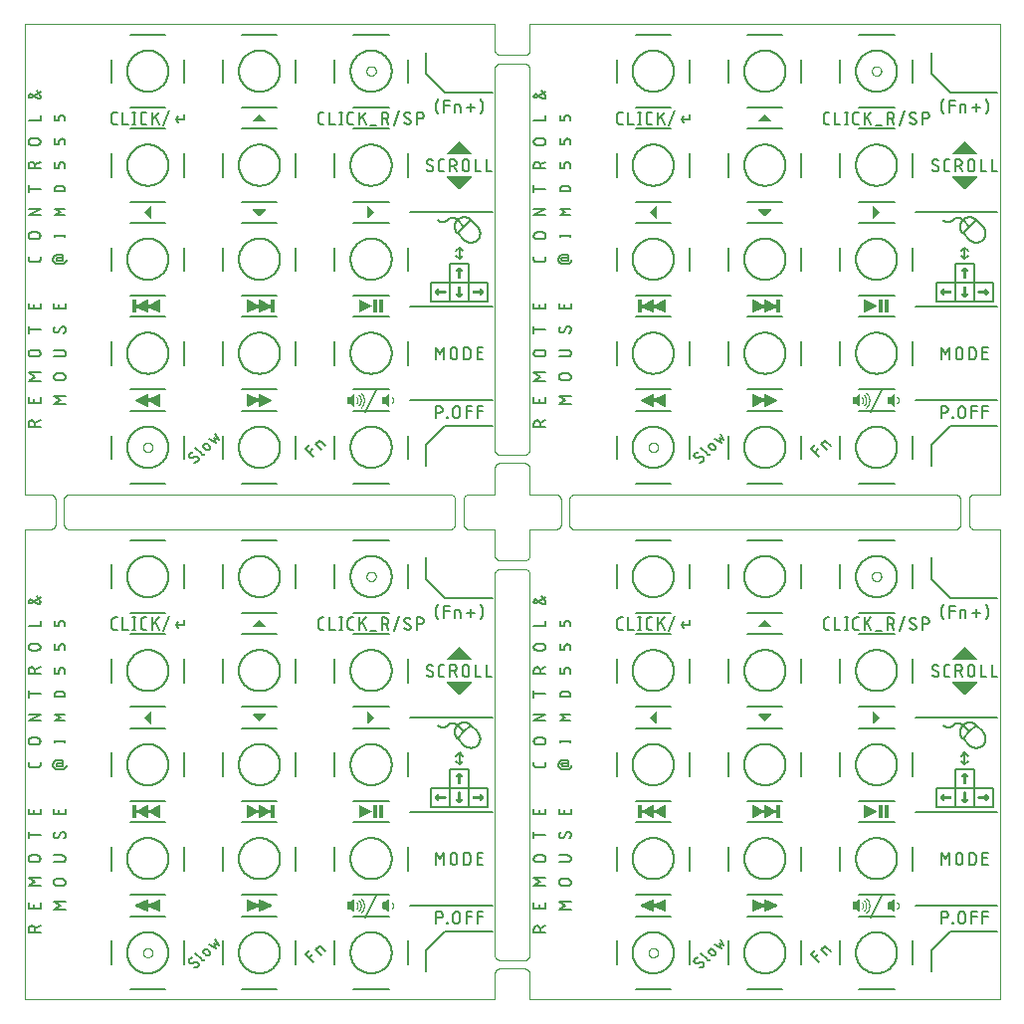
<source format=gto>
G04 EAGLE Gerber RS-274X export*
G75*
%MOMM*%
%FSLAX34Y34*%
%LPD*%
%AMOC8*
5,1,8,0,0,1.08239X$1,22.5*%
G01*
%ADD10C,0.000000*%
%ADD11C,0.177800*%
%ADD12C,0.152400*%
%ADD13C,0.120000*%
%ADD14C,0.200000*%
%ADD15C,0.203200*%
%ADD16C,0.100000*%

G36*
X212508Y154502D02*
X212508Y154502D01*
X212517Y154501D01*
X212605Y154522D01*
X212695Y154540D01*
X212702Y154545D01*
X212710Y154547D01*
X212783Y154601D01*
X212859Y154653D01*
X212863Y154660D01*
X212870Y154665D01*
X212917Y154743D01*
X212966Y154820D01*
X212967Y154829D01*
X212972Y154836D01*
X212999Y155000D01*
X212999Y165000D01*
X212999Y165001D01*
X212999Y165002D01*
X212998Y165008D01*
X212999Y165017D01*
X212978Y165105D01*
X212960Y165195D01*
X212955Y165202D01*
X212953Y165210D01*
X212899Y165283D01*
X212847Y165359D01*
X212840Y165363D01*
X212835Y165370D01*
X212757Y165417D01*
X212680Y165466D01*
X212671Y165467D01*
X212664Y165472D01*
X212500Y165499D01*
X210000Y165499D01*
X209992Y165498D01*
X209983Y165499D01*
X209895Y165478D01*
X209805Y165460D01*
X209798Y165455D01*
X209790Y165453D01*
X209717Y165399D01*
X209641Y165347D01*
X209637Y165340D01*
X209630Y165335D01*
X209583Y165257D01*
X209534Y165180D01*
X209533Y165171D01*
X209528Y165164D01*
X209501Y165000D01*
X209501Y160808D01*
X200223Y165447D01*
X200201Y165453D01*
X200196Y165456D01*
X200180Y165466D01*
X200105Y165479D01*
X200031Y165498D01*
X200007Y165495D01*
X199983Y165499D01*
X199910Y165481D01*
X199834Y165471D01*
X199814Y165459D01*
X199790Y165453D01*
X199729Y165408D01*
X199664Y165369D01*
X199649Y165349D01*
X199630Y165335D01*
X199591Y165270D01*
X199546Y165208D01*
X199541Y165185D01*
X199528Y165164D01*
X199509Y165050D01*
X199501Y165015D01*
X199502Y165008D01*
X199501Y165000D01*
X199501Y160808D01*
X190223Y165447D01*
X190201Y165453D01*
X190196Y165456D01*
X190180Y165466D01*
X190105Y165479D01*
X190031Y165498D01*
X190007Y165495D01*
X189983Y165499D01*
X189910Y165481D01*
X189834Y165471D01*
X189814Y165459D01*
X189790Y165453D01*
X189729Y165408D01*
X189664Y165369D01*
X189649Y165349D01*
X189630Y165335D01*
X189591Y165270D01*
X189546Y165208D01*
X189541Y165185D01*
X189528Y165164D01*
X189509Y165050D01*
X189501Y165015D01*
X189502Y165008D01*
X189501Y165000D01*
X189501Y155000D01*
X189506Y154976D01*
X189503Y154952D01*
X189525Y154880D01*
X189540Y154805D01*
X189554Y154785D01*
X189561Y154762D01*
X189610Y154704D01*
X189653Y154641D01*
X189673Y154628D01*
X189689Y154610D01*
X189756Y154575D01*
X189820Y154534D01*
X189844Y154530D01*
X189866Y154519D01*
X189942Y154514D01*
X190017Y154501D01*
X190040Y154507D01*
X190064Y154505D01*
X190175Y154539D01*
X190210Y154547D01*
X190215Y154551D01*
X190223Y154553D01*
X199501Y159192D01*
X199501Y155000D01*
X199506Y154976D01*
X199503Y154952D01*
X199525Y154880D01*
X199540Y154805D01*
X199554Y154785D01*
X199561Y154762D01*
X199610Y154704D01*
X199653Y154641D01*
X199673Y154628D01*
X199689Y154610D01*
X199756Y154575D01*
X199820Y154534D01*
X199844Y154530D01*
X199866Y154519D01*
X199942Y154514D01*
X200017Y154501D01*
X200040Y154507D01*
X200064Y154505D01*
X200175Y154539D01*
X200210Y154547D01*
X200215Y154551D01*
X200223Y154553D01*
X209501Y159192D01*
X209501Y155000D01*
X209502Y154992D01*
X209501Y154983D01*
X209522Y154895D01*
X209540Y154805D01*
X209545Y154798D01*
X209547Y154790D01*
X209601Y154717D01*
X209653Y154641D01*
X209660Y154637D01*
X209665Y154630D01*
X209743Y154583D01*
X209820Y154534D01*
X209829Y154533D01*
X209836Y154528D01*
X210000Y154501D01*
X212500Y154501D01*
X212508Y154502D01*
G37*
G36*
X642508Y154502D02*
X642508Y154502D01*
X642517Y154501D01*
X642605Y154522D01*
X642695Y154540D01*
X642702Y154545D01*
X642710Y154547D01*
X642783Y154601D01*
X642859Y154653D01*
X642863Y154660D01*
X642870Y154665D01*
X642917Y154743D01*
X642966Y154820D01*
X642967Y154829D01*
X642972Y154836D01*
X642999Y155000D01*
X642999Y165000D01*
X642999Y165001D01*
X642999Y165002D01*
X642998Y165008D01*
X642999Y165017D01*
X642978Y165105D01*
X642960Y165195D01*
X642955Y165202D01*
X642953Y165210D01*
X642899Y165283D01*
X642847Y165359D01*
X642840Y165363D01*
X642835Y165370D01*
X642757Y165417D01*
X642680Y165466D01*
X642671Y165467D01*
X642664Y165472D01*
X642500Y165499D01*
X640000Y165499D01*
X639992Y165498D01*
X639983Y165499D01*
X639895Y165478D01*
X639805Y165460D01*
X639798Y165455D01*
X639790Y165453D01*
X639717Y165399D01*
X639641Y165347D01*
X639637Y165340D01*
X639630Y165335D01*
X639583Y165257D01*
X639534Y165180D01*
X639533Y165171D01*
X639528Y165164D01*
X639501Y165000D01*
X639501Y160808D01*
X630223Y165447D01*
X630201Y165453D01*
X630196Y165456D01*
X630180Y165466D01*
X630105Y165479D01*
X630031Y165498D01*
X630007Y165495D01*
X629983Y165499D01*
X629910Y165481D01*
X629834Y165471D01*
X629814Y165459D01*
X629790Y165453D01*
X629729Y165408D01*
X629664Y165369D01*
X629649Y165349D01*
X629630Y165335D01*
X629591Y165270D01*
X629546Y165208D01*
X629541Y165185D01*
X629528Y165164D01*
X629509Y165050D01*
X629501Y165015D01*
X629502Y165008D01*
X629501Y165000D01*
X629501Y160808D01*
X620223Y165447D01*
X620201Y165453D01*
X620196Y165456D01*
X620180Y165466D01*
X620105Y165479D01*
X620031Y165498D01*
X620007Y165495D01*
X619983Y165499D01*
X619910Y165481D01*
X619834Y165471D01*
X619814Y165459D01*
X619790Y165453D01*
X619729Y165408D01*
X619664Y165369D01*
X619649Y165349D01*
X619630Y165335D01*
X619591Y165270D01*
X619546Y165208D01*
X619541Y165185D01*
X619528Y165164D01*
X619509Y165050D01*
X619501Y165015D01*
X619502Y165008D01*
X619501Y165000D01*
X619501Y155000D01*
X619506Y154976D01*
X619503Y154952D01*
X619525Y154880D01*
X619540Y154805D01*
X619554Y154785D01*
X619561Y154762D01*
X619610Y154704D01*
X619653Y154641D01*
X619673Y154628D01*
X619689Y154610D01*
X619756Y154575D01*
X619820Y154534D01*
X619844Y154530D01*
X619866Y154519D01*
X619942Y154514D01*
X620017Y154501D01*
X620040Y154507D01*
X620064Y154505D01*
X620175Y154539D01*
X620210Y154547D01*
X620215Y154551D01*
X620223Y154553D01*
X629501Y159192D01*
X629501Y155000D01*
X629506Y154976D01*
X629503Y154952D01*
X629525Y154880D01*
X629540Y154805D01*
X629554Y154785D01*
X629561Y154762D01*
X629610Y154704D01*
X629653Y154641D01*
X629673Y154628D01*
X629689Y154610D01*
X629756Y154575D01*
X629820Y154534D01*
X629844Y154530D01*
X629866Y154519D01*
X629942Y154514D01*
X630017Y154501D01*
X630040Y154507D01*
X630064Y154505D01*
X630175Y154539D01*
X630210Y154547D01*
X630215Y154551D01*
X630223Y154553D01*
X639501Y159192D01*
X639501Y155000D01*
X639502Y154992D01*
X639501Y154983D01*
X639522Y154895D01*
X639540Y154805D01*
X639545Y154798D01*
X639547Y154790D01*
X639601Y154717D01*
X639653Y154641D01*
X639660Y154637D01*
X639665Y154630D01*
X639743Y154583D01*
X639820Y154534D01*
X639829Y154533D01*
X639836Y154528D01*
X640000Y154501D01*
X642500Y154501D01*
X642508Y154502D01*
G37*
G36*
X642508Y584502D02*
X642508Y584502D01*
X642517Y584501D01*
X642605Y584522D01*
X642695Y584540D01*
X642702Y584545D01*
X642710Y584547D01*
X642783Y584601D01*
X642859Y584653D01*
X642863Y584660D01*
X642870Y584665D01*
X642917Y584743D01*
X642966Y584820D01*
X642967Y584829D01*
X642972Y584836D01*
X642999Y585000D01*
X642999Y595000D01*
X642999Y595001D01*
X642999Y595002D01*
X642998Y595008D01*
X642999Y595017D01*
X642978Y595105D01*
X642960Y595195D01*
X642955Y595202D01*
X642953Y595210D01*
X642899Y595283D01*
X642847Y595359D01*
X642840Y595363D01*
X642835Y595370D01*
X642757Y595417D01*
X642680Y595466D01*
X642671Y595467D01*
X642664Y595472D01*
X642500Y595499D01*
X640000Y595499D01*
X639992Y595498D01*
X639983Y595499D01*
X639895Y595478D01*
X639805Y595460D01*
X639798Y595455D01*
X639790Y595453D01*
X639717Y595399D01*
X639641Y595347D01*
X639637Y595340D01*
X639630Y595335D01*
X639583Y595257D01*
X639534Y595180D01*
X639533Y595171D01*
X639528Y595164D01*
X639501Y595000D01*
X639501Y590808D01*
X630223Y595447D01*
X630201Y595453D01*
X630196Y595456D01*
X630180Y595466D01*
X630105Y595479D01*
X630031Y595498D01*
X630007Y595495D01*
X629983Y595499D01*
X629910Y595481D01*
X629834Y595471D01*
X629814Y595459D01*
X629790Y595453D01*
X629729Y595408D01*
X629664Y595369D01*
X629649Y595349D01*
X629630Y595335D01*
X629591Y595270D01*
X629546Y595208D01*
X629541Y595185D01*
X629528Y595164D01*
X629509Y595050D01*
X629501Y595015D01*
X629502Y595008D01*
X629501Y595000D01*
X629501Y590808D01*
X620223Y595447D01*
X620201Y595453D01*
X620196Y595456D01*
X620180Y595466D01*
X620105Y595479D01*
X620031Y595498D01*
X620007Y595495D01*
X619983Y595499D01*
X619910Y595481D01*
X619834Y595471D01*
X619814Y595459D01*
X619790Y595453D01*
X619729Y595408D01*
X619664Y595369D01*
X619649Y595349D01*
X619630Y595335D01*
X619591Y595270D01*
X619546Y595208D01*
X619541Y595185D01*
X619528Y595164D01*
X619509Y595050D01*
X619501Y595015D01*
X619502Y595008D01*
X619501Y595000D01*
X619501Y585000D01*
X619506Y584976D01*
X619503Y584952D01*
X619525Y584880D01*
X619540Y584805D01*
X619554Y584785D01*
X619561Y584762D01*
X619610Y584704D01*
X619653Y584641D01*
X619673Y584628D01*
X619689Y584610D01*
X619756Y584575D01*
X619820Y584534D01*
X619844Y584530D01*
X619866Y584519D01*
X619942Y584514D01*
X620017Y584501D01*
X620040Y584507D01*
X620064Y584505D01*
X620175Y584539D01*
X620210Y584547D01*
X620215Y584551D01*
X620223Y584553D01*
X629501Y589192D01*
X629501Y585000D01*
X629506Y584976D01*
X629503Y584952D01*
X629525Y584880D01*
X629540Y584805D01*
X629554Y584785D01*
X629561Y584762D01*
X629610Y584704D01*
X629653Y584641D01*
X629673Y584628D01*
X629689Y584610D01*
X629756Y584575D01*
X629820Y584534D01*
X629844Y584530D01*
X629866Y584519D01*
X629942Y584514D01*
X630017Y584501D01*
X630040Y584507D01*
X630064Y584505D01*
X630175Y584539D01*
X630210Y584547D01*
X630215Y584551D01*
X630223Y584553D01*
X639501Y589192D01*
X639501Y585000D01*
X639502Y584992D01*
X639501Y584983D01*
X639522Y584895D01*
X639540Y584805D01*
X639545Y584798D01*
X639547Y584790D01*
X639601Y584717D01*
X639653Y584641D01*
X639660Y584637D01*
X639665Y584630D01*
X639743Y584583D01*
X639820Y584534D01*
X639829Y584533D01*
X639836Y584528D01*
X640000Y584501D01*
X642500Y584501D01*
X642508Y584502D01*
G37*
G36*
X212508Y584502D02*
X212508Y584502D01*
X212517Y584501D01*
X212605Y584522D01*
X212695Y584540D01*
X212702Y584545D01*
X212710Y584547D01*
X212783Y584601D01*
X212859Y584653D01*
X212863Y584660D01*
X212870Y584665D01*
X212917Y584743D01*
X212966Y584820D01*
X212967Y584829D01*
X212972Y584836D01*
X212999Y585000D01*
X212999Y595000D01*
X212999Y595001D01*
X212999Y595002D01*
X212998Y595008D01*
X212999Y595017D01*
X212978Y595105D01*
X212960Y595195D01*
X212955Y595202D01*
X212953Y595210D01*
X212899Y595283D01*
X212847Y595359D01*
X212840Y595363D01*
X212835Y595370D01*
X212757Y595417D01*
X212680Y595466D01*
X212671Y595467D01*
X212664Y595472D01*
X212500Y595499D01*
X210000Y595499D01*
X209992Y595498D01*
X209983Y595499D01*
X209895Y595478D01*
X209805Y595460D01*
X209798Y595455D01*
X209790Y595453D01*
X209717Y595399D01*
X209641Y595347D01*
X209637Y595340D01*
X209630Y595335D01*
X209583Y595257D01*
X209534Y595180D01*
X209533Y595171D01*
X209528Y595164D01*
X209501Y595000D01*
X209501Y590808D01*
X200223Y595447D01*
X200201Y595453D01*
X200196Y595456D01*
X200180Y595466D01*
X200105Y595479D01*
X200031Y595498D01*
X200007Y595495D01*
X199983Y595499D01*
X199910Y595481D01*
X199834Y595471D01*
X199814Y595459D01*
X199790Y595453D01*
X199729Y595408D01*
X199664Y595369D01*
X199649Y595349D01*
X199630Y595335D01*
X199591Y595270D01*
X199546Y595208D01*
X199541Y595185D01*
X199528Y595164D01*
X199509Y595050D01*
X199501Y595015D01*
X199502Y595008D01*
X199501Y595000D01*
X199501Y590808D01*
X190223Y595447D01*
X190201Y595453D01*
X190196Y595456D01*
X190180Y595466D01*
X190105Y595479D01*
X190031Y595498D01*
X190007Y595495D01*
X189983Y595499D01*
X189910Y595481D01*
X189834Y595471D01*
X189814Y595459D01*
X189790Y595453D01*
X189729Y595408D01*
X189664Y595369D01*
X189649Y595349D01*
X189630Y595335D01*
X189591Y595270D01*
X189546Y595208D01*
X189541Y595185D01*
X189528Y595164D01*
X189509Y595050D01*
X189501Y595015D01*
X189502Y595008D01*
X189501Y595000D01*
X189501Y585000D01*
X189506Y584976D01*
X189503Y584952D01*
X189525Y584880D01*
X189540Y584805D01*
X189554Y584785D01*
X189561Y584762D01*
X189610Y584704D01*
X189653Y584641D01*
X189673Y584628D01*
X189689Y584610D01*
X189756Y584575D01*
X189820Y584534D01*
X189844Y584530D01*
X189866Y584519D01*
X189942Y584514D01*
X190017Y584501D01*
X190040Y584507D01*
X190064Y584505D01*
X190175Y584539D01*
X190210Y584547D01*
X190215Y584551D01*
X190223Y584553D01*
X199501Y589192D01*
X199501Y585000D01*
X199506Y584976D01*
X199503Y584952D01*
X199525Y584880D01*
X199540Y584805D01*
X199554Y584785D01*
X199561Y584762D01*
X199610Y584704D01*
X199653Y584641D01*
X199673Y584628D01*
X199689Y584610D01*
X199756Y584575D01*
X199820Y584534D01*
X199844Y584530D01*
X199866Y584519D01*
X199942Y584514D01*
X200017Y584501D01*
X200040Y584507D01*
X200064Y584505D01*
X200175Y584539D01*
X200210Y584547D01*
X200215Y584551D01*
X200223Y584553D01*
X209501Y589192D01*
X209501Y585000D01*
X209502Y584992D01*
X209501Y584983D01*
X209522Y584895D01*
X209540Y584805D01*
X209545Y584798D01*
X209547Y584790D01*
X209601Y584717D01*
X209653Y584641D01*
X209660Y584637D01*
X209665Y584630D01*
X209743Y584583D01*
X209820Y584534D01*
X209829Y584533D01*
X209836Y584528D01*
X210000Y584501D01*
X212500Y584501D01*
X212508Y584502D01*
G37*
G36*
X525008Y584502D02*
X525008Y584502D01*
X525017Y584501D01*
X525105Y584522D01*
X525195Y584540D01*
X525202Y584545D01*
X525210Y584547D01*
X525283Y584601D01*
X525359Y584653D01*
X525363Y584660D01*
X525370Y584665D01*
X525417Y584743D01*
X525466Y584820D01*
X525467Y584829D01*
X525472Y584836D01*
X525499Y585000D01*
X525499Y589192D01*
X534777Y584553D01*
X534800Y584547D01*
X534820Y584534D01*
X534895Y584522D01*
X534969Y584502D01*
X534993Y584505D01*
X535017Y584501D01*
X535090Y584519D01*
X535166Y584529D01*
X535187Y584541D01*
X535210Y584547D01*
X535271Y584592D01*
X535336Y584631D01*
X535351Y584651D01*
X535370Y584665D01*
X535409Y584730D01*
X535454Y584792D01*
X535459Y584815D01*
X535472Y584836D01*
X535491Y584950D01*
X535499Y584985D01*
X535498Y584992D01*
X535499Y585000D01*
X535499Y589192D01*
X544777Y584553D01*
X544800Y584547D01*
X544820Y584534D01*
X544895Y584522D01*
X544969Y584502D01*
X544993Y584505D01*
X545017Y584501D01*
X545090Y584519D01*
X545166Y584529D01*
X545187Y584541D01*
X545210Y584547D01*
X545271Y584592D01*
X545336Y584631D01*
X545351Y584651D01*
X545370Y584665D01*
X545409Y584730D01*
X545454Y584792D01*
X545459Y584815D01*
X545472Y584836D01*
X545491Y584950D01*
X545499Y584985D01*
X545498Y584992D01*
X545499Y585000D01*
X545499Y595000D01*
X545499Y595001D01*
X545499Y595002D01*
X545494Y595024D01*
X545497Y595048D01*
X545475Y595120D01*
X545460Y595195D01*
X545446Y595215D01*
X545439Y595238D01*
X545390Y595296D01*
X545347Y595359D01*
X545327Y595372D01*
X545311Y595390D01*
X545244Y595425D01*
X545180Y595466D01*
X545156Y595470D01*
X545134Y595481D01*
X545058Y595486D01*
X544983Y595499D01*
X544960Y595493D01*
X544936Y595495D01*
X544825Y595461D01*
X544790Y595453D01*
X544785Y595449D01*
X544777Y595447D01*
X535499Y590808D01*
X535499Y595000D01*
X535499Y595001D01*
X535499Y595002D01*
X535494Y595024D01*
X535497Y595048D01*
X535475Y595120D01*
X535460Y595195D01*
X535446Y595215D01*
X535439Y595238D01*
X535390Y595296D01*
X535347Y595359D01*
X535327Y595372D01*
X535311Y595390D01*
X535244Y595425D01*
X535180Y595466D01*
X535156Y595470D01*
X535134Y595481D01*
X535058Y595486D01*
X534983Y595499D01*
X534960Y595493D01*
X534936Y595495D01*
X534825Y595461D01*
X534790Y595453D01*
X534785Y595449D01*
X534777Y595447D01*
X525499Y590808D01*
X525499Y595000D01*
X525499Y595001D01*
X525499Y595002D01*
X525498Y595008D01*
X525499Y595017D01*
X525478Y595105D01*
X525460Y595195D01*
X525455Y595202D01*
X525453Y595210D01*
X525399Y595283D01*
X525347Y595359D01*
X525340Y595363D01*
X525335Y595370D01*
X525257Y595417D01*
X525180Y595466D01*
X525171Y595467D01*
X525164Y595472D01*
X525000Y595499D01*
X522500Y595499D01*
X522492Y595498D01*
X522483Y595499D01*
X522395Y595478D01*
X522305Y595460D01*
X522298Y595455D01*
X522290Y595453D01*
X522217Y595399D01*
X522141Y595347D01*
X522137Y595340D01*
X522130Y595335D01*
X522083Y595257D01*
X522034Y595180D01*
X522033Y595171D01*
X522028Y595164D01*
X522001Y595000D01*
X522001Y585000D01*
X522002Y584992D01*
X522001Y584983D01*
X522022Y584895D01*
X522040Y584805D01*
X522045Y584798D01*
X522047Y584790D01*
X522101Y584717D01*
X522153Y584641D01*
X522160Y584637D01*
X522165Y584630D01*
X522243Y584583D01*
X522320Y584534D01*
X522329Y584533D01*
X522336Y584528D01*
X522500Y584501D01*
X525000Y584501D01*
X525008Y584502D01*
G37*
G36*
X525008Y154502D02*
X525008Y154502D01*
X525017Y154501D01*
X525105Y154522D01*
X525195Y154540D01*
X525202Y154545D01*
X525210Y154547D01*
X525283Y154601D01*
X525359Y154653D01*
X525363Y154660D01*
X525370Y154665D01*
X525417Y154743D01*
X525466Y154820D01*
X525467Y154829D01*
X525472Y154836D01*
X525499Y155000D01*
X525499Y159192D01*
X534777Y154553D01*
X534800Y154547D01*
X534820Y154534D01*
X534895Y154522D01*
X534969Y154502D01*
X534993Y154505D01*
X535017Y154501D01*
X535090Y154519D01*
X535166Y154529D01*
X535187Y154541D01*
X535210Y154547D01*
X535271Y154592D01*
X535336Y154631D01*
X535351Y154651D01*
X535370Y154665D01*
X535409Y154730D01*
X535454Y154792D01*
X535459Y154815D01*
X535472Y154836D01*
X535491Y154950D01*
X535499Y154985D01*
X535498Y154992D01*
X535499Y155000D01*
X535499Y159192D01*
X544777Y154553D01*
X544800Y154547D01*
X544820Y154534D01*
X544895Y154522D01*
X544969Y154502D01*
X544993Y154505D01*
X545017Y154501D01*
X545090Y154519D01*
X545166Y154529D01*
X545187Y154541D01*
X545210Y154547D01*
X545271Y154592D01*
X545336Y154631D01*
X545351Y154651D01*
X545370Y154665D01*
X545409Y154730D01*
X545454Y154792D01*
X545459Y154815D01*
X545472Y154836D01*
X545491Y154950D01*
X545499Y154985D01*
X545498Y154992D01*
X545499Y155000D01*
X545499Y165000D01*
X545499Y165001D01*
X545499Y165002D01*
X545494Y165024D01*
X545497Y165048D01*
X545475Y165120D01*
X545460Y165195D01*
X545446Y165215D01*
X545439Y165238D01*
X545390Y165296D01*
X545347Y165359D01*
X545327Y165372D01*
X545311Y165390D01*
X545244Y165425D01*
X545180Y165466D01*
X545156Y165470D01*
X545134Y165481D01*
X545058Y165486D01*
X544983Y165499D01*
X544960Y165493D01*
X544936Y165495D01*
X544825Y165461D01*
X544790Y165453D01*
X544785Y165449D01*
X544777Y165447D01*
X535499Y160808D01*
X535499Y165000D01*
X535499Y165001D01*
X535499Y165002D01*
X535494Y165024D01*
X535497Y165048D01*
X535475Y165120D01*
X535460Y165195D01*
X535446Y165215D01*
X535439Y165238D01*
X535390Y165296D01*
X535347Y165359D01*
X535327Y165372D01*
X535311Y165390D01*
X535244Y165425D01*
X535180Y165466D01*
X535156Y165470D01*
X535134Y165481D01*
X535058Y165486D01*
X534983Y165499D01*
X534960Y165493D01*
X534936Y165495D01*
X534825Y165461D01*
X534790Y165453D01*
X534785Y165449D01*
X534777Y165447D01*
X525499Y160808D01*
X525499Y165000D01*
X525499Y165001D01*
X525499Y165002D01*
X525498Y165008D01*
X525499Y165017D01*
X525478Y165105D01*
X525460Y165195D01*
X525455Y165202D01*
X525453Y165210D01*
X525399Y165283D01*
X525347Y165359D01*
X525340Y165363D01*
X525335Y165370D01*
X525257Y165417D01*
X525180Y165466D01*
X525171Y165467D01*
X525164Y165472D01*
X525000Y165499D01*
X522500Y165499D01*
X522492Y165498D01*
X522483Y165499D01*
X522395Y165478D01*
X522305Y165460D01*
X522298Y165455D01*
X522290Y165453D01*
X522217Y165399D01*
X522141Y165347D01*
X522137Y165340D01*
X522130Y165335D01*
X522083Y165257D01*
X522034Y165180D01*
X522033Y165171D01*
X522028Y165164D01*
X522001Y165000D01*
X522001Y155000D01*
X522002Y154992D01*
X522001Y154983D01*
X522022Y154895D01*
X522040Y154805D01*
X522045Y154798D01*
X522047Y154790D01*
X522101Y154717D01*
X522153Y154641D01*
X522160Y154637D01*
X522165Y154630D01*
X522243Y154583D01*
X522320Y154534D01*
X522329Y154533D01*
X522336Y154528D01*
X522500Y154501D01*
X525000Y154501D01*
X525008Y154502D01*
G37*
G36*
X95008Y154502D02*
X95008Y154502D01*
X95017Y154501D01*
X95105Y154522D01*
X95195Y154540D01*
X95202Y154545D01*
X95210Y154547D01*
X95283Y154601D01*
X95359Y154653D01*
X95363Y154660D01*
X95370Y154665D01*
X95417Y154743D01*
X95466Y154820D01*
X95467Y154829D01*
X95472Y154836D01*
X95499Y155000D01*
X95499Y159192D01*
X104777Y154553D01*
X104800Y154547D01*
X104820Y154534D01*
X104895Y154522D01*
X104969Y154502D01*
X104993Y154505D01*
X105017Y154501D01*
X105090Y154519D01*
X105166Y154529D01*
X105187Y154541D01*
X105210Y154547D01*
X105271Y154592D01*
X105336Y154631D01*
X105351Y154651D01*
X105370Y154665D01*
X105409Y154730D01*
X105454Y154792D01*
X105459Y154815D01*
X105472Y154836D01*
X105491Y154950D01*
X105499Y154985D01*
X105498Y154992D01*
X105499Y155000D01*
X105499Y159192D01*
X114777Y154553D01*
X114800Y154547D01*
X114820Y154534D01*
X114895Y154522D01*
X114969Y154502D01*
X114993Y154505D01*
X115017Y154501D01*
X115090Y154519D01*
X115166Y154529D01*
X115187Y154541D01*
X115210Y154547D01*
X115271Y154592D01*
X115336Y154631D01*
X115351Y154651D01*
X115370Y154665D01*
X115409Y154730D01*
X115454Y154792D01*
X115459Y154815D01*
X115472Y154836D01*
X115491Y154950D01*
X115499Y154985D01*
X115498Y154992D01*
X115499Y155000D01*
X115499Y165000D01*
X115499Y165001D01*
X115499Y165002D01*
X115494Y165024D01*
X115497Y165048D01*
X115475Y165120D01*
X115460Y165195D01*
X115446Y165215D01*
X115439Y165238D01*
X115390Y165296D01*
X115347Y165359D01*
X115327Y165372D01*
X115311Y165390D01*
X115244Y165425D01*
X115180Y165466D01*
X115156Y165470D01*
X115134Y165481D01*
X115058Y165486D01*
X114983Y165499D01*
X114960Y165493D01*
X114936Y165495D01*
X114825Y165461D01*
X114790Y165453D01*
X114785Y165449D01*
X114777Y165447D01*
X105499Y160808D01*
X105499Y165000D01*
X105499Y165001D01*
X105499Y165002D01*
X105494Y165024D01*
X105497Y165048D01*
X105475Y165120D01*
X105460Y165195D01*
X105446Y165215D01*
X105439Y165238D01*
X105390Y165296D01*
X105347Y165359D01*
X105327Y165372D01*
X105311Y165390D01*
X105244Y165425D01*
X105180Y165466D01*
X105156Y165470D01*
X105134Y165481D01*
X105058Y165486D01*
X104983Y165499D01*
X104960Y165493D01*
X104936Y165495D01*
X104825Y165461D01*
X104790Y165453D01*
X104785Y165449D01*
X104777Y165447D01*
X95499Y160808D01*
X95499Y165000D01*
X95499Y165001D01*
X95499Y165002D01*
X95498Y165008D01*
X95499Y165017D01*
X95478Y165105D01*
X95460Y165195D01*
X95455Y165202D01*
X95453Y165210D01*
X95399Y165283D01*
X95347Y165359D01*
X95340Y165363D01*
X95335Y165370D01*
X95257Y165417D01*
X95180Y165466D01*
X95171Y165467D01*
X95164Y165472D01*
X95000Y165499D01*
X92500Y165499D01*
X92492Y165498D01*
X92483Y165499D01*
X92395Y165478D01*
X92305Y165460D01*
X92298Y165455D01*
X92290Y165453D01*
X92217Y165399D01*
X92141Y165347D01*
X92137Y165340D01*
X92130Y165335D01*
X92083Y165257D01*
X92034Y165180D01*
X92033Y165171D01*
X92028Y165164D01*
X92001Y165000D01*
X92001Y155000D01*
X92002Y154992D01*
X92001Y154983D01*
X92022Y154895D01*
X92040Y154805D01*
X92045Y154798D01*
X92047Y154790D01*
X92101Y154717D01*
X92153Y154641D01*
X92160Y154637D01*
X92165Y154630D01*
X92243Y154583D01*
X92320Y154534D01*
X92329Y154533D01*
X92336Y154528D01*
X92500Y154501D01*
X95000Y154501D01*
X95008Y154502D01*
G37*
G36*
X95008Y584502D02*
X95008Y584502D01*
X95017Y584501D01*
X95105Y584522D01*
X95195Y584540D01*
X95202Y584545D01*
X95210Y584547D01*
X95283Y584601D01*
X95359Y584653D01*
X95363Y584660D01*
X95370Y584665D01*
X95417Y584743D01*
X95466Y584820D01*
X95467Y584829D01*
X95472Y584836D01*
X95499Y585000D01*
X95499Y589192D01*
X104777Y584553D01*
X104800Y584547D01*
X104820Y584534D01*
X104895Y584522D01*
X104969Y584502D01*
X104993Y584505D01*
X105017Y584501D01*
X105090Y584519D01*
X105166Y584529D01*
X105187Y584541D01*
X105210Y584547D01*
X105271Y584592D01*
X105336Y584631D01*
X105351Y584651D01*
X105370Y584665D01*
X105409Y584730D01*
X105454Y584792D01*
X105459Y584815D01*
X105472Y584836D01*
X105491Y584950D01*
X105499Y584985D01*
X105498Y584992D01*
X105499Y585000D01*
X105499Y589192D01*
X114777Y584553D01*
X114800Y584547D01*
X114820Y584534D01*
X114895Y584522D01*
X114969Y584502D01*
X114993Y584505D01*
X115017Y584501D01*
X115090Y584519D01*
X115166Y584529D01*
X115187Y584541D01*
X115210Y584547D01*
X115271Y584592D01*
X115336Y584631D01*
X115351Y584651D01*
X115370Y584665D01*
X115409Y584730D01*
X115454Y584792D01*
X115459Y584815D01*
X115472Y584836D01*
X115491Y584950D01*
X115499Y584985D01*
X115498Y584992D01*
X115499Y585000D01*
X115499Y595000D01*
X115499Y595001D01*
X115499Y595002D01*
X115494Y595024D01*
X115497Y595048D01*
X115475Y595120D01*
X115460Y595195D01*
X115446Y595215D01*
X115439Y595238D01*
X115390Y595296D01*
X115347Y595359D01*
X115327Y595372D01*
X115311Y595390D01*
X115244Y595425D01*
X115180Y595466D01*
X115156Y595470D01*
X115134Y595481D01*
X115058Y595486D01*
X114983Y595499D01*
X114960Y595493D01*
X114936Y595495D01*
X114825Y595461D01*
X114790Y595453D01*
X114785Y595449D01*
X114777Y595447D01*
X105499Y590808D01*
X105499Y595000D01*
X105499Y595001D01*
X105499Y595002D01*
X105494Y595024D01*
X105497Y595048D01*
X105475Y595120D01*
X105460Y595195D01*
X105446Y595215D01*
X105439Y595238D01*
X105390Y595296D01*
X105347Y595359D01*
X105327Y595372D01*
X105311Y595390D01*
X105244Y595425D01*
X105180Y595466D01*
X105156Y595470D01*
X105134Y595481D01*
X105058Y595486D01*
X104983Y595499D01*
X104960Y595493D01*
X104936Y595495D01*
X104825Y595461D01*
X104790Y595453D01*
X104785Y595449D01*
X104777Y595447D01*
X95499Y590808D01*
X95499Y595000D01*
X95499Y595001D01*
X95499Y595002D01*
X95498Y595008D01*
X95499Y595017D01*
X95478Y595105D01*
X95460Y595195D01*
X95455Y595202D01*
X95453Y595210D01*
X95399Y595283D01*
X95347Y595359D01*
X95340Y595363D01*
X95335Y595370D01*
X95257Y595417D01*
X95180Y595466D01*
X95171Y595467D01*
X95164Y595472D01*
X95000Y595499D01*
X92500Y595499D01*
X92492Y595498D01*
X92483Y595499D01*
X92395Y595478D01*
X92305Y595460D01*
X92298Y595455D01*
X92290Y595453D01*
X92217Y595399D01*
X92141Y595347D01*
X92137Y595340D01*
X92130Y595335D01*
X92083Y595257D01*
X92034Y595180D01*
X92033Y595171D01*
X92028Y595164D01*
X92001Y595000D01*
X92001Y585000D01*
X92002Y584992D01*
X92001Y584983D01*
X92022Y584895D01*
X92040Y584805D01*
X92045Y584798D01*
X92047Y584790D01*
X92101Y584717D01*
X92153Y584641D01*
X92160Y584637D01*
X92165Y584630D01*
X92243Y584583D01*
X92320Y584534D01*
X92329Y584533D01*
X92336Y584528D01*
X92500Y584501D01*
X95000Y584501D01*
X95008Y584502D01*
G37*
G36*
X200040Y504507D02*
X200040Y504507D01*
X200064Y504505D01*
X200175Y504539D01*
X200210Y504547D01*
X200215Y504551D01*
X200223Y504553D01*
X210223Y509553D01*
X210277Y509596D01*
X210336Y509631D01*
X210355Y509657D01*
X210380Y509676D01*
X210413Y509736D01*
X210454Y509792D01*
X210461Y509822D01*
X210476Y509850D01*
X210483Y509918D01*
X210499Y509985D01*
X210494Y510016D01*
X210497Y510048D01*
X210477Y510114D01*
X210465Y510181D01*
X210448Y510208D01*
X210439Y510238D01*
X210395Y510291D01*
X210358Y510348D01*
X210329Y510369D01*
X210311Y510390D01*
X210274Y510409D01*
X210223Y510447D01*
X200223Y515447D01*
X200201Y515453D01*
X200196Y515456D01*
X200180Y515466D01*
X200105Y515479D01*
X200031Y515498D01*
X200007Y515495D01*
X199983Y515499D01*
X199910Y515481D01*
X199834Y515471D01*
X199814Y515459D01*
X199790Y515453D01*
X199729Y515408D01*
X199664Y515369D01*
X199649Y515349D01*
X199630Y515335D01*
X199591Y515270D01*
X199546Y515208D01*
X199541Y515185D01*
X199528Y515164D01*
X199509Y515050D01*
X199501Y515015D01*
X199502Y515008D01*
X199501Y515000D01*
X199501Y510808D01*
X190223Y515447D01*
X190201Y515453D01*
X190196Y515456D01*
X190180Y515466D01*
X190105Y515479D01*
X190031Y515498D01*
X190007Y515495D01*
X189983Y515499D01*
X189910Y515481D01*
X189834Y515471D01*
X189814Y515459D01*
X189790Y515453D01*
X189729Y515408D01*
X189664Y515369D01*
X189649Y515349D01*
X189630Y515335D01*
X189591Y515270D01*
X189546Y515208D01*
X189541Y515185D01*
X189528Y515164D01*
X189509Y515050D01*
X189501Y515015D01*
X189502Y515008D01*
X189501Y515000D01*
X189501Y505000D01*
X189506Y504976D01*
X189503Y504952D01*
X189525Y504880D01*
X189540Y504805D01*
X189554Y504785D01*
X189561Y504762D01*
X189610Y504704D01*
X189653Y504641D01*
X189673Y504628D01*
X189689Y504610D01*
X189756Y504575D01*
X189820Y504534D01*
X189844Y504530D01*
X189866Y504519D01*
X189942Y504514D01*
X190017Y504501D01*
X190040Y504507D01*
X190064Y504505D01*
X190175Y504539D01*
X190210Y504547D01*
X190215Y504551D01*
X190223Y504553D01*
X199501Y509192D01*
X199501Y505000D01*
X199506Y504976D01*
X199503Y504952D01*
X199525Y504880D01*
X199540Y504805D01*
X199554Y504785D01*
X199561Y504762D01*
X199610Y504704D01*
X199653Y504641D01*
X199673Y504628D01*
X199689Y504610D01*
X199756Y504575D01*
X199820Y504534D01*
X199844Y504530D01*
X199866Y504519D01*
X199942Y504514D01*
X200017Y504501D01*
X200040Y504507D01*
G37*
G36*
X200040Y74507D02*
X200040Y74507D01*
X200064Y74505D01*
X200175Y74539D01*
X200210Y74547D01*
X200215Y74551D01*
X200223Y74553D01*
X210223Y79553D01*
X210277Y79596D01*
X210336Y79631D01*
X210355Y79657D01*
X210380Y79676D01*
X210413Y79736D01*
X210454Y79792D01*
X210461Y79822D01*
X210476Y79850D01*
X210483Y79918D01*
X210499Y79985D01*
X210494Y80016D01*
X210497Y80048D01*
X210477Y80114D01*
X210465Y80181D01*
X210448Y80208D01*
X210439Y80238D01*
X210395Y80291D01*
X210358Y80348D01*
X210329Y80369D01*
X210311Y80390D01*
X210274Y80409D01*
X210223Y80447D01*
X200223Y85447D01*
X200201Y85453D01*
X200196Y85456D01*
X200180Y85466D01*
X200105Y85479D01*
X200031Y85498D01*
X200007Y85495D01*
X199983Y85499D01*
X199910Y85481D01*
X199834Y85471D01*
X199814Y85459D01*
X199790Y85453D01*
X199729Y85408D01*
X199664Y85369D01*
X199649Y85349D01*
X199630Y85335D01*
X199591Y85270D01*
X199546Y85208D01*
X199541Y85185D01*
X199528Y85164D01*
X199509Y85050D01*
X199501Y85015D01*
X199502Y85008D01*
X199501Y85000D01*
X199501Y80808D01*
X190223Y85447D01*
X190201Y85453D01*
X190196Y85456D01*
X190180Y85466D01*
X190105Y85479D01*
X190031Y85498D01*
X190007Y85495D01*
X189983Y85499D01*
X189910Y85481D01*
X189834Y85471D01*
X189814Y85459D01*
X189790Y85453D01*
X189729Y85408D01*
X189664Y85369D01*
X189649Y85349D01*
X189630Y85335D01*
X189591Y85270D01*
X189546Y85208D01*
X189541Y85185D01*
X189528Y85164D01*
X189509Y85050D01*
X189501Y85015D01*
X189502Y85008D01*
X189501Y85000D01*
X189501Y75000D01*
X189506Y74976D01*
X189503Y74952D01*
X189525Y74880D01*
X189540Y74805D01*
X189554Y74785D01*
X189561Y74762D01*
X189610Y74704D01*
X189653Y74641D01*
X189673Y74628D01*
X189689Y74610D01*
X189756Y74575D01*
X189820Y74534D01*
X189844Y74530D01*
X189866Y74519D01*
X189942Y74514D01*
X190017Y74501D01*
X190040Y74507D01*
X190064Y74505D01*
X190175Y74539D01*
X190210Y74547D01*
X190215Y74551D01*
X190223Y74553D01*
X199501Y79192D01*
X199501Y75000D01*
X199506Y74976D01*
X199503Y74952D01*
X199525Y74880D01*
X199540Y74805D01*
X199554Y74785D01*
X199561Y74762D01*
X199610Y74704D01*
X199653Y74641D01*
X199673Y74628D01*
X199689Y74610D01*
X199756Y74575D01*
X199820Y74534D01*
X199844Y74530D01*
X199866Y74519D01*
X199942Y74514D01*
X200017Y74501D01*
X200040Y74507D01*
G37*
G36*
X630040Y74507D02*
X630040Y74507D01*
X630064Y74505D01*
X630175Y74539D01*
X630210Y74547D01*
X630215Y74551D01*
X630223Y74553D01*
X640223Y79553D01*
X640277Y79596D01*
X640336Y79631D01*
X640355Y79657D01*
X640380Y79676D01*
X640413Y79736D01*
X640454Y79792D01*
X640461Y79822D01*
X640476Y79850D01*
X640483Y79918D01*
X640499Y79985D01*
X640494Y80016D01*
X640497Y80048D01*
X640477Y80114D01*
X640465Y80181D01*
X640448Y80208D01*
X640439Y80238D01*
X640395Y80291D01*
X640358Y80348D01*
X640329Y80369D01*
X640311Y80390D01*
X640274Y80409D01*
X640223Y80447D01*
X630223Y85447D01*
X630201Y85453D01*
X630196Y85456D01*
X630180Y85466D01*
X630105Y85479D01*
X630031Y85498D01*
X630007Y85495D01*
X629983Y85499D01*
X629910Y85481D01*
X629834Y85471D01*
X629814Y85459D01*
X629790Y85453D01*
X629729Y85408D01*
X629664Y85369D01*
X629649Y85349D01*
X629630Y85335D01*
X629591Y85270D01*
X629546Y85208D01*
X629541Y85185D01*
X629528Y85164D01*
X629509Y85050D01*
X629501Y85015D01*
X629502Y85008D01*
X629501Y85000D01*
X629501Y80808D01*
X620223Y85447D01*
X620201Y85453D01*
X620196Y85456D01*
X620180Y85466D01*
X620105Y85479D01*
X620031Y85498D01*
X620007Y85495D01*
X619983Y85499D01*
X619910Y85481D01*
X619834Y85471D01*
X619814Y85459D01*
X619790Y85453D01*
X619729Y85408D01*
X619664Y85369D01*
X619649Y85349D01*
X619630Y85335D01*
X619591Y85270D01*
X619546Y85208D01*
X619541Y85185D01*
X619528Y85164D01*
X619509Y85050D01*
X619501Y85015D01*
X619502Y85008D01*
X619501Y85000D01*
X619501Y75000D01*
X619506Y74976D01*
X619503Y74952D01*
X619525Y74880D01*
X619540Y74805D01*
X619554Y74785D01*
X619561Y74762D01*
X619610Y74704D01*
X619653Y74641D01*
X619673Y74628D01*
X619689Y74610D01*
X619756Y74575D01*
X619820Y74534D01*
X619844Y74530D01*
X619866Y74519D01*
X619942Y74514D01*
X620017Y74501D01*
X620040Y74507D01*
X620064Y74505D01*
X620175Y74539D01*
X620210Y74547D01*
X620215Y74551D01*
X620223Y74553D01*
X629501Y79192D01*
X629501Y75000D01*
X629506Y74976D01*
X629503Y74952D01*
X629525Y74880D01*
X629540Y74805D01*
X629554Y74785D01*
X629561Y74762D01*
X629610Y74704D01*
X629653Y74641D01*
X629673Y74628D01*
X629689Y74610D01*
X629756Y74575D01*
X629820Y74534D01*
X629844Y74530D01*
X629866Y74519D01*
X629942Y74514D01*
X630017Y74501D01*
X630040Y74507D01*
G37*
G36*
X630040Y504507D02*
X630040Y504507D01*
X630064Y504505D01*
X630175Y504539D01*
X630210Y504547D01*
X630215Y504551D01*
X630223Y504553D01*
X640223Y509553D01*
X640277Y509596D01*
X640336Y509631D01*
X640355Y509657D01*
X640380Y509676D01*
X640413Y509736D01*
X640454Y509792D01*
X640461Y509822D01*
X640476Y509850D01*
X640483Y509918D01*
X640499Y509985D01*
X640494Y510016D01*
X640497Y510048D01*
X640477Y510114D01*
X640465Y510181D01*
X640448Y510208D01*
X640439Y510238D01*
X640395Y510291D01*
X640358Y510348D01*
X640329Y510369D01*
X640311Y510390D01*
X640274Y510409D01*
X640223Y510447D01*
X630223Y515447D01*
X630201Y515453D01*
X630196Y515456D01*
X630180Y515466D01*
X630105Y515479D01*
X630031Y515498D01*
X630007Y515495D01*
X629983Y515499D01*
X629910Y515481D01*
X629834Y515471D01*
X629814Y515459D01*
X629790Y515453D01*
X629729Y515408D01*
X629664Y515369D01*
X629649Y515349D01*
X629630Y515335D01*
X629591Y515270D01*
X629546Y515208D01*
X629541Y515185D01*
X629528Y515164D01*
X629509Y515050D01*
X629501Y515015D01*
X629502Y515008D01*
X629501Y515000D01*
X629501Y510808D01*
X620223Y515447D01*
X620201Y515453D01*
X620196Y515456D01*
X620180Y515466D01*
X620105Y515479D01*
X620031Y515498D01*
X620007Y515495D01*
X619983Y515499D01*
X619910Y515481D01*
X619834Y515471D01*
X619814Y515459D01*
X619790Y515453D01*
X619729Y515408D01*
X619664Y515369D01*
X619649Y515349D01*
X619630Y515335D01*
X619591Y515270D01*
X619546Y515208D01*
X619541Y515185D01*
X619528Y515164D01*
X619509Y515050D01*
X619501Y515015D01*
X619502Y515008D01*
X619501Y515000D01*
X619501Y505000D01*
X619506Y504976D01*
X619503Y504952D01*
X619525Y504880D01*
X619540Y504805D01*
X619554Y504785D01*
X619561Y504762D01*
X619610Y504704D01*
X619653Y504641D01*
X619673Y504628D01*
X619689Y504610D01*
X619756Y504575D01*
X619820Y504534D01*
X619844Y504530D01*
X619866Y504519D01*
X619942Y504514D01*
X620017Y504501D01*
X620040Y504507D01*
X620064Y504505D01*
X620175Y504539D01*
X620210Y504547D01*
X620215Y504551D01*
X620223Y504553D01*
X629501Y509192D01*
X629501Y505000D01*
X629506Y504976D01*
X629503Y504952D01*
X629525Y504880D01*
X629540Y504805D01*
X629554Y504785D01*
X629561Y504762D01*
X629610Y504704D01*
X629653Y504641D01*
X629673Y504628D01*
X629689Y504610D01*
X629756Y504575D01*
X629820Y504534D01*
X629844Y504530D01*
X629866Y504519D01*
X629942Y504514D01*
X630017Y504501D01*
X630040Y504507D01*
G37*
G36*
X545090Y74519D02*
X545090Y74519D01*
X545166Y74529D01*
X545187Y74541D01*
X545210Y74547D01*
X545271Y74592D01*
X545336Y74631D01*
X545351Y74651D01*
X545370Y74665D01*
X545409Y74730D01*
X545454Y74792D01*
X545459Y74815D01*
X545472Y74836D01*
X545491Y74950D01*
X545499Y74985D01*
X545498Y74992D01*
X545499Y75000D01*
X545499Y85000D01*
X545499Y85001D01*
X545499Y85002D01*
X545494Y85024D01*
X545497Y85048D01*
X545475Y85120D01*
X545460Y85195D01*
X545446Y85215D01*
X545439Y85238D01*
X545390Y85296D01*
X545347Y85359D01*
X545327Y85372D01*
X545311Y85390D01*
X545244Y85425D01*
X545180Y85466D01*
X545156Y85470D01*
X545134Y85481D01*
X545058Y85486D01*
X544983Y85499D01*
X544960Y85493D01*
X544936Y85495D01*
X544825Y85461D01*
X544790Y85453D01*
X544785Y85449D01*
X544777Y85447D01*
X535499Y80808D01*
X535499Y85000D01*
X535499Y85001D01*
X535499Y85002D01*
X535494Y85024D01*
X535497Y85048D01*
X535475Y85120D01*
X535460Y85195D01*
X535446Y85215D01*
X535439Y85238D01*
X535390Y85296D01*
X535347Y85359D01*
X535327Y85372D01*
X535311Y85390D01*
X535244Y85425D01*
X535180Y85466D01*
X535156Y85470D01*
X535134Y85481D01*
X535058Y85486D01*
X534983Y85499D01*
X534960Y85493D01*
X534936Y85495D01*
X534825Y85461D01*
X534790Y85453D01*
X534785Y85449D01*
X534777Y85447D01*
X524777Y80447D01*
X524723Y80404D01*
X524664Y80369D01*
X524645Y80343D01*
X524620Y80324D01*
X524587Y80264D01*
X524546Y80208D01*
X524539Y80178D01*
X524524Y80150D01*
X524517Y80082D01*
X524501Y80015D01*
X524506Y79984D01*
X524503Y79952D01*
X524523Y79887D01*
X524535Y79819D01*
X524552Y79792D01*
X524561Y79762D01*
X524605Y79709D01*
X524642Y79652D01*
X524671Y79631D01*
X524689Y79610D01*
X524726Y79591D01*
X524777Y79553D01*
X534777Y74553D01*
X534800Y74547D01*
X534820Y74534D01*
X534895Y74522D01*
X534969Y74502D01*
X534993Y74505D01*
X535017Y74501D01*
X535090Y74519D01*
X535166Y74529D01*
X535187Y74541D01*
X535210Y74547D01*
X535271Y74592D01*
X535336Y74631D01*
X535351Y74651D01*
X535370Y74665D01*
X535409Y74730D01*
X535454Y74792D01*
X535459Y74815D01*
X535472Y74836D01*
X535491Y74950D01*
X535499Y74985D01*
X535498Y74992D01*
X535499Y75000D01*
X535499Y79192D01*
X544777Y74553D01*
X544800Y74547D01*
X544820Y74534D01*
X544895Y74522D01*
X544969Y74502D01*
X544993Y74505D01*
X545017Y74501D01*
X545090Y74519D01*
G37*
G36*
X545090Y504519D02*
X545090Y504519D01*
X545166Y504529D01*
X545187Y504541D01*
X545210Y504547D01*
X545271Y504592D01*
X545336Y504631D01*
X545351Y504651D01*
X545370Y504665D01*
X545409Y504730D01*
X545454Y504792D01*
X545459Y504815D01*
X545472Y504836D01*
X545491Y504950D01*
X545499Y504985D01*
X545498Y504992D01*
X545499Y505000D01*
X545499Y515000D01*
X545499Y515001D01*
X545499Y515002D01*
X545494Y515024D01*
X545497Y515048D01*
X545475Y515120D01*
X545460Y515195D01*
X545446Y515215D01*
X545439Y515238D01*
X545390Y515296D01*
X545347Y515359D01*
X545327Y515372D01*
X545311Y515390D01*
X545244Y515425D01*
X545180Y515466D01*
X545156Y515470D01*
X545134Y515481D01*
X545058Y515486D01*
X544983Y515499D01*
X544960Y515493D01*
X544936Y515495D01*
X544825Y515461D01*
X544790Y515453D01*
X544785Y515449D01*
X544777Y515447D01*
X535499Y510808D01*
X535499Y515000D01*
X535499Y515001D01*
X535499Y515002D01*
X535494Y515024D01*
X535497Y515048D01*
X535475Y515120D01*
X535460Y515195D01*
X535446Y515215D01*
X535439Y515238D01*
X535390Y515296D01*
X535347Y515359D01*
X535327Y515372D01*
X535311Y515390D01*
X535244Y515425D01*
X535180Y515466D01*
X535156Y515470D01*
X535134Y515481D01*
X535058Y515486D01*
X534983Y515499D01*
X534960Y515493D01*
X534936Y515495D01*
X534825Y515461D01*
X534790Y515453D01*
X534785Y515449D01*
X534777Y515447D01*
X524777Y510447D01*
X524723Y510404D01*
X524664Y510369D01*
X524645Y510343D01*
X524620Y510324D01*
X524587Y510264D01*
X524546Y510208D01*
X524539Y510178D01*
X524524Y510150D01*
X524517Y510082D01*
X524501Y510015D01*
X524506Y509984D01*
X524503Y509952D01*
X524523Y509887D01*
X524535Y509819D01*
X524552Y509792D01*
X524561Y509762D01*
X524605Y509709D01*
X524642Y509652D01*
X524671Y509631D01*
X524689Y509610D01*
X524726Y509591D01*
X524777Y509553D01*
X534777Y504553D01*
X534800Y504547D01*
X534820Y504534D01*
X534895Y504522D01*
X534969Y504502D01*
X534993Y504505D01*
X535017Y504501D01*
X535090Y504519D01*
X535166Y504529D01*
X535187Y504541D01*
X535210Y504547D01*
X535271Y504592D01*
X535336Y504631D01*
X535351Y504651D01*
X535370Y504665D01*
X535409Y504730D01*
X535454Y504792D01*
X535459Y504815D01*
X535472Y504836D01*
X535491Y504950D01*
X535499Y504985D01*
X535498Y504992D01*
X535499Y505000D01*
X535499Y509192D01*
X544777Y504553D01*
X544800Y504547D01*
X544820Y504534D01*
X544895Y504522D01*
X544969Y504502D01*
X544993Y504505D01*
X545017Y504501D01*
X545090Y504519D01*
G37*
G36*
X115090Y504519D02*
X115090Y504519D01*
X115166Y504529D01*
X115187Y504541D01*
X115210Y504547D01*
X115271Y504592D01*
X115336Y504631D01*
X115351Y504651D01*
X115370Y504665D01*
X115409Y504730D01*
X115454Y504792D01*
X115459Y504815D01*
X115472Y504836D01*
X115491Y504950D01*
X115499Y504985D01*
X115498Y504992D01*
X115499Y505000D01*
X115499Y515000D01*
X115499Y515001D01*
X115499Y515002D01*
X115494Y515024D01*
X115497Y515048D01*
X115475Y515120D01*
X115460Y515195D01*
X115446Y515215D01*
X115439Y515238D01*
X115390Y515296D01*
X115347Y515359D01*
X115327Y515372D01*
X115311Y515390D01*
X115244Y515425D01*
X115180Y515466D01*
X115156Y515470D01*
X115134Y515481D01*
X115058Y515486D01*
X114983Y515499D01*
X114960Y515493D01*
X114936Y515495D01*
X114825Y515461D01*
X114790Y515453D01*
X114785Y515449D01*
X114777Y515447D01*
X105499Y510808D01*
X105499Y515000D01*
X105499Y515001D01*
X105499Y515002D01*
X105494Y515024D01*
X105497Y515048D01*
X105475Y515120D01*
X105460Y515195D01*
X105446Y515215D01*
X105439Y515238D01*
X105390Y515296D01*
X105347Y515359D01*
X105327Y515372D01*
X105311Y515390D01*
X105244Y515425D01*
X105180Y515466D01*
X105156Y515470D01*
X105134Y515481D01*
X105058Y515486D01*
X104983Y515499D01*
X104960Y515493D01*
X104936Y515495D01*
X104825Y515461D01*
X104790Y515453D01*
X104785Y515449D01*
X104777Y515447D01*
X94777Y510447D01*
X94723Y510404D01*
X94664Y510369D01*
X94645Y510343D01*
X94620Y510324D01*
X94587Y510264D01*
X94546Y510208D01*
X94539Y510178D01*
X94524Y510150D01*
X94517Y510082D01*
X94501Y510015D01*
X94506Y509984D01*
X94503Y509952D01*
X94523Y509887D01*
X94535Y509819D01*
X94552Y509792D01*
X94561Y509762D01*
X94605Y509709D01*
X94642Y509652D01*
X94671Y509631D01*
X94689Y509610D01*
X94726Y509591D01*
X94777Y509553D01*
X104777Y504553D01*
X104800Y504547D01*
X104820Y504534D01*
X104895Y504522D01*
X104969Y504502D01*
X104993Y504505D01*
X105017Y504501D01*
X105090Y504519D01*
X105166Y504529D01*
X105187Y504541D01*
X105210Y504547D01*
X105271Y504592D01*
X105336Y504631D01*
X105351Y504651D01*
X105370Y504665D01*
X105409Y504730D01*
X105454Y504792D01*
X105459Y504815D01*
X105472Y504836D01*
X105491Y504950D01*
X105499Y504985D01*
X105498Y504992D01*
X105499Y505000D01*
X105499Y509192D01*
X114777Y504553D01*
X114800Y504547D01*
X114820Y504534D01*
X114895Y504522D01*
X114969Y504502D01*
X114993Y504505D01*
X115017Y504501D01*
X115090Y504519D01*
G37*
G36*
X115090Y74519D02*
X115090Y74519D01*
X115166Y74529D01*
X115187Y74541D01*
X115210Y74547D01*
X115271Y74592D01*
X115336Y74631D01*
X115351Y74651D01*
X115370Y74665D01*
X115409Y74730D01*
X115454Y74792D01*
X115459Y74815D01*
X115472Y74836D01*
X115491Y74950D01*
X115499Y74985D01*
X115498Y74992D01*
X115499Y75000D01*
X115499Y85000D01*
X115499Y85001D01*
X115499Y85002D01*
X115494Y85024D01*
X115497Y85048D01*
X115475Y85120D01*
X115460Y85195D01*
X115446Y85215D01*
X115439Y85238D01*
X115390Y85296D01*
X115347Y85359D01*
X115327Y85372D01*
X115311Y85390D01*
X115244Y85425D01*
X115180Y85466D01*
X115156Y85470D01*
X115134Y85481D01*
X115058Y85486D01*
X114983Y85499D01*
X114960Y85493D01*
X114936Y85495D01*
X114825Y85461D01*
X114790Y85453D01*
X114785Y85449D01*
X114777Y85447D01*
X105499Y80808D01*
X105499Y85000D01*
X105499Y85001D01*
X105499Y85002D01*
X105494Y85024D01*
X105497Y85048D01*
X105475Y85120D01*
X105460Y85195D01*
X105446Y85215D01*
X105439Y85238D01*
X105390Y85296D01*
X105347Y85359D01*
X105327Y85372D01*
X105311Y85390D01*
X105244Y85425D01*
X105180Y85466D01*
X105156Y85470D01*
X105134Y85481D01*
X105058Y85486D01*
X104983Y85499D01*
X104960Y85493D01*
X104936Y85495D01*
X104825Y85461D01*
X104790Y85453D01*
X104785Y85449D01*
X104777Y85447D01*
X94777Y80447D01*
X94723Y80404D01*
X94664Y80369D01*
X94645Y80343D01*
X94620Y80324D01*
X94587Y80264D01*
X94546Y80208D01*
X94539Y80178D01*
X94524Y80150D01*
X94517Y80082D01*
X94501Y80015D01*
X94506Y79984D01*
X94503Y79952D01*
X94523Y79887D01*
X94535Y79819D01*
X94552Y79792D01*
X94561Y79762D01*
X94605Y79709D01*
X94642Y79652D01*
X94671Y79631D01*
X94689Y79610D01*
X94726Y79591D01*
X94777Y79553D01*
X104777Y74553D01*
X104800Y74547D01*
X104820Y74534D01*
X104895Y74522D01*
X104969Y74502D01*
X104993Y74505D01*
X105017Y74501D01*
X105090Y74519D01*
X105166Y74529D01*
X105187Y74541D01*
X105210Y74547D01*
X105271Y74592D01*
X105336Y74631D01*
X105351Y74651D01*
X105370Y74665D01*
X105409Y74730D01*
X105454Y74792D01*
X105459Y74815D01*
X105472Y74836D01*
X105491Y74950D01*
X105499Y74985D01*
X105498Y74992D01*
X105499Y75000D01*
X105499Y79192D01*
X114777Y74553D01*
X114800Y74547D01*
X114820Y74534D01*
X114895Y74522D01*
X114969Y74502D01*
X114993Y74505D01*
X115017Y74501D01*
X115090Y74519D01*
G37*
G36*
X810004Y719502D02*
X810004Y719502D01*
X810008Y719501D01*
X810102Y719521D01*
X810195Y719540D01*
X810198Y719543D01*
X810202Y719544D01*
X810280Y719599D01*
X810359Y719653D01*
X810361Y719656D01*
X810365Y719659D01*
X810414Y719740D01*
X810466Y719820D01*
X810467Y719825D01*
X810469Y719828D01*
X810483Y719922D01*
X810499Y720017D01*
X810498Y720021D01*
X810499Y720025D01*
X810475Y720117D01*
X810453Y720210D01*
X810450Y720213D01*
X810449Y720217D01*
X810353Y720353D01*
X800353Y730353D01*
X800350Y730355D01*
X800349Y730356D01*
X800346Y730358D01*
X800341Y730365D01*
X800264Y730412D01*
X800187Y730463D01*
X800179Y730464D01*
X800172Y730469D01*
X800082Y730482D01*
X799992Y730499D01*
X799984Y730497D01*
X799975Y730499D01*
X799887Y730476D01*
X799798Y730456D01*
X799791Y730451D01*
X799783Y730449D01*
X799647Y730353D01*
X789647Y720353D01*
X789645Y720349D01*
X789641Y720347D01*
X789590Y720267D01*
X789537Y720187D01*
X789536Y720183D01*
X789534Y720180D01*
X789518Y720086D01*
X789501Y719992D01*
X789502Y719988D01*
X789501Y719983D01*
X789523Y719892D01*
X789544Y719798D01*
X789546Y719794D01*
X789547Y719790D01*
X789603Y719714D01*
X789659Y719636D01*
X789662Y719633D01*
X789665Y719630D01*
X789747Y719581D01*
X789828Y719531D01*
X789832Y719531D01*
X789836Y719528D01*
X790000Y719501D01*
X810000Y719501D01*
X810004Y719502D01*
G37*
G36*
X380004Y719502D02*
X380004Y719502D01*
X380008Y719501D01*
X380102Y719521D01*
X380195Y719540D01*
X380198Y719543D01*
X380202Y719544D01*
X380280Y719599D01*
X380359Y719653D01*
X380361Y719656D01*
X380365Y719659D01*
X380414Y719740D01*
X380466Y719820D01*
X380467Y719825D01*
X380469Y719828D01*
X380483Y719922D01*
X380499Y720017D01*
X380498Y720021D01*
X380499Y720025D01*
X380475Y720117D01*
X380453Y720210D01*
X380450Y720213D01*
X380449Y720217D01*
X380353Y720353D01*
X370353Y730353D01*
X370350Y730355D01*
X370349Y730356D01*
X370346Y730358D01*
X370341Y730365D01*
X370264Y730412D01*
X370187Y730463D01*
X370179Y730464D01*
X370172Y730469D01*
X370082Y730482D01*
X369992Y730499D01*
X369984Y730497D01*
X369975Y730499D01*
X369887Y730476D01*
X369798Y730456D01*
X369791Y730451D01*
X369783Y730449D01*
X369647Y730353D01*
X359647Y720353D01*
X359645Y720349D01*
X359641Y720347D01*
X359590Y720267D01*
X359537Y720187D01*
X359536Y720183D01*
X359534Y720180D01*
X359518Y720086D01*
X359501Y719992D01*
X359502Y719988D01*
X359501Y719983D01*
X359523Y719892D01*
X359544Y719798D01*
X359546Y719794D01*
X359547Y719790D01*
X359603Y719714D01*
X359659Y719636D01*
X359662Y719633D01*
X359665Y719630D01*
X359747Y719581D01*
X359828Y719531D01*
X359832Y719531D01*
X359836Y719528D01*
X360000Y719501D01*
X380000Y719501D01*
X380004Y719502D01*
G37*
G36*
X380004Y289502D02*
X380004Y289502D01*
X380008Y289501D01*
X380102Y289521D01*
X380195Y289540D01*
X380198Y289543D01*
X380202Y289544D01*
X380280Y289599D01*
X380359Y289653D01*
X380361Y289656D01*
X380365Y289659D01*
X380414Y289740D01*
X380466Y289820D01*
X380467Y289825D01*
X380469Y289828D01*
X380483Y289922D01*
X380499Y290017D01*
X380498Y290021D01*
X380499Y290025D01*
X380475Y290117D01*
X380453Y290210D01*
X380450Y290213D01*
X380449Y290217D01*
X380353Y290353D01*
X370353Y300353D01*
X370350Y300355D01*
X370349Y300356D01*
X370346Y300358D01*
X370341Y300365D01*
X370264Y300412D01*
X370187Y300463D01*
X370179Y300464D01*
X370172Y300469D01*
X370082Y300482D01*
X369992Y300499D01*
X369984Y300497D01*
X369975Y300499D01*
X369887Y300476D01*
X369798Y300456D01*
X369791Y300451D01*
X369783Y300449D01*
X369647Y300353D01*
X359647Y290353D01*
X359645Y290349D01*
X359641Y290347D01*
X359590Y290267D01*
X359537Y290187D01*
X359536Y290183D01*
X359534Y290180D01*
X359518Y290086D01*
X359501Y289992D01*
X359502Y289988D01*
X359501Y289983D01*
X359523Y289892D01*
X359544Y289798D01*
X359546Y289794D01*
X359547Y289790D01*
X359603Y289714D01*
X359659Y289636D01*
X359662Y289633D01*
X359665Y289630D01*
X359747Y289581D01*
X359828Y289531D01*
X359832Y289531D01*
X359836Y289528D01*
X360000Y289501D01*
X380000Y289501D01*
X380004Y289502D01*
G37*
G36*
X810004Y289502D02*
X810004Y289502D01*
X810008Y289501D01*
X810102Y289521D01*
X810195Y289540D01*
X810198Y289543D01*
X810202Y289544D01*
X810280Y289599D01*
X810359Y289653D01*
X810361Y289656D01*
X810365Y289659D01*
X810414Y289740D01*
X810466Y289820D01*
X810467Y289825D01*
X810469Y289828D01*
X810483Y289922D01*
X810499Y290017D01*
X810498Y290021D01*
X810499Y290025D01*
X810475Y290117D01*
X810453Y290210D01*
X810450Y290213D01*
X810449Y290217D01*
X810353Y290353D01*
X800353Y300353D01*
X800350Y300355D01*
X800349Y300356D01*
X800346Y300358D01*
X800341Y300365D01*
X800264Y300412D01*
X800187Y300463D01*
X800179Y300464D01*
X800172Y300469D01*
X800082Y300482D01*
X799992Y300499D01*
X799984Y300497D01*
X799975Y300499D01*
X799887Y300476D01*
X799798Y300456D01*
X799791Y300451D01*
X799783Y300449D01*
X799647Y300353D01*
X789647Y290353D01*
X789645Y290349D01*
X789641Y290347D01*
X789590Y290267D01*
X789537Y290187D01*
X789536Y290183D01*
X789534Y290180D01*
X789518Y290086D01*
X789501Y289992D01*
X789502Y289988D01*
X789501Y289983D01*
X789523Y289892D01*
X789544Y289798D01*
X789546Y289794D01*
X789547Y289790D01*
X789603Y289714D01*
X789659Y289636D01*
X789662Y289633D01*
X789665Y289630D01*
X789747Y289581D01*
X789828Y289531D01*
X789832Y289531D01*
X789836Y289528D01*
X790000Y289501D01*
X810000Y289501D01*
X810004Y289502D01*
G37*
G36*
X800017Y689503D02*
X800017Y689503D01*
X800025Y689501D01*
X800113Y689524D01*
X800202Y689544D01*
X800209Y689549D01*
X800217Y689551D01*
X800353Y689647D01*
X810353Y699647D01*
X810355Y699651D01*
X810359Y699653D01*
X810410Y699733D01*
X810463Y699813D01*
X810464Y699817D01*
X810466Y699820D01*
X810482Y699914D01*
X810499Y700008D01*
X810498Y700012D01*
X810499Y700017D01*
X810477Y700108D01*
X810456Y700202D01*
X810454Y700206D01*
X810453Y700210D01*
X810397Y700286D01*
X810341Y700365D01*
X810338Y700367D01*
X810335Y700370D01*
X810253Y700419D01*
X810172Y700469D01*
X810168Y700469D01*
X810164Y700472D01*
X810000Y700499D01*
X790000Y700499D01*
X789996Y700498D01*
X789992Y700499D01*
X789898Y700479D01*
X789805Y700460D01*
X789802Y700457D01*
X789798Y700456D01*
X789720Y700401D01*
X789641Y700347D01*
X789639Y700344D01*
X789636Y700341D01*
X789586Y700260D01*
X789534Y700180D01*
X789533Y700175D01*
X789531Y700172D01*
X789517Y700078D01*
X789501Y699983D01*
X789502Y699979D01*
X789501Y699975D01*
X789525Y699883D01*
X789547Y699790D01*
X789550Y699787D01*
X789551Y699783D01*
X789647Y699647D01*
X799647Y689647D01*
X799654Y689642D01*
X799659Y689636D01*
X799736Y689588D01*
X799813Y689537D01*
X799821Y689536D01*
X799828Y689531D01*
X799918Y689518D01*
X800008Y689501D01*
X800017Y689503D01*
G37*
G36*
X370017Y259503D02*
X370017Y259503D01*
X370025Y259501D01*
X370113Y259524D01*
X370202Y259544D01*
X370209Y259549D01*
X370217Y259551D01*
X370353Y259647D01*
X380353Y269647D01*
X380355Y269651D01*
X380359Y269653D01*
X380410Y269733D01*
X380463Y269813D01*
X380464Y269817D01*
X380466Y269820D01*
X380482Y269914D01*
X380499Y270008D01*
X380498Y270012D01*
X380499Y270017D01*
X380477Y270108D01*
X380456Y270202D01*
X380454Y270206D01*
X380453Y270210D01*
X380397Y270286D01*
X380341Y270365D01*
X380338Y270367D01*
X380335Y270370D01*
X380253Y270419D01*
X380172Y270469D01*
X380168Y270469D01*
X380164Y270472D01*
X380000Y270499D01*
X360000Y270499D01*
X359996Y270498D01*
X359992Y270499D01*
X359898Y270479D01*
X359805Y270460D01*
X359802Y270457D01*
X359798Y270456D01*
X359720Y270401D01*
X359641Y270347D01*
X359639Y270344D01*
X359636Y270341D01*
X359586Y270260D01*
X359534Y270180D01*
X359533Y270175D01*
X359531Y270172D01*
X359517Y270078D01*
X359501Y269983D01*
X359502Y269979D01*
X359501Y269975D01*
X359525Y269883D01*
X359547Y269790D01*
X359550Y269787D01*
X359551Y269783D01*
X359647Y269647D01*
X369647Y259647D01*
X369654Y259642D01*
X369659Y259636D01*
X369736Y259588D01*
X369813Y259537D01*
X369821Y259536D01*
X369828Y259531D01*
X369918Y259518D01*
X370008Y259501D01*
X370017Y259503D01*
G37*
G36*
X370017Y689503D02*
X370017Y689503D01*
X370025Y689501D01*
X370113Y689524D01*
X370202Y689544D01*
X370209Y689549D01*
X370217Y689551D01*
X370353Y689647D01*
X380353Y699647D01*
X380355Y699651D01*
X380359Y699653D01*
X380410Y699733D01*
X380463Y699813D01*
X380464Y699817D01*
X380466Y699820D01*
X380482Y699914D01*
X380499Y700008D01*
X380498Y700012D01*
X380499Y700017D01*
X380477Y700108D01*
X380456Y700202D01*
X380454Y700206D01*
X380453Y700210D01*
X380397Y700286D01*
X380341Y700365D01*
X380338Y700367D01*
X380335Y700370D01*
X380253Y700419D01*
X380172Y700469D01*
X380168Y700469D01*
X380164Y700472D01*
X380000Y700499D01*
X360000Y700499D01*
X359996Y700498D01*
X359992Y700499D01*
X359898Y700479D01*
X359805Y700460D01*
X359802Y700457D01*
X359798Y700456D01*
X359720Y700401D01*
X359641Y700347D01*
X359639Y700344D01*
X359636Y700341D01*
X359586Y700260D01*
X359534Y700180D01*
X359533Y700175D01*
X359531Y700172D01*
X359517Y700078D01*
X359501Y699983D01*
X359502Y699979D01*
X359501Y699975D01*
X359525Y699883D01*
X359547Y699790D01*
X359550Y699787D01*
X359551Y699783D01*
X359647Y699647D01*
X369647Y689647D01*
X369654Y689642D01*
X369659Y689636D01*
X369736Y689588D01*
X369813Y689537D01*
X369821Y689536D01*
X369828Y689531D01*
X369918Y689518D01*
X370008Y689501D01*
X370017Y689503D01*
G37*
G36*
X800017Y259503D02*
X800017Y259503D01*
X800025Y259501D01*
X800113Y259524D01*
X800202Y259544D01*
X800209Y259549D01*
X800217Y259551D01*
X800353Y259647D01*
X810353Y269647D01*
X810355Y269651D01*
X810359Y269653D01*
X810410Y269733D01*
X810463Y269813D01*
X810464Y269817D01*
X810466Y269820D01*
X810482Y269914D01*
X810499Y270008D01*
X810498Y270012D01*
X810499Y270017D01*
X810477Y270108D01*
X810456Y270202D01*
X810454Y270206D01*
X810453Y270210D01*
X810397Y270286D01*
X810341Y270365D01*
X810338Y270367D01*
X810335Y270370D01*
X810253Y270419D01*
X810172Y270469D01*
X810168Y270469D01*
X810164Y270472D01*
X810000Y270499D01*
X790000Y270499D01*
X789996Y270498D01*
X789992Y270499D01*
X789898Y270479D01*
X789805Y270460D01*
X789802Y270457D01*
X789798Y270456D01*
X789720Y270401D01*
X789641Y270347D01*
X789639Y270344D01*
X789636Y270341D01*
X789586Y270260D01*
X789534Y270180D01*
X789533Y270175D01*
X789531Y270172D01*
X789517Y270078D01*
X789501Y269983D01*
X789502Y269979D01*
X789501Y269975D01*
X789525Y269883D01*
X789547Y269790D01*
X789550Y269787D01*
X789551Y269783D01*
X789647Y269647D01*
X799647Y259647D01*
X799654Y259642D01*
X799659Y259636D01*
X799736Y259588D01*
X799813Y259537D01*
X799821Y259536D01*
X799828Y259531D01*
X799918Y259518D01*
X800008Y259501D01*
X800017Y259503D01*
G37*
G36*
X715040Y584507D02*
X715040Y584507D01*
X715064Y584505D01*
X715175Y584539D01*
X715210Y584547D01*
X715215Y584551D01*
X715223Y584553D01*
X725223Y589553D01*
X725277Y589596D01*
X725336Y589631D01*
X725355Y589657D01*
X725380Y589676D01*
X725413Y589736D01*
X725454Y589792D01*
X725461Y589822D01*
X725476Y589850D01*
X725483Y589918D01*
X725499Y589985D01*
X725494Y590016D01*
X725497Y590048D01*
X725477Y590114D01*
X725465Y590181D01*
X725448Y590208D01*
X725439Y590238D01*
X725395Y590291D01*
X725358Y590348D01*
X725329Y590369D01*
X725311Y590390D01*
X725274Y590409D01*
X725223Y590447D01*
X715223Y595447D01*
X715201Y595453D01*
X715196Y595456D01*
X715180Y595466D01*
X715105Y595479D01*
X715031Y595498D01*
X715007Y595495D01*
X714983Y595499D01*
X714910Y595481D01*
X714834Y595471D01*
X714814Y595459D01*
X714790Y595453D01*
X714729Y595408D01*
X714664Y595369D01*
X714649Y595349D01*
X714630Y595335D01*
X714591Y595270D01*
X714546Y595208D01*
X714541Y595185D01*
X714528Y595164D01*
X714509Y595050D01*
X714501Y595015D01*
X714502Y595008D01*
X714501Y595000D01*
X714501Y585000D01*
X714506Y584976D01*
X714503Y584952D01*
X714525Y584880D01*
X714540Y584805D01*
X714554Y584785D01*
X714561Y584762D01*
X714610Y584704D01*
X714653Y584641D01*
X714673Y584628D01*
X714689Y584610D01*
X714756Y584575D01*
X714820Y584534D01*
X714844Y584530D01*
X714866Y584519D01*
X714942Y584514D01*
X715017Y584501D01*
X715040Y584507D01*
G37*
G36*
X285040Y584507D02*
X285040Y584507D01*
X285064Y584505D01*
X285175Y584539D01*
X285210Y584547D01*
X285215Y584551D01*
X285223Y584553D01*
X295223Y589553D01*
X295277Y589596D01*
X295336Y589631D01*
X295355Y589657D01*
X295380Y589676D01*
X295413Y589736D01*
X295454Y589792D01*
X295461Y589822D01*
X295476Y589850D01*
X295483Y589918D01*
X295499Y589985D01*
X295494Y590016D01*
X295497Y590048D01*
X295477Y590114D01*
X295465Y590181D01*
X295448Y590208D01*
X295439Y590238D01*
X295395Y590291D01*
X295358Y590348D01*
X295329Y590369D01*
X295311Y590390D01*
X295274Y590409D01*
X295223Y590447D01*
X285223Y595447D01*
X285201Y595453D01*
X285196Y595456D01*
X285180Y595466D01*
X285105Y595479D01*
X285031Y595498D01*
X285007Y595495D01*
X284983Y595499D01*
X284910Y595481D01*
X284834Y595471D01*
X284814Y595459D01*
X284790Y595453D01*
X284729Y595408D01*
X284664Y595369D01*
X284649Y595349D01*
X284630Y595335D01*
X284591Y595270D01*
X284546Y595208D01*
X284541Y595185D01*
X284528Y595164D01*
X284509Y595050D01*
X284501Y595015D01*
X284502Y595008D01*
X284501Y595000D01*
X284501Y585000D01*
X284506Y584976D01*
X284503Y584952D01*
X284525Y584880D01*
X284540Y584805D01*
X284554Y584785D01*
X284561Y584762D01*
X284610Y584704D01*
X284653Y584641D01*
X284673Y584628D01*
X284689Y584610D01*
X284756Y584575D01*
X284820Y584534D01*
X284844Y584530D01*
X284866Y584519D01*
X284942Y584514D01*
X285017Y584501D01*
X285040Y584507D01*
G37*
G36*
X715040Y154507D02*
X715040Y154507D01*
X715064Y154505D01*
X715175Y154539D01*
X715210Y154547D01*
X715215Y154551D01*
X715223Y154553D01*
X725223Y159553D01*
X725277Y159596D01*
X725336Y159631D01*
X725355Y159657D01*
X725380Y159676D01*
X725413Y159736D01*
X725454Y159792D01*
X725461Y159822D01*
X725476Y159850D01*
X725483Y159918D01*
X725499Y159985D01*
X725494Y160016D01*
X725497Y160048D01*
X725477Y160114D01*
X725465Y160181D01*
X725448Y160208D01*
X725439Y160238D01*
X725395Y160291D01*
X725358Y160348D01*
X725329Y160369D01*
X725311Y160390D01*
X725274Y160409D01*
X725223Y160447D01*
X715223Y165447D01*
X715201Y165453D01*
X715196Y165456D01*
X715180Y165466D01*
X715105Y165479D01*
X715031Y165498D01*
X715007Y165495D01*
X714983Y165499D01*
X714910Y165481D01*
X714834Y165471D01*
X714814Y165459D01*
X714790Y165453D01*
X714729Y165408D01*
X714664Y165369D01*
X714649Y165349D01*
X714630Y165335D01*
X714591Y165270D01*
X714546Y165208D01*
X714541Y165185D01*
X714528Y165164D01*
X714509Y165050D01*
X714501Y165015D01*
X714502Y165008D01*
X714501Y165000D01*
X714501Y155000D01*
X714506Y154976D01*
X714503Y154952D01*
X714525Y154880D01*
X714540Y154805D01*
X714554Y154785D01*
X714561Y154762D01*
X714610Y154704D01*
X714653Y154641D01*
X714673Y154628D01*
X714689Y154610D01*
X714756Y154575D01*
X714820Y154534D01*
X714844Y154530D01*
X714866Y154519D01*
X714942Y154514D01*
X715017Y154501D01*
X715040Y154507D01*
G37*
G36*
X285040Y154507D02*
X285040Y154507D01*
X285064Y154505D01*
X285175Y154539D01*
X285210Y154547D01*
X285215Y154551D01*
X285223Y154553D01*
X295223Y159553D01*
X295277Y159596D01*
X295336Y159631D01*
X295355Y159657D01*
X295380Y159676D01*
X295413Y159736D01*
X295454Y159792D01*
X295461Y159822D01*
X295476Y159850D01*
X295483Y159918D01*
X295499Y159985D01*
X295494Y160016D01*
X295497Y160048D01*
X295477Y160114D01*
X295465Y160181D01*
X295448Y160208D01*
X295439Y160238D01*
X295395Y160291D01*
X295358Y160348D01*
X295329Y160369D01*
X295311Y160390D01*
X295274Y160409D01*
X295223Y160447D01*
X285223Y165447D01*
X285201Y165453D01*
X285196Y165456D01*
X285180Y165466D01*
X285105Y165479D01*
X285031Y165498D01*
X285007Y165495D01*
X284983Y165499D01*
X284910Y165481D01*
X284834Y165471D01*
X284814Y165459D01*
X284790Y165453D01*
X284729Y165408D01*
X284664Y165369D01*
X284649Y165349D01*
X284630Y165335D01*
X284591Y165270D01*
X284546Y165208D01*
X284541Y165185D01*
X284528Y165164D01*
X284509Y165050D01*
X284501Y165015D01*
X284502Y165008D01*
X284501Y165000D01*
X284501Y155000D01*
X284506Y154976D01*
X284503Y154952D01*
X284525Y154880D01*
X284540Y154805D01*
X284554Y154785D01*
X284561Y154762D01*
X284610Y154704D01*
X284653Y154641D01*
X284673Y154628D01*
X284689Y154610D01*
X284756Y154575D01*
X284820Y154534D01*
X284844Y154530D01*
X284866Y154519D01*
X284942Y154514D01*
X285017Y154501D01*
X285040Y154507D01*
G37*
G36*
X710012Y504502D02*
X710012Y504502D01*
X710017Y504501D01*
X710108Y504523D01*
X710202Y504544D01*
X710206Y504546D01*
X710210Y504547D01*
X710286Y504603D01*
X710365Y504659D01*
X710367Y504662D01*
X710370Y504665D01*
X710419Y504747D01*
X710469Y504828D01*
X710469Y504832D01*
X710472Y504836D01*
X710499Y505000D01*
X710499Y515000D01*
X710499Y515001D01*
X710499Y515002D01*
X710498Y515004D01*
X710499Y515008D01*
X710479Y515102D01*
X710460Y515195D01*
X710457Y515198D01*
X710456Y515202D01*
X710401Y515280D01*
X710347Y515359D01*
X710344Y515361D01*
X710341Y515365D01*
X710260Y515414D01*
X710180Y515466D01*
X710175Y515467D01*
X710172Y515469D01*
X710078Y515483D01*
X709983Y515499D01*
X709979Y515498D01*
X709975Y515499D01*
X709883Y515475D01*
X709790Y515453D01*
X709787Y515450D01*
X709783Y515449D01*
X709647Y515353D01*
X707293Y512999D01*
X705000Y512999D01*
X704992Y512998D01*
X704983Y512999D01*
X704895Y512978D01*
X704805Y512960D01*
X704798Y512955D01*
X704790Y512953D01*
X704717Y512899D01*
X704641Y512847D01*
X704637Y512840D01*
X704630Y512835D01*
X704583Y512757D01*
X704534Y512680D01*
X704533Y512671D01*
X704528Y512664D01*
X704501Y512500D01*
X704501Y507500D01*
X704502Y507492D01*
X704501Y507483D01*
X704522Y507395D01*
X704540Y507305D01*
X704545Y507298D01*
X704547Y507290D01*
X704601Y507217D01*
X704653Y507141D01*
X704660Y507137D01*
X704665Y507130D01*
X704743Y507083D01*
X704820Y507034D01*
X704829Y507033D01*
X704836Y507028D01*
X705000Y507001D01*
X707293Y507001D01*
X709647Y504647D01*
X709651Y504645D01*
X709653Y504641D01*
X709733Y504590D01*
X709813Y504537D01*
X709817Y504536D01*
X709820Y504534D01*
X709914Y504518D01*
X710008Y504501D01*
X710012Y504502D01*
G37*
G36*
X310012Y504502D02*
X310012Y504502D01*
X310017Y504501D01*
X310108Y504523D01*
X310202Y504544D01*
X310206Y504546D01*
X310210Y504547D01*
X310286Y504603D01*
X310365Y504659D01*
X310367Y504662D01*
X310370Y504665D01*
X310419Y504747D01*
X310469Y504828D01*
X310469Y504832D01*
X310472Y504836D01*
X310499Y505000D01*
X310499Y515000D01*
X310499Y515001D01*
X310499Y515002D01*
X310498Y515004D01*
X310499Y515008D01*
X310479Y515102D01*
X310460Y515195D01*
X310457Y515198D01*
X310456Y515202D01*
X310401Y515280D01*
X310347Y515359D01*
X310344Y515361D01*
X310341Y515365D01*
X310260Y515414D01*
X310180Y515466D01*
X310175Y515467D01*
X310172Y515469D01*
X310078Y515483D01*
X309983Y515499D01*
X309979Y515498D01*
X309975Y515499D01*
X309883Y515475D01*
X309790Y515453D01*
X309787Y515450D01*
X309783Y515449D01*
X309647Y515353D01*
X307293Y512999D01*
X305000Y512999D01*
X304992Y512998D01*
X304983Y512999D01*
X304895Y512978D01*
X304805Y512960D01*
X304798Y512955D01*
X304790Y512953D01*
X304717Y512899D01*
X304641Y512847D01*
X304637Y512840D01*
X304630Y512835D01*
X304583Y512757D01*
X304534Y512680D01*
X304533Y512671D01*
X304528Y512664D01*
X304501Y512500D01*
X304501Y507500D01*
X304502Y507492D01*
X304501Y507483D01*
X304522Y507395D01*
X304540Y507305D01*
X304545Y507298D01*
X304547Y507290D01*
X304601Y507217D01*
X304653Y507141D01*
X304660Y507137D01*
X304665Y507130D01*
X304743Y507083D01*
X304820Y507034D01*
X304829Y507033D01*
X304836Y507028D01*
X305000Y507001D01*
X307293Y507001D01*
X309647Y504647D01*
X309651Y504645D01*
X309653Y504641D01*
X309733Y504590D01*
X309813Y504537D01*
X309817Y504536D01*
X309820Y504534D01*
X309914Y504518D01*
X310008Y504501D01*
X310012Y504502D01*
G37*
G36*
X280012Y504502D02*
X280012Y504502D01*
X280017Y504501D01*
X280108Y504523D01*
X280202Y504544D01*
X280206Y504546D01*
X280210Y504547D01*
X280286Y504603D01*
X280365Y504659D01*
X280367Y504662D01*
X280370Y504665D01*
X280419Y504747D01*
X280469Y504828D01*
X280469Y504832D01*
X280472Y504836D01*
X280499Y505000D01*
X280499Y515000D01*
X280499Y515001D01*
X280499Y515002D01*
X280498Y515004D01*
X280499Y515008D01*
X280479Y515102D01*
X280460Y515195D01*
X280457Y515198D01*
X280456Y515202D01*
X280401Y515280D01*
X280347Y515359D01*
X280344Y515361D01*
X280341Y515365D01*
X280260Y515414D01*
X280180Y515466D01*
X280175Y515467D01*
X280172Y515469D01*
X280078Y515483D01*
X279983Y515499D01*
X279979Y515498D01*
X279975Y515499D01*
X279883Y515475D01*
X279790Y515453D01*
X279787Y515450D01*
X279783Y515449D01*
X279647Y515353D01*
X277293Y512999D01*
X275000Y512999D01*
X274992Y512998D01*
X274983Y512999D01*
X274895Y512978D01*
X274805Y512960D01*
X274798Y512955D01*
X274790Y512953D01*
X274717Y512899D01*
X274641Y512847D01*
X274637Y512840D01*
X274630Y512835D01*
X274583Y512757D01*
X274534Y512680D01*
X274533Y512671D01*
X274528Y512664D01*
X274501Y512500D01*
X274501Y507500D01*
X274502Y507492D01*
X274501Y507483D01*
X274522Y507395D01*
X274540Y507305D01*
X274545Y507298D01*
X274547Y507290D01*
X274601Y507217D01*
X274653Y507141D01*
X274660Y507137D01*
X274665Y507130D01*
X274743Y507083D01*
X274820Y507034D01*
X274829Y507033D01*
X274836Y507028D01*
X275000Y507001D01*
X277293Y507001D01*
X279647Y504647D01*
X279651Y504645D01*
X279653Y504641D01*
X279733Y504590D01*
X279813Y504537D01*
X279817Y504536D01*
X279820Y504534D01*
X279914Y504518D01*
X280008Y504501D01*
X280012Y504502D01*
G37*
G36*
X740012Y504502D02*
X740012Y504502D01*
X740017Y504501D01*
X740108Y504523D01*
X740202Y504544D01*
X740206Y504546D01*
X740210Y504547D01*
X740286Y504603D01*
X740365Y504659D01*
X740367Y504662D01*
X740370Y504665D01*
X740419Y504747D01*
X740469Y504828D01*
X740469Y504832D01*
X740472Y504836D01*
X740499Y505000D01*
X740499Y515000D01*
X740499Y515001D01*
X740499Y515002D01*
X740498Y515004D01*
X740499Y515008D01*
X740479Y515102D01*
X740460Y515195D01*
X740457Y515198D01*
X740456Y515202D01*
X740401Y515280D01*
X740347Y515359D01*
X740344Y515361D01*
X740341Y515365D01*
X740260Y515414D01*
X740180Y515466D01*
X740175Y515467D01*
X740172Y515469D01*
X740078Y515483D01*
X739983Y515499D01*
X739979Y515498D01*
X739975Y515499D01*
X739883Y515475D01*
X739790Y515453D01*
X739787Y515450D01*
X739783Y515449D01*
X739647Y515353D01*
X737293Y512999D01*
X735000Y512999D01*
X734992Y512998D01*
X734983Y512999D01*
X734895Y512978D01*
X734805Y512960D01*
X734798Y512955D01*
X734790Y512953D01*
X734717Y512899D01*
X734641Y512847D01*
X734637Y512840D01*
X734630Y512835D01*
X734583Y512757D01*
X734534Y512680D01*
X734533Y512671D01*
X734528Y512664D01*
X734501Y512500D01*
X734501Y507500D01*
X734502Y507492D01*
X734501Y507483D01*
X734522Y507395D01*
X734540Y507305D01*
X734545Y507298D01*
X734547Y507290D01*
X734601Y507217D01*
X734653Y507141D01*
X734660Y507137D01*
X734665Y507130D01*
X734743Y507083D01*
X734820Y507034D01*
X734829Y507033D01*
X734836Y507028D01*
X735000Y507001D01*
X737293Y507001D01*
X739647Y504647D01*
X739651Y504645D01*
X739653Y504641D01*
X739733Y504590D01*
X739813Y504537D01*
X739817Y504536D01*
X739820Y504534D01*
X739914Y504518D01*
X740008Y504501D01*
X740012Y504502D01*
G37*
G36*
X740012Y74502D02*
X740012Y74502D01*
X740017Y74501D01*
X740108Y74523D01*
X740202Y74544D01*
X740206Y74546D01*
X740210Y74547D01*
X740286Y74603D01*
X740365Y74659D01*
X740367Y74662D01*
X740370Y74665D01*
X740419Y74747D01*
X740469Y74828D01*
X740469Y74832D01*
X740472Y74836D01*
X740499Y75000D01*
X740499Y85000D01*
X740499Y85001D01*
X740499Y85002D01*
X740498Y85004D01*
X740499Y85008D01*
X740479Y85102D01*
X740460Y85195D01*
X740457Y85198D01*
X740456Y85202D01*
X740401Y85280D01*
X740347Y85359D01*
X740344Y85361D01*
X740341Y85365D01*
X740260Y85414D01*
X740180Y85466D01*
X740175Y85467D01*
X740172Y85469D01*
X740078Y85483D01*
X739983Y85499D01*
X739979Y85498D01*
X739975Y85499D01*
X739883Y85475D01*
X739790Y85453D01*
X739787Y85450D01*
X739783Y85449D01*
X739647Y85353D01*
X737293Y82999D01*
X735000Y82999D01*
X734992Y82998D01*
X734983Y82999D01*
X734895Y82978D01*
X734805Y82960D01*
X734798Y82955D01*
X734790Y82953D01*
X734717Y82899D01*
X734641Y82847D01*
X734637Y82840D01*
X734630Y82835D01*
X734583Y82757D01*
X734534Y82680D01*
X734533Y82671D01*
X734528Y82664D01*
X734501Y82500D01*
X734501Y77500D01*
X734502Y77492D01*
X734501Y77483D01*
X734522Y77395D01*
X734540Y77305D01*
X734545Y77298D01*
X734547Y77290D01*
X734601Y77217D01*
X734653Y77141D01*
X734660Y77137D01*
X734665Y77130D01*
X734743Y77083D01*
X734820Y77034D01*
X734829Y77033D01*
X734836Y77028D01*
X735000Y77001D01*
X737293Y77001D01*
X739647Y74647D01*
X739651Y74645D01*
X739653Y74641D01*
X739733Y74590D01*
X739813Y74537D01*
X739817Y74536D01*
X739820Y74534D01*
X739914Y74518D01*
X740008Y74501D01*
X740012Y74502D01*
G37*
G36*
X280012Y74502D02*
X280012Y74502D01*
X280017Y74501D01*
X280108Y74523D01*
X280202Y74544D01*
X280206Y74546D01*
X280210Y74547D01*
X280286Y74603D01*
X280365Y74659D01*
X280367Y74662D01*
X280370Y74665D01*
X280419Y74747D01*
X280469Y74828D01*
X280469Y74832D01*
X280472Y74836D01*
X280499Y75000D01*
X280499Y85000D01*
X280499Y85001D01*
X280499Y85002D01*
X280498Y85004D01*
X280499Y85008D01*
X280479Y85102D01*
X280460Y85195D01*
X280457Y85198D01*
X280456Y85202D01*
X280401Y85280D01*
X280347Y85359D01*
X280344Y85361D01*
X280341Y85365D01*
X280260Y85414D01*
X280180Y85466D01*
X280175Y85467D01*
X280172Y85469D01*
X280078Y85483D01*
X279983Y85499D01*
X279979Y85498D01*
X279975Y85499D01*
X279883Y85475D01*
X279790Y85453D01*
X279787Y85450D01*
X279783Y85449D01*
X279647Y85353D01*
X277293Y82999D01*
X275000Y82999D01*
X274992Y82998D01*
X274983Y82999D01*
X274895Y82978D01*
X274805Y82960D01*
X274798Y82955D01*
X274790Y82953D01*
X274717Y82899D01*
X274641Y82847D01*
X274637Y82840D01*
X274630Y82835D01*
X274583Y82757D01*
X274534Y82680D01*
X274533Y82671D01*
X274528Y82664D01*
X274501Y82500D01*
X274501Y77500D01*
X274502Y77492D01*
X274501Y77483D01*
X274522Y77395D01*
X274540Y77305D01*
X274545Y77298D01*
X274547Y77290D01*
X274601Y77217D01*
X274653Y77141D01*
X274660Y77137D01*
X274665Y77130D01*
X274743Y77083D01*
X274820Y77034D01*
X274829Y77033D01*
X274836Y77028D01*
X275000Y77001D01*
X277293Y77001D01*
X279647Y74647D01*
X279651Y74645D01*
X279653Y74641D01*
X279733Y74590D01*
X279813Y74537D01*
X279817Y74536D01*
X279820Y74534D01*
X279914Y74518D01*
X280008Y74501D01*
X280012Y74502D01*
G37*
G36*
X310012Y74502D02*
X310012Y74502D01*
X310017Y74501D01*
X310108Y74523D01*
X310202Y74544D01*
X310206Y74546D01*
X310210Y74547D01*
X310286Y74603D01*
X310365Y74659D01*
X310367Y74662D01*
X310370Y74665D01*
X310419Y74747D01*
X310469Y74828D01*
X310469Y74832D01*
X310472Y74836D01*
X310499Y75000D01*
X310499Y85000D01*
X310499Y85001D01*
X310499Y85002D01*
X310498Y85004D01*
X310499Y85008D01*
X310479Y85102D01*
X310460Y85195D01*
X310457Y85198D01*
X310456Y85202D01*
X310401Y85280D01*
X310347Y85359D01*
X310344Y85361D01*
X310341Y85365D01*
X310260Y85414D01*
X310180Y85466D01*
X310175Y85467D01*
X310172Y85469D01*
X310078Y85483D01*
X309983Y85499D01*
X309979Y85498D01*
X309975Y85499D01*
X309883Y85475D01*
X309790Y85453D01*
X309787Y85450D01*
X309783Y85449D01*
X309647Y85353D01*
X307293Y82999D01*
X305000Y82999D01*
X304992Y82998D01*
X304983Y82999D01*
X304895Y82978D01*
X304805Y82960D01*
X304798Y82955D01*
X304790Y82953D01*
X304717Y82899D01*
X304641Y82847D01*
X304637Y82840D01*
X304630Y82835D01*
X304583Y82757D01*
X304534Y82680D01*
X304533Y82671D01*
X304528Y82664D01*
X304501Y82500D01*
X304501Y77500D01*
X304502Y77492D01*
X304501Y77483D01*
X304522Y77395D01*
X304540Y77305D01*
X304545Y77298D01*
X304547Y77290D01*
X304601Y77217D01*
X304653Y77141D01*
X304660Y77137D01*
X304665Y77130D01*
X304743Y77083D01*
X304820Y77034D01*
X304829Y77033D01*
X304836Y77028D01*
X305000Y77001D01*
X307293Y77001D01*
X309647Y74647D01*
X309651Y74645D01*
X309653Y74641D01*
X309733Y74590D01*
X309813Y74537D01*
X309817Y74536D01*
X309820Y74534D01*
X309914Y74518D01*
X310008Y74501D01*
X310012Y74502D01*
G37*
G36*
X710012Y74502D02*
X710012Y74502D01*
X710017Y74501D01*
X710108Y74523D01*
X710202Y74544D01*
X710206Y74546D01*
X710210Y74547D01*
X710286Y74603D01*
X710365Y74659D01*
X710367Y74662D01*
X710370Y74665D01*
X710419Y74747D01*
X710469Y74828D01*
X710469Y74832D01*
X710472Y74836D01*
X710499Y75000D01*
X710499Y85000D01*
X710499Y85001D01*
X710499Y85002D01*
X710498Y85004D01*
X710499Y85008D01*
X710479Y85102D01*
X710460Y85195D01*
X710457Y85198D01*
X710456Y85202D01*
X710401Y85280D01*
X710347Y85359D01*
X710344Y85361D01*
X710341Y85365D01*
X710260Y85414D01*
X710180Y85466D01*
X710175Y85467D01*
X710172Y85469D01*
X710078Y85483D01*
X709983Y85499D01*
X709979Y85498D01*
X709975Y85499D01*
X709883Y85475D01*
X709790Y85453D01*
X709787Y85450D01*
X709783Y85449D01*
X709647Y85353D01*
X707293Y82999D01*
X705000Y82999D01*
X704992Y82998D01*
X704983Y82999D01*
X704895Y82978D01*
X704805Y82960D01*
X704798Y82955D01*
X704790Y82953D01*
X704717Y82899D01*
X704641Y82847D01*
X704637Y82840D01*
X704630Y82835D01*
X704583Y82757D01*
X704534Y82680D01*
X704533Y82671D01*
X704528Y82664D01*
X704501Y82500D01*
X704501Y77500D01*
X704502Y77492D01*
X704501Y77483D01*
X704522Y77395D01*
X704540Y77305D01*
X704545Y77298D01*
X704547Y77290D01*
X704601Y77217D01*
X704653Y77141D01*
X704660Y77137D01*
X704665Y77130D01*
X704743Y77083D01*
X704820Y77034D01*
X704829Y77033D01*
X704836Y77028D01*
X705000Y77001D01*
X707293Y77001D01*
X709647Y74647D01*
X709651Y74645D01*
X709653Y74641D01*
X709733Y74590D01*
X709813Y74537D01*
X709817Y74536D01*
X709820Y74534D01*
X709914Y74518D01*
X710008Y74501D01*
X710012Y74502D01*
G37*
G36*
X305008Y584502D02*
X305008Y584502D01*
X305017Y584501D01*
X305105Y584522D01*
X305195Y584540D01*
X305202Y584545D01*
X305210Y584547D01*
X305283Y584601D01*
X305359Y584653D01*
X305363Y584660D01*
X305370Y584665D01*
X305417Y584743D01*
X305466Y584820D01*
X305467Y584829D01*
X305472Y584836D01*
X305499Y585000D01*
X305499Y595000D01*
X305499Y595001D01*
X305499Y595002D01*
X305498Y595008D01*
X305499Y595017D01*
X305478Y595105D01*
X305460Y595195D01*
X305455Y595202D01*
X305453Y595210D01*
X305399Y595283D01*
X305347Y595359D01*
X305340Y595363D01*
X305335Y595370D01*
X305257Y595417D01*
X305180Y595466D01*
X305171Y595467D01*
X305164Y595472D01*
X305000Y595499D01*
X302500Y595499D01*
X302492Y595498D01*
X302483Y595499D01*
X302395Y595478D01*
X302305Y595460D01*
X302298Y595455D01*
X302290Y595453D01*
X302217Y595399D01*
X302141Y595347D01*
X302137Y595340D01*
X302130Y595335D01*
X302083Y595257D01*
X302034Y595180D01*
X302033Y595171D01*
X302028Y595164D01*
X302001Y595000D01*
X302001Y585000D01*
X302002Y584992D01*
X302001Y584983D01*
X302022Y584895D01*
X302040Y584805D01*
X302045Y584798D01*
X302047Y584790D01*
X302101Y584717D01*
X302153Y584641D01*
X302160Y584637D01*
X302165Y584630D01*
X302243Y584583D01*
X302320Y584534D01*
X302329Y584533D01*
X302336Y584528D01*
X302500Y584501D01*
X305000Y584501D01*
X305008Y584502D01*
G37*
G36*
X300008Y584502D02*
X300008Y584502D01*
X300017Y584501D01*
X300105Y584522D01*
X300195Y584540D01*
X300202Y584545D01*
X300210Y584547D01*
X300283Y584601D01*
X300359Y584653D01*
X300363Y584660D01*
X300370Y584665D01*
X300417Y584743D01*
X300466Y584820D01*
X300467Y584829D01*
X300472Y584836D01*
X300499Y585000D01*
X300499Y595000D01*
X300499Y595001D01*
X300499Y595002D01*
X300498Y595008D01*
X300499Y595017D01*
X300478Y595105D01*
X300460Y595195D01*
X300455Y595202D01*
X300453Y595210D01*
X300399Y595283D01*
X300347Y595359D01*
X300340Y595363D01*
X300335Y595370D01*
X300257Y595417D01*
X300180Y595466D01*
X300171Y595467D01*
X300164Y595472D01*
X300000Y595499D01*
X297500Y595499D01*
X297492Y595498D01*
X297483Y595499D01*
X297395Y595478D01*
X297305Y595460D01*
X297298Y595455D01*
X297290Y595453D01*
X297217Y595399D01*
X297141Y595347D01*
X297137Y595340D01*
X297130Y595335D01*
X297083Y595257D01*
X297034Y595180D01*
X297033Y595171D01*
X297028Y595164D01*
X297001Y595000D01*
X297001Y585000D01*
X297002Y584992D01*
X297001Y584983D01*
X297022Y584895D01*
X297040Y584805D01*
X297045Y584798D01*
X297047Y584790D01*
X297101Y584717D01*
X297153Y584641D01*
X297160Y584637D01*
X297165Y584630D01*
X297243Y584583D01*
X297320Y584534D01*
X297329Y584533D01*
X297336Y584528D01*
X297500Y584501D01*
X300000Y584501D01*
X300008Y584502D01*
G37*
G36*
X730008Y154502D02*
X730008Y154502D01*
X730017Y154501D01*
X730105Y154522D01*
X730195Y154540D01*
X730202Y154545D01*
X730210Y154547D01*
X730283Y154601D01*
X730359Y154653D01*
X730363Y154660D01*
X730370Y154665D01*
X730417Y154743D01*
X730466Y154820D01*
X730467Y154829D01*
X730472Y154836D01*
X730499Y155000D01*
X730499Y165000D01*
X730499Y165001D01*
X730499Y165002D01*
X730498Y165008D01*
X730499Y165017D01*
X730478Y165105D01*
X730460Y165195D01*
X730455Y165202D01*
X730453Y165210D01*
X730399Y165283D01*
X730347Y165359D01*
X730340Y165363D01*
X730335Y165370D01*
X730257Y165417D01*
X730180Y165466D01*
X730171Y165467D01*
X730164Y165472D01*
X730000Y165499D01*
X727500Y165499D01*
X727492Y165498D01*
X727483Y165499D01*
X727395Y165478D01*
X727305Y165460D01*
X727298Y165455D01*
X727290Y165453D01*
X727217Y165399D01*
X727141Y165347D01*
X727137Y165340D01*
X727130Y165335D01*
X727083Y165257D01*
X727034Y165180D01*
X727033Y165171D01*
X727028Y165164D01*
X727001Y165000D01*
X727001Y155000D01*
X727002Y154992D01*
X727001Y154983D01*
X727022Y154895D01*
X727040Y154805D01*
X727045Y154798D01*
X727047Y154790D01*
X727101Y154717D01*
X727153Y154641D01*
X727160Y154637D01*
X727165Y154630D01*
X727243Y154583D01*
X727320Y154534D01*
X727329Y154533D01*
X727336Y154528D01*
X727500Y154501D01*
X730000Y154501D01*
X730008Y154502D01*
G37*
G36*
X735008Y584502D02*
X735008Y584502D01*
X735017Y584501D01*
X735105Y584522D01*
X735195Y584540D01*
X735202Y584545D01*
X735210Y584547D01*
X735283Y584601D01*
X735359Y584653D01*
X735363Y584660D01*
X735370Y584665D01*
X735417Y584743D01*
X735466Y584820D01*
X735467Y584829D01*
X735472Y584836D01*
X735499Y585000D01*
X735499Y595000D01*
X735499Y595001D01*
X735499Y595002D01*
X735498Y595008D01*
X735499Y595017D01*
X735478Y595105D01*
X735460Y595195D01*
X735455Y595202D01*
X735453Y595210D01*
X735399Y595283D01*
X735347Y595359D01*
X735340Y595363D01*
X735335Y595370D01*
X735257Y595417D01*
X735180Y595466D01*
X735171Y595467D01*
X735164Y595472D01*
X735000Y595499D01*
X732500Y595499D01*
X732492Y595498D01*
X732483Y595499D01*
X732395Y595478D01*
X732305Y595460D01*
X732298Y595455D01*
X732290Y595453D01*
X732217Y595399D01*
X732141Y595347D01*
X732137Y595340D01*
X732130Y595335D01*
X732083Y595257D01*
X732034Y595180D01*
X732033Y595171D01*
X732028Y595164D01*
X732001Y595000D01*
X732001Y585000D01*
X732002Y584992D01*
X732001Y584983D01*
X732022Y584895D01*
X732040Y584805D01*
X732045Y584798D01*
X732047Y584790D01*
X732101Y584717D01*
X732153Y584641D01*
X732160Y584637D01*
X732165Y584630D01*
X732243Y584583D01*
X732320Y584534D01*
X732329Y584533D01*
X732336Y584528D01*
X732500Y584501D01*
X735000Y584501D01*
X735008Y584502D01*
G37*
G36*
X300008Y154502D02*
X300008Y154502D01*
X300017Y154501D01*
X300105Y154522D01*
X300195Y154540D01*
X300202Y154545D01*
X300210Y154547D01*
X300283Y154601D01*
X300359Y154653D01*
X300363Y154660D01*
X300370Y154665D01*
X300417Y154743D01*
X300466Y154820D01*
X300467Y154829D01*
X300472Y154836D01*
X300499Y155000D01*
X300499Y165000D01*
X300499Y165001D01*
X300499Y165002D01*
X300498Y165008D01*
X300499Y165017D01*
X300478Y165105D01*
X300460Y165195D01*
X300455Y165202D01*
X300453Y165210D01*
X300399Y165283D01*
X300347Y165359D01*
X300340Y165363D01*
X300335Y165370D01*
X300257Y165417D01*
X300180Y165466D01*
X300171Y165467D01*
X300164Y165472D01*
X300000Y165499D01*
X297500Y165499D01*
X297492Y165498D01*
X297483Y165499D01*
X297395Y165478D01*
X297305Y165460D01*
X297298Y165455D01*
X297290Y165453D01*
X297217Y165399D01*
X297141Y165347D01*
X297137Y165340D01*
X297130Y165335D01*
X297083Y165257D01*
X297034Y165180D01*
X297033Y165171D01*
X297028Y165164D01*
X297001Y165000D01*
X297001Y155000D01*
X297002Y154992D01*
X297001Y154983D01*
X297022Y154895D01*
X297040Y154805D01*
X297045Y154798D01*
X297047Y154790D01*
X297101Y154717D01*
X297153Y154641D01*
X297160Y154637D01*
X297165Y154630D01*
X297243Y154583D01*
X297320Y154534D01*
X297329Y154533D01*
X297336Y154528D01*
X297500Y154501D01*
X300000Y154501D01*
X300008Y154502D01*
G37*
G36*
X305008Y154502D02*
X305008Y154502D01*
X305017Y154501D01*
X305105Y154522D01*
X305195Y154540D01*
X305202Y154545D01*
X305210Y154547D01*
X305283Y154601D01*
X305359Y154653D01*
X305363Y154660D01*
X305370Y154665D01*
X305417Y154743D01*
X305466Y154820D01*
X305467Y154829D01*
X305472Y154836D01*
X305499Y155000D01*
X305499Y165000D01*
X305499Y165001D01*
X305499Y165002D01*
X305498Y165008D01*
X305499Y165017D01*
X305478Y165105D01*
X305460Y165195D01*
X305455Y165202D01*
X305453Y165210D01*
X305399Y165283D01*
X305347Y165359D01*
X305340Y165363D01*
X305335Y165370D01*
X305257Y165417D01*
X305180Y165466D01*
X305171Y165467D01*
X305164Y165472D01*
X305000Y165499D01*
X302500Y165499D01*
X302492Y165498D01*
X302483Y165499D01*
X302395Y165478D01*
X302305Y165460D01*
X302298Y165455D01*
X302290Y165453D01*
X302217Y165399D01*
X302141Y165347D01*
X302137Y165340D01*
X302130Y165335D01*
X302083Y165257D01*
X302034Y165180D01*
X302033Y165171D01*
X302028Y165164D01*
X302001Y165000D01*
X302001Y155000D01*
X302002Y154992D01*
X302001Y154983D01*
X302022Y154895D01*
X302040Y154805D01*
X302045Y154798D01*
X302047Y154790D01*
X302101Y154717D01*
X302153Y154641D01*
X302160Y154637D01*
X302165Y154630D01*
X302243Y154583D01*
X302320Y154534D01*
X302329Y154533D01*
X302336Y154528D01*
X302500Y154501D01*
X305000Y154501D01*
X305008Y154502D01*
G37*
G36*
X735008Y154502D02*
X735008Y154502D01*
X735017Y154501D01*
X735105Y154522D01*
X735195Y154540D01*
X735202Y154545D01*
X735210Y154547D01*
X735283Y154601D01*
X735359Y154653D01*
X735363Y154660D01*
X735370Y154665D01*
X735417Y154743D01*
X735466Y154820D01*
X735467Y154829D01*
X735472Y154836D01*
X735499Y155000D01*
X735499Y165000D01*
X735499Y165001D01*
X735499Y165002D01*
X735498Y165008D01*
X735499Y165017D01*
X735478Y165105D01*
X735460Y165195D01*
X735455Y165202D01*
X735453Y165210D01*
X735399Y165283D01*
X735347Y165359D01*
X735340Y165363D01*
X735335Y165370D01*
X735257Y165417D01*
X735180Y165466D01*
X735171Y165467D01*
X735164Y165472D01*
X735000Y165499D01*
X732500Y165499D01*
X732492Y165498D01*
X732483Y165499D01*
X732395Y165478D01*
X732305Y165460D01*
X732298Y165455D01*
X732290Y165453D01*
X732217Y165399D01*
X732141Y165347D01*
X732137Y165340D01*
X732130Y165335D01*
X732083Y165257D01*
X732034Y165180D01*
X732033Y165171D01*
X732028Y165164D01*
X732001Y165000D01*
X732001Y155000D01*
X732002Y154992D01*
X732001Y154983D01*
X732022Y154895D01*
X732040Y154805D01*
X732045Y154798D01*
X732047Y154790D01*
X732101Y154717D01*
X732153Y154641D01*
X732160Y154637D01*
X732165Y154630D01*
X732243Y154583D01*
X732320Y154534D01*
X732329Y154533D01*
X732336Y154528D01*
X732500Y154501D01*
X735000Y154501D01*
X735008Y154502D01*
G37*
G36*
X730008Y584502D02*
X730008Y584502D01*
X730017Y584501D01*
X730105Y584522D01*
X730195Y584540D01*
X730202Y584545D01*
X730210Y584547D01*
X730283Y584601D01*
X730359Y584653D01*
X730363Y584660D01*
X730370Y584665D01*
X730417Y584743D01*
X730466Y584820D01*
X730467Y584829D01*
X730472Y584836D01*
X730499Y585000D01*
X730499Y595000D01*
X730499Y595001D01*
X730499Y595002D01*
X730498Y595008D01*
X730499Y595017D01*
X730478Y595105D01*
X730460Y595195D01*
X730455Y595202D01*
X730453Y595210D01*
X730399Y595283D01*
X730347Y595359D01*
X730340Y595363D01*
X730335Y595370D01*
X730257Y595417D01*
X730180Y595466D01*
X730171Y595467D01*
X730164Y595472D01*
X730000Y595499D01*
X727500Y595499D01*
X727492Y595498D01*
X727483Y595499D01*
X727395Y595478D01*
X727305Y595460D01*
X727298Y595455D01*
X727290Y595453D01*
X727217Y595399D01*
X727141Y595347D01*
X727137Y595340D01*
X727130Y595335D01*
X727083Y595257D01*
X727034Y595180D01*
X727033Y595171D01*
X727028Y595164D01*
X727001Y595000D01*
X727001Y585000D01*
X727002Y584992D01*
X727001Y584983D01*
X727022Y584895D01*
X727040Y584805D01*
X727045Y584798D01*
X727047Y584790D01*
X727101Y584717D01*
X727153Y584641D01*
X727160Y584637D01*
X727165Y584630D01*
X727243Y584583D01*
X727320Y584534D01*
X727329Y584533D01*
X727336Y584528D01*
X727500Y584501D01*
X730000Y584501D01*
X730008Y584502D01*
G37*
G36*
X635004Y747002D02*
X635004Y747002D01*
X635008Y747001D01*
X635102Y747021D01*
X635195Y747040D01*
X635198Y747043D01*
X635202Y747044D01*
X635280Y747099D01*
X635359Y747153D01*
X635361Y747156D01*
X635365Y747159D01*
X635414Y747240D01*
X635466Y747320D01*
X635467Y747325D01*
X635469Y747328D01*
X635483Y747422D01*
X635499Y747517D01*
X635498Y747521D01*
X635499Y747525D01*
X635475Y747617D01*
X635453Y747710D01*
X635450Y747713D01*
X635449Y747717D01*
X635353Y747853D01*
X630353Y752853D01*
X630346Y752857D01*
X630343Y752863D01*
X630342Y752863D01*
X630341Y752865D01*
X630264Y752912D01*
X630187Y752963D01*
X630179Y752964D01*
X630172Y752969D01*
X630082Y752982D01*
X629992Y752999D01*
X629984Y752997D01*
X629975Y752999D01*
X629887Y752976D01*
X629798Y752956D01*
X629791Y752951D01*
X629783Y752949D01*
X629647Y752853D01*
X624647Y747853D01*
X624645Y747849D01*
X624641Y747847D01*
X624590Y747767D01*
X624537Y747687D01*
X624536Y747683D01*
X624534Y747680D01*
X624518Y747586D01*
X624501Y747492D01*
X624502Y747488D01*
X624501Y747483D01*
X624523Y747392D01*
X624544Y747298D01*
X624546Y747294D01*
X624547Y747290D01*
X624603Y747214D01*
X624659Y747136D01*
X624662Y747133D01*
X624665Y747130D01*
X624747Y747081D01*
X624828Y747031D01*
X624832Y747031D01*
X624836Y747028D01*
X625000Y747001D01*
X635000Y747001D01*
X635004Y747002D01*
G37*
G36*
X205004Y747002D02*
X205004Y747002D01*
X205008Y747001D01*
X205102Y747021D01*
X205195Y747040D01*
X205198Y747043D01*
X205202Y747044D01*
X205280Y747099D01*
X205359Y747153D01*
X205361Y747156D01*
X205365Y747159D01*
X205414Y747240D01*
X205466Y747320D01*
X205467Y747325D01*
X205469Y747328D01*
X205483Y747422D01*
X205499Y747517D01*
X205498Y747521D01*
X205499Y747525D01*
X205475Y747617D01*
X205453Y747710D01*
X205450Y747713D01*
X205449Y747717D01*
X205353Y747853D01*
X200353Y752853D01*
X200346Y752857D01*
X200343Y752863D01*
X200342Y752863D01*
X200341Y752865D01*
X200264Y752912D01*
X200187Y752963D01*
X200179Y752964D01*
X200172Y752969D01*
X200082Y752982D01*
X199992Y752999D01*
X199984Y752997D01*
X199975Y752999D01*
X199887Y752976D01*
X199798Y752956D01*
X199791Y752951D01*
X199783Y752949D01*
X199647Y752853D01*
X194647Y747853D01*
X194645Y747849D01*
X194641Y747847D01*
X194590Y747767D01*
X194537Y747687D01*
X194536Y747683D01*
X194534Y747680D01*
X194518Y747586D01*
X194501Y747492D01*
X194502Y747488D01*
X194501Y747483D01*
X194523Y747392D01*
X194544Y747298D01*
X194546Y747294D01*
X194547Y747290D01*
X194603Y747214D01*
X194659Y747136D01*
X194662Y747133D01*
X194665Y747130D01*
X194747Y747081D01*
X194828Y747031D01*
X194832Y747031D01*
X194836Y747028D01*
X195000Y747001D01*
X205000Y747001D01*
X205004Y747002D01*
G37*
G36*
X635004Y317002D02*
X635004Y317002D01*
X635008Y317001D01*
X635102Y317021D01*
X635195Y317040D01*
X635198Y317043D01*
X635202Y317044D01*
X635280Y317099D01*
X635359Y317153D01*
X635361Y317156D01*
X635365Y317159D01*
X635414Y317240D01*
X635466Y317320D01*
X635467Y317325D01*
X635469Y317328D01*
X635483Y317422D01*
X635499Y317517D01*
X635498Y317521D01*
X635499Y317525D01*
X635475Y317617D01*
X635453Y317710D01*
X635450Y317713D01*
X635449Y317717D01*
X635353Y317853D01*
X630353Y322853D01*
X630346Y322857D01*
X630343Y322863D01*
X630342Y322863D01*
X630341Y322865D01*
X630264Y322912D01*
X630187Y322963D01*
X630179Y322964D01*
X630172Y322969D01*
X630082Y322982D01*
X629992Y322999D01*
X629984Y322997D01*
X629975Y322999D01*
X629887Y322976D01*
X629798Y322956D01*
X629791Y322951D01*
X629783Y322949D01*
X629647Y322853D01*
X624647Y317853D01*
X624645Y317849D01*
X624641Y317847D01*
X624590Y317767D01*
X624537Y317687D01*
X624536Y317683D01*
X624534Y317680D01*
X624518Y317586D01*
X624501Y317492D01*
X624502Y317488D01*
X624501Y317483D01*
X624523Y317392D01*
X624544Y317298D01*
X624546Y317294D01*
X624547Y317290D01*
X624603Y317214D01*
X624659Y317136D01*
X624662Y317133D01*
X624665Y317130D01*
X624747Y317081D01*
X624828Y317031D01*
X624832Y317031D01*
X624836Y317028D01*
X625000Y317001D01*
X635000Y317001D01*
X635004Y317002D01*
G37*
G36*
X205004Y317002D02*
X205004Y317002D01*
X205008Y317001D01*
X205102Y317021D01*
X205195Y317040D01*
X205198Y317043D01*
X205202Y317044D01*
X205280Y317099D01*
X205359Y317153D01*
X205361Y317156D01*
X205365Y317159D01*
X205414Y317240D01*
X205466Y317320D01*
X205467Y317325D01*
X205469Y317328D01*
X205483Y317422D01*
X205499Y317517D01*
X205498Y317521D01*
X205499Y317525D01*
X205475Y317617D01*
X205453Y317710D01*
X205450Y317713D01*
X205449Y317717D01*
X205353Y317853D01*
X200353Y322853D01*
X200346Y322857D01*
X200343Y322863D01*
X200342Y322863D01*
X200341Y322865D01*
X200264Y322912D01*
X200187Y322963D01*
X200179Y322964D01*
X200172Y322969D01*
X200082Y322982D01*
X199992Y322999D01*
X199984Y322997D01*
X199975Y322999D01*
X199887Y322976D01*
X199798Y322956D01*
X199791Y322951D01*
X199783Y322949D01*
X199647Y322853D01*
X194647Y317853D01*
X194645Y317849D01*
X194641Y317847D01*
X194590Y317767D01*
X194537Y317687D01*
X194536Y317683D01*
X194534Y317680D01*
X194518Y317586D01*
X194501Y317492D01*
X194502Y317488D01*
X194501Y317483D01*
X194523Y317392D01*
X194544Y317298D01*
X194546Y317294D01*
X194547Y317290D01*
X194603Y317214D01*
X194659Y317136D01*
X194662Y317133D01*
X194665Y317130D01*
X194747Y317081D01*
X194828Y317031D01*
X194832Y317031D01*
X194836Y317028D01*
X195000Y317001D01*
X205000Y317001D01*
X205004Y317002D01*
G37*
G36*
X722521Y664502D02*
X722521Y664502D01*
X722525Y664501D01*
X722617Y664525D01*
X722710Y664547D01*
X722713Y664550D01*
X722717Y664551D01*
X722853Y664647D01*
X727853Y669647D01*
X727858Y669654D01*
X727865Y669659D01*
X727912Y669736D01*
X727963Y669813D01*
X727964Y669821D01*
X727969Y669828D01*
X727982Y669918D01*
X727999Y670008D01*
X727997Y670017D01*
X727999Y670025D01*
X727976Y670113D01*
X727956Y670202D01*
X727951Y670209D01*
X727949Y670217D01*
X727853Y670353D01*
X722853Y675353D01*
X722850Y675355D01*
X722849Y675355D01*
X722847Y675359D01*
X722767Y675410D01*
X722687Y675463D01*
X722683Y675464D01*
X722680Y675466D01*
X722586Y675482D01*
X722492Y675499D01*
X722488Y675498D01*
X722483Y675499D01*
X722392Y675477D01*
X722298Y675456D01*
X722294Y675454D01*
X722290Y675453D01*
X722214Y675397D01*
X722136Y675341D01*
X722133Y675338D01*
X722130Y675335D01*
X722081Y675253D01*
X722031Y675172D01*
X722031Y675168D01*
X722028Y675164D01*
X722001Y675000D01*
X722001Y665000D01*
X722002Y664996D01*
X722001Y664992D01*
X722021Y664898D01*
X722040Y664805D01*
X722043Y664802D01*
X722044Y664798D01*
X722099Y664720D01*
X722153Y664641D01*
X722156Y664639D01*
X722159Y664636D01*
X722240Y664586D01*
X722320Y664534D01*
X722325Y664533D01*
X722328Y664531D01*
X722422Y664517D01*
X722517Y664501D01*
X722521Y664502D01*
G37*
G36*
X292521Y664502D02*
X292521Y664502D01*
X292525Y664501D01*
X292617Y664525D01*
X292710Y664547D01*
X292713Y664550D01*
X292717Y664551D01*
X292853Y664647D01*
X297853Y669647D01*
X297858Y669654D01*
X297865Y669659D01*
X297912Y669736D01*
X297963Y669813D01*
X297964Y669821D01*
X297969Y669828D01*
X297982Y669918D01*
X297999Y670008D01*
X297997Y670017D01*
X297999Y670025D01*
X297976Y670113D01*
X297956Y670202D01*
X297951Y670209D01*
X297949Y670217D01*
X297853Y670353D01*
X292853Y675353D01*
X292850Y675355D01*
X292849Y675355D01*
X292847Y675359D01*
X292767Y675410D01*
X292687Y675463D01*
X292683Y675464D01*
X292680Y675466D01*
X292586Y675482D01*
X292492Y675499D01*
X292488Y675498D01*
X292483Y675499D01*
X292392Y675477D01*
X292298Y675456D01*
X292294Y675454D01*
X292290Y675453D01*
X292214Y675397D01*
X292136Y675341D01*
X292133Y675338D01*
X292130Y675335D01*
X292081Y675253D01*
X292031Y675172D01*
X292031Y675168D01*
X292028Y675164D01*
X292001Y675000D01*
X292001Y665000D01*
X292002Y664996D01*
X292001Y664992D01*
X292021Y664898D01*
X292040Y664805D01*
X292043Y664802D01*
X292044Y664798D01*
X292099Y664720D01*
X292153Y664641D01*
X292156Y664639D01*
X292159Y664636D01*
X292240Y664586D01*
X292320Y664534D01*
X292325Y664533D01*
X292328Y664531D01*
X292422Y664517D01*
X292517Y664501D01*
X292521Y664502D01*
G37*
G36*
X292521Y234502D02*
X292521Y234502D01*
X292525Y234501D01*
X292617Y234525D01*
X292710Y234547D01*
X292713Y234550D01*
X292717Y234551D01*
X292853Y234647D01*
X297853Y239647D01*
X297858Y239654D01*
X297865Y239659D01*
X297912Y239736D01*
X297963Y239813D01*
X297964Y239821D01*
X297969Y239828D01*
X297982Y239918D01*
X297999Y240008D01*
X297997Y240017D01*
X297999Y240025D01*
X297976Y240113D01*
X297956Y240202D01*
X297951Y240209D01*
X297949Y240217D01*
X297853Y240353D01*
X292853Y245353D01*
X292850Y245355D01*
X292849Y245355D01*
X292847Y245359D01*
X292767Y245410D01*
X292687Y245463D01*
X292683Y245464D01*
X292680Y245466D01*
X292586Y245482D01*
X292492Y245499D01*
X292488Y245498D01*
X292483Y245499D01*
X292392Y245477D01*
X292298Y245456D01*
X292294Y245454D01*
X292290Y245453D01*
X292214Y245397D01*
X292136Y245341D01*
X292133Y245338D01*
X292130Y245335D01*
X292081Y245253D01*
X292031Y245172D01*
X292031Y245168D01*
X292028Y245164D01*
X292001Y245000D01*
X292001Y235000D01*
X292002Y234996D01*
X292001Y234992D01*
X292021Y234898D01*
X292040Y234805D01*
X292043Y234802D01*
X292044Y234798D01*
X292099Y234720D01*
X292153Y234641D01*
X292156Y234639D01*
X292159Y234636D01*
X292240Y234586D01*
X292320Y234534D01*
X292325Y234533D01*
X292328Y234531D01*
X292422Y234517D01*
X292517Y234501D01*
X292521Y234502D01*
G37*
G36*
X722521Y234502D02*
X722521Y234502D01*
X722525Y234501D01*
X722617Y234525D01*
X722710Y234547D01*
X722713Y234550D01*
X722717Y234551D01*
X722853Y234647D01*
X727853Y239647D01*
X727858Y239654D01*
X727865Y239659D01*
X727912Y239736D01*
X727963Y239813D01*
X727964Y239821D01*
X727969Y239828D01*
X727982Y239918D01*
X727999Y240008D01*
X727997Y240017D01*
X727999Y240025D01*
X727976Y240113D01*
X727956Y240202D01*
X727951Y240209D01*
X727949Y240217D01*
X727853Y240353D01*
X722853Y245353D01*
X722850Y245355D01*
X722849Y245355D01*
X722847Y245359D01*
X722767Y245410D01*
X722687Y245463D01*
X722683Y245464D01*
X722680Y245466D01*
X722586Y245482D01*
X722492Y245499D01*
X722488Y245498D01*
X722483Y245499D01*
X722392Y245477D01*
X722298Y245456D01*
X722294Y245454D01*
X722290Y245453D01*
X722214Y245397D01*
X722136Y245341D01*
X722133Y245338D01*
X722130Y245335D01*
X722081Y245253D01*
X722031Y245172D01*
X722031Y245168D01*
X722028Y245164D01*
X722001Y245000D01*
X722001Y235000D01*
X722002Y234996D01*
X722001Y234992D01*
X722021Y234898D01*
X722040Y234805D01*
X722043Y234802D01*
X722044Y234798D01*
X722099Y234720D01*
X722153Y234641D01*
X722156Y234639D01*
X722159Y234636D01*
X722240Y234586D01*
X722320Y234534D01*
X722325Y234533D01*
X722328Y234531D01*
X722422Y234517D01*
X722517Y234501D01*
X722521Y234502D01*
G37*
G36*
X537512Y664502D02*
X537512Y664502D01*
X537517Y664501D01*
X537608Y664523D01*
X537702Y664544D01*
X537706Y664546D01*
X537710Y664547D01*
X537786Y664603D01*
X537865Y664659D01*
X537867Y664662D01*
X537870Y664665D01*
X537919Y664747D01*
X537969Y664828D01*
X537969Y664832D01*
X537972Y664836D01*
X537999Y665000D01*
X537999Y675000D01*
X537999Y675001D01*
X537999Y675002D01*
X537998Y675004D01*
X537999Y675008D01*
X537979Y675102D01*
X537960Y675195D01*
X537957Y675198D01*
X537956Y675202D01*
X537901Y675280D01*
X537847Y675359D01*
X537844Y675361D01*
X537841Y675365D01*
X537760Y675414D01*
X537680Y675466D01*
X537675Y675467D01*
X537672Y675469D01*
X537578Y675483D01*
X537483Y675499D01*
X537479Y675498D01*
X537475Y675499D01*
X537383Y675475D01*
X537290Y675453D01*
X537287Y675450D01*
X537283Y675449D01*
X537147Y675353D01*
X532147Y670353D01*
X532142Y670346D01*
X532136Y670341D01*
X532088Y670264D01*
X532037Y670187D01*
X532036Y670179D01*
X532031Y670172D01*
X532018Y670082D01*
X532001Y669992D01*
X532003Y669984D01*
X532001Y669975D01*
X532024Y669887D01*
X532044Y669798D01*
X532049Y669791D01*
X532051Y669783D01*
X532147Y669647D01*
X537147Y664647D01*
X537151Y664645D01*
X537153Y664641D01*
X537233Y664590D01*
X537313Y664537D01*
X537317Y664536D01*
X537320Y664534D01*
X537414Y664518D01*
X537508Y664501D01*
X537512Y664502D01*
G37*
G36*
X107512Y664502D02*
X107512Y664502D01*
X107517Y664501D01*
X107608Y664523D01*
X107702Y664544D01*
X107706Y664546D01*
X107710Y664547D01*
X107786Y664603D01*
X107865Y664659D01*
X107867Y664662D01*
X107870Y664665D01*
X107919Y664747D01*
X107969Y664828D01*
X107969Y664832D01*
X107972Y664836D01*
X107999Y665000D01*
X107999Y675000D01*
X107999Y675001D01*
X107999Y675002D01*
X107998Y675004D01*
X107999Y675008D01*
X107979Y675102D01*
X107960Y675195D01*
X107957Y675198D01*
X107956Y675202D01*
X107901Y675280D01*
X107847Y675359D01*
X107844Y675361D01*
X107841Y675365D01*
X107760Y675414D01*
X107680Y675466D01*
X107675Y675467D01*
X107672Y675469D01*
X107578Y675483D01*
X107483Y675499D01*
X107479Y675498D01*
X107475Y675499D01*
X107383Y675475D01*
X107290Y675453D01*
X107287Y675450D01*
X107283Y675449D01*
X107147Y675353D01*
X102147Y670353D01*
X102142Y670346D01*
X102136Y670341D01*
X102088Y670264D01*
X102037Y670187D01*
X102036Y670179D01*
X102031Y670172D01*
X102018Y670082D01*
X102001Y669992D01*
X102003Y669984D01*
X102001Y669975D01*
X102024Y669887D01*
X102044Y669798D01*
X102049Y669791D01*
X102051Y669783D01*
X102147Y669647D01*
X107147Y664647D01*
X107151Y664645D01*
X107153Y664641D01*
X107233Y664590D01*
X107313Y664537D01*
X107317Y664536D01*
X107320Y664534D01*
X107414Y664518D01*
X107508Y664501D01*
X107512Y664502D01*
G37*
G36*
X107512Y234502D02*
X107512Y234502D01*
X107517Y234501D01*
X107608Y234523D01*
X107702Y234544D01*
X107706Y234546D01*
X107710Y234547D01*
X107786Y234603D01*
X107865Y234659D01*
X107867Y234662D01*
X107870Y234665D01*
X107919Y234747D01*
X107969Y234828D01*
X107969Y234832D01*
X107972Y234836D01*
X107999Y235000D01*
X107999Y245000D01*
X107999Y245001D01*
X107999Y245002D01*
X107998Y245004D01*
X107999Y245008D01*
X107979Y245102D01*
X107960Y245195D01*
X107957Y245198D01*
X107956Y245202D01*
X107901Y245280D01*
X107847Y245359D01*
X107844Y245361D01*
X107841Y245365D01*
X107760Y245414D01*
X107680Y245466D01*
X107675Y245467D01*
X107672Y245469D01*
X107578Y245483D01*
X107483Y245499D01*
X107479Y245498D01*
X107475Y245499D01*
X107383Y245475D01*
X107290Y245453D01*
X107287Y245450D01*
X107283Y245449D01*
X107147Y245353D01*
X102147Y240353D01*
X102142Y240346D01*
X102136Y240341D01*
X102088Y240264D01*
X102037Y240187D01*
X102036Y240179D01*
X102031Y240172D01*
X102018Y240082D01*
X102001Y239992D01*
X102003Y239984D01*
X102001Y239975D01*
X102024Y239887D01*
X102044Y239798D01*
X102049Y239791D01*
X102051Y239783D01*
X102147Y239647D01*
X107147Y234647D01*
X107151Y234645D01*
X107153Y234641D01*
X107233Y234590D01*
X107313Y234537D01*
X107317Y234536D01*
X107320Y234534D01*
X107414Y234518D01*
X107508Y234501D01*
X107512Y234502D01*
G37*
G36*
X537512Y234502D02*
X537512Y234502D01*
X537517Y234501D01*
X537608Y234523D01*
X537702Y234544D01*
X537706Y234546D01*
X537710Y234547D01*
X537786Y234603D01*
X537865Y234659D01*
X537867Y234662D01*
X537870Y234665D01*
X537919Y234747D01*
X537969Y234828D01*
X537969Y234832D01*
X537972Y234836D01*
X537999Y235000D01*
X537999Y245000D01*
X537999Y245001D01*
X537999Y245002D01*
X537998Y245004D01*
X537999Y245008D01*
X537979Y245102D01*
X537960Y245195D01*
X537957Y245198D01*
X537956Y245202D01*
X537901Y245280D01*
X537847Y245359D01*
X537844Y245361D01*
X537841Y245365D01*
X537760Y245414D01*
X537680Y245466D01*
X537675Y245467D01*
X537672Y245469D01*
X537578Y245483D01*
X537483Y245499D01*
X537479Y245498D01*
X537475Y245499D01*
X537383Y245475D01*
X537290Y245453D01*
X537287Y245450D01*
X537283Y245449D01*
X537147Y245353D01*
X532147Y240353D01*
X532142Y240346D01*
X532136Y240341D01*
X532088Y240264D01*
X532037Y240187D01*
X532036Y240179D01*
X532031Y240172D01*
X532018Y240082D01*
X532001Y239992D01*
X532003Y239984D01*
X532001Y239975D01*
X532024Y239887D01*
X532044Y239798D01*
X532049Y239791D01*
X532051Y239783D01*
X532147Y239647D01*
X537147Y234647D01*
X537151Y234645D01*
X537153Y234641D01*
X537233Y234590D01*
X537313Y234537D01*
X537317Y234536D01*
X537320Y234534D01*
X537414Y234518D01*
X537508Y234501D01*
X537512Y234502D01*
G37*
G36*
X630017Y237003D02*
X630017Y237003D01*
X630025Y237001D01*
X630113Y237024D01*
X630202Y237044D01*
X630209Y237049D01*
X630217Y237051D01*
X630353Y237147D01*
X635353Y242147D01*
X635355Y242151D01*
X635359Y242153D01*
X635410Y242233D01*
X635463Y242313D01*
X635464Y242317D01*
X635466Y242320D01*
X635482Y242414D01*
X635499Y242508D01*
X635498Y242512D01*
X635499Y242517D01*
X635477Y242608D01*
X635456Y242702D01*
X635454Y242706D01*
X635453Y242710D01*
X635397Y242786D01*
X635341Y242865D01*
X635338Y242867D01*
X635335Y242870D01*
X635253Y242919D01*
X635172Y242969D01*
X635168Y242969D01*
X635164Y242972D01*
X635000Y242999D01*
X625000Y242999D01*
X624996Y242998D01*
X624992Y242999D01*
X624898Y242979D01*
X624805Y242960D01*
X624802Y242957D01*
X624798Y242956D01*
X624720Y242901D01*
X624641Y242847D01*
X624639Y242844D01*
X624636Y242841D01*
X624586Y242760D01*
X624534Y242680D01*
X624533Y242675D01*
X624531Y242672D01*
X624517Y242578D01*
X624501Y242483D01*
X624502Y242479D01*
X624501Y242475D01*
X624525Y242383D01*
X624547Y242290D01*
X624550Y242287D01*
X624551Y242283D01*
X624647Y242147D01*
X629647Y237147D01*
X629654Y237142D01*
X629659Y237136D01*
X629736Y237088D01*
X629813Y237037D01*
X629821Y237036D01*
X629828Y237031D01*
X629918Y237018D01*
X630008Y237001D01*
X630017Y237003D01*
G37*
G36*
X200017Y237003D02*
X200017Y237003D01*
X200025Y237001D01*
X200113Y237024D01*
X200202Y237044D01*
X200209Y237049D01*
X200217Y237051D01*
X200353Y237147D01*
X205353Y242147D01*
X205355Y242151D01*
X205359Y242153D01*
X205410Y242233D01*
X205463Y242313D01*
X205464Y242317D01*
X205466Y242320D01*
X205482Y242414D01*
X205499Y242508D01*
X205498Y242512D01*
X205499Y242517D01*
X205477Y242608D01*
X205456Y242702D01*
X205454Y242706D01*
X205453Y242710D01*
X205397Y242786D01*
X205341Y242865D01*
X205338Y242867D01*
X205335Y242870D01*
X205253Y242919D01*
X205172Y242969D01*
X205168Y242969D01*
X205164Y242972D01*
X205000Y242999D01*
X195000Y242999D01*
X194996Y242998D01*
X194992Y242999D01*
X194898Y242979D01*
X194805Y242960D01*
X194802Y242957D01*
X194798Y242956D01*
X194720Y242901D01*
X194641Y242847D01*
X194639Y242844D01*
X194636Y242841D01*
X194586Y242760D01*
X194534Y242680D01*
X194533Y242675D01*
X194531Y242672D01*
X194517Y242578D01*
X194501Y242483D01*
X194502Y242479D01*
X194501Y242475D01*
X194525Y242383D01*
X194547Y242290D01*
X194550Y242287D01*
X194551Y242283D01*
X194647Y242147D01*
X199647Y237147D01*
X199654Y237142D01*
X199659Y237136D01*
X199736Y237088D01*
X199813Y237037D01*
X199821Y237036D01*
X199828Y237031D01*
X199918Y237018D01*
X200008Y237001D01*
X200017Y237003D01*
G37*
G36*
X200017Y667003D02*
X200017Y667003D01*
X200025Y667001D01*
X200113Y667024D01*
X200202Y667044D01*
X200209Y667049D01*
X200217Y667051D01*
X200353Y667147D01*
X205353Y672147D01*
X205355Y672151D01*
X205359Y672153D01*
X205410Y672233D01*
X205463Y672313D01*
X205464Y672317D01*
X205466Y672320D01*
X205482Y672414D01*
X205499Y672508D01*
X205498Y672512D01*
X205499Y672517D01*
X205477Y672608D01*
X205456Y672702D01*
X205454Y672706D01*
X205453Y672710D01*
X205397Y672786D01*
X205341Y672865D01*
X205338Y672867D01*
X205335Y672870D01*
X205253Y672919D01*
X205172Y672969D01*
X205168Y672969D01*
X205164Y672972D01*
X205000Y672999D01*
X195000Y672999D01*
X194996Y672998D01*
X194992Y672999D01*
X194898Y672979D01*
X194805Y672960D01*
X194802Y672957D01*
X194798Y672956D01*
X194720Y672901D01*
X194641Y672847D01*
X194639Y672844D01*
X194636Y672841D01*
X194586Y672760D01*
X194534Y672680D01*
X194533Y672675D01*
X194531Y672672D01*
X194517Y672578D01*
X194501Y672483D01*
X194502Y672479D01*
X194501Y672475D01*
X194525Y672383D01*
X194547Y672290D01*
X194550Y672287D01*
X194551Y672283D01*
X194647Y672147D01*
X199647Y667147D01*
X199654Y667142D01*
X199659Y667136D01*
X199736Y667088D01*
X199813Y667037D01*
X199821Y667036D01*
X199828Y667031D01*
X199918Y667018D01*
X200008Y667001D01*
X200017Y667003D01*
G37*
G36*
X630017Y667003D02*
X630017Y667003D01*
X630025Y667001D01*
X630113Y667024D01*
X630202Y667044D01*
X630209Y667049D01*
X630217Y667051D01*
X630353Y667147D01*
X635353Y672147D01*
X635355Y672151D01*
X635359Y672153D01*
X635410Y672233D01*
X635463Y672313D01*
X635464Y672317D01*
X635466Y672320D01*
X635482Y672414D01*
X635499Y672508D01*
X635498Y672512D01*
X635499Y672517D01*
X635477Y672608D01*
X635456Y672702D01*
X635454Y672706D01*
X635453Y672710D01*
X635397Y672786D01*
X635341Y672865D01*
X635338Y672867D01*
X635335Y672870D01*
X635253Y672919D01*
X635172Y672969D01*
X635168Y672969D01*
X635164Y672972D01*
X635000Y672999D01*
X625000Y672999D01*
X624996Y672998D01*
X624992Y672999D01*
X624898Y672979D01*
X624805Y672960D01*
X624802Y672957D01*
X624798Y672956D01*
X624720Y672901D01*
X624641Y672847D01*
X624639Y672844D01*
X624636Y672841D01*
X624586Y672760D01*
X624534Y672680D01*
X624533Y672675D01*
X624531Y672672D01*
X624517Y672578D01*
X624501Y672483D01*
X624502Y672479D01*
X624501Y672475D01*
X624525Y672383D01*
X624547Y672290D01*
X624550Y672287D01*
X624551Y672283D01*
X624647Y672147D01*
X629647Y667147D01*
X629654Y667142D01*
X629659Y667136D01*
X629736Y667088D01*
X629813Y667037D01*
X629821Y667036D01*
X629828Y667031D01*
X629918Y667018D01*
X630008Y667001D01*
X630017Y667003D01*
G37*
G36*
X352096Y169009D02*
X352096Y169009D01*
X352128Y169009D01*
X352233Y169038D01*
X352340Y169060D01*
X352369Y169076D01*
X352400Y169084D01*
X352493Y169142D01*
X352589Y169193D01*
X352612Y169215D01*
X352640Y169232D01*
X352713Y169313D01*
X352791Y169390D01*
X352807Y169418D01*
X352829Y169442D01*
X352876Y169540D01*
X352930Y169635D01*
X352938Y169666D01*
X352952Y169695D01*
X352966Y169785D01*
X352995Y169909D01*
X352993Y169958D01*
X352999Y170000D01*
X352999Y171001D01*
X358000Y171001D01*
X358279Y171041D01*
X358536Y171157D01*
X358750Y171340D01*
X358905Y171576D01*
X358987Y171846D01*
X358991Y172128D01*
X358916Y172400D01*
X358768Y172640D01*
X358558Y172829D01*
X358305Y172952D01*
X358000Y172999D01*
X352999Y172999D01*
X352999Y174000D01*
X352995Y174032D01*
X352997Y174064D01*
X352991Y174095D01*
X352991Y174125D01*
X352971Y174196D01*
X352959Y174279D01*
X352946Y174309D01*
X352940Y174340D01*
X352923Y174372D01*
X352916Y174397D01*
X352880Y174454D01*
X352843Y174536D01*
X352822Y174561D01*
X352807Y174589D01*
X352780Y174617D01*
X352768Y174637D01*
X352722Y174678D01*
X352660Y174750D01*
X352633Y174768D01*
X352610Y174791D01*
X352573Y174812D01*
X352558Y174826D01*
X352506Y174851D01*
X352424Y174905D01*
X352393Y174914D01*
X352365Y174930D01*
X352321Y174941D01*
X352305Y174949D01*
X352255Y174956D01*
X352154Y174987D01*
X352122Y174988D01*
X352091Y174995D01*
X352028Y174992D01*
X352000Y174996D01*
X351997Y174996D01*
X351953Y174990D01*
X351872Y174991D01*
X351841Y174982D01*
X351809Y174981D01*
X351753Y174961D01*
X351718Y174956D01*
X351672Y174936D01*
X351600Y174916D01*
X351573Y174899D01*
X351542Y174888D01*
X351502Y174859D01*
X351461Y174840D01*
X351417Y174803D01*
X351360Y174768D01*
X351328Y174732D01*
X351293Y174707D01*
X349293Y172707D01*
X349268Y172673D01*
X349251Y172658D01*
X349239Y172640D01*
X349209Y172610D01*
X349171Y172543D01*
X349124Y172481D01*
X349109Y172442D01*
X349097Y172422D01*
X349090Y172401D01*
X349070Y172365D01*
X349052Y172290D01*
X349025Y172217D01*
X349021Y172176D01*
X349014Y172153D01*
X349014Y172129D01*
X349005Y172091D01*
X349009Y172013D01*
X349003Y171936D01*
X349011Y171898D01*
X349010Y171871D01*
X349017Y171846D01*
X349019Y171809D01*
X349045Y171736D01*
X349060Y171660D01*
X349078Y171627D01*
X349086Y171599D01*
X349100Y171575D01*
X349112Y171542D01*
X349153Y171486D01*
X349193Y171411D01*
X349217Y171386D01*
X349234Y171359D01*
X349269Y171327D01*
X349293Y171293D01*
X351293Y169293D01*
X351319Y169274D01*
X351340Y169250D01*
X351432Y169190D01*
X351519Y169124D01*
X351549Y169113D01*
X351576Y169095D01*
X351681Y169063D01*
X351783Y169025D01*
X351815Y169022D01*
X351846Y169013D01*
X351955Y169011D01*
X352064Y169003D01*
X352096Y169009D01*
G37*
G36*
X782096Y599009D02*
X782096Y599009D01*
X782128Y599009D01*
X782233Y599038D01*
X782340Y599060D01*
X782369Y599076D01*
X782400Y599084D01*
X782493Y599142D01*
X782589Y599193D01*
X782612Y599215D01*
X782640Y599232D01*
X782713Y599313D01*
X782791Y599390D01*
X782807Y599418D01*
X782829Y599442D01*
X782876Y599540D01*
X782930Y599635D01*
X782938Y599666D01*
X782952Y599695D01*
X782966Y599785D01*
X782995Y599909D01*
X782993Y599958D01*
X782999Y600000D01*
X782999Y601001D01*
X788000Y601001D01*
X788279Y601041D01*
X788536Y601157D01*
X788750Y601340D01*
X788905Y601576D01*
X788987Y601846D01*
X788991Y602128D01*
X788916Y602400D01*
X788768Y602640D01*
X788558Y602829D01*
X788305Y602952D01*
X788000Y602999D01*
X782999Y602999D01*
X782999Y604000D01*
X782995Y604032D01*
X782997Y604064D01*
X782991Y604095D01*
X782991Y604125D01*
X782971Y604196D01*
X782959Y604279D01*
X782946Y604309D01*
X782940Y604340D01*
X782923Y604372D01*
X782916Y604397D01*
X782880Y604454D01*
X782843Y604536D01*
X782822Y604561D01*
X782807Y604589D01*
X782780Y604617D01*
X782768Y604637D01*
X782722Y604678D01*
X782660Y604750D01*
X782633Y604768D01*
X782610Y604791D01*
X782573Y604812D01*
X782558Y604826D01*
X782506Y604851D01*
X782424Y604905D01*
X782393Y604914D01*
X782365Y604930D01*
X782321Y604941D01*
X782305Y604949D01*
X782255Y604956D01*
X782154Y604987D01*
X782122Y604988D01*
X782091Y604995D01*
X782028Y604992D01*
X782000Y604996D01*
X781997Y604996D01*
X781953Y604990D01*
X781872Y604991D01*
X781841Y604982D01*
X781809Y604981D01*
X781753Y604961D01*
X781718Y604956D01*
X781672Y604936D01*
X781600Y604916D01*
X781573Y604899D01*
X781542Y604888D01*
X781502Y604859D01*
X781461Y604840D01*
X781417Y604803D01*
X781360Y604768D01*
X781328Y604732D01*
X781293Y604707D01*
X779293Y602707D01*
X779268Y602673D01*
X779251Y602658D01*
X779239Y602640D01*
X779209Y602610D01*
X779171Y602543D01*
X779124Y602481D01*
X779109Y602442D01*
X779097Y602422D01*
X779090Y602401D01*
X779070Y602365D01*
X779052Y602290D01*
X779025Y602217D01*
X779021Y602176D01*
X779014Y602153D01*
X779014Y602129D01*
X779005Y602091D01*
X779009Y602013D01*
X779003Y601936D01*
X779011Y601898D01*
X779010Y601871D01*
X779017Y601846D01*
X779019Y601809D01*
X779045Y601736D01*
X779060Y601660D01*
X779078Y601627D01*
X779086Y601599D01*
X779100Y601575D01*
X779112Y601542D01*
X779153Y601486D01*
X779193Y601411D01*
X779217Y601386D01*
X779234Y601359D01*
X779269Y601327D01*
X779293Y601293D01*
X781293Y599293D01*
X781319Y599274D01*
X781340Y599250D01*
X781432Y599190D01*
X781519Y599124D01*
X781549Y599113D01*
X781576Y599095D01*
X781681Y599063D01*
X781783Y599025D01*
X781815Y599022D01*
X781846Y599013D01*
X781955Y599011D01*
X782064Y599003D01*
X782096Y599009D01*
G37*
G36*
X352096Y599009D02*
X352096Y599009D01*
X352128Y599009D01*
X352233Y599038D01*
X352340Y599060D01*
X352369Y599076D01*
X352400Y599084D01*
X352493Y599142D01*
X352589Y599193D01*
X352612Y599215D01*
X352640Y599232D01*
X352713Y599313D01*
X352791Y599390D01*
X352807Y599418D01*
X352829Y599442D01*
X352876Y599540D01*
X352930Y599635D01*
X352938Y599666D01*
X352952Y599695D01*
X352966Y599785D01*
X352995Y599909D01*
X352993Y599958D01*
X352999Y600000D01*
X352999Y601001D01*
X358000Y601001D01*
X358279Y601041D01*
X358536Y601157D01*
X358750Y601340D01*
X358905Y601576D01*
X358987Y601846D01*
X358991Y602128D01*
X358916Y602400D01*
X358768Y602640D01*
X358558Y602829D01*
X358305Y602952D01*
X358000Y602999D01*
X352999Y602999D01*
X352999Y604000D01*
X352995Y604032D01*
X352997Y604064D01*
X352991Y604095D01*
X352991Y604125D01*
X352971Y604196D01*
X352959Y604279D01*
X352946Y604309D01*
X352940Y604340D01*
X352923Y604372D01*
X352916Y604397D01*
X352880Y604454D01*
X352843Y604536D01*
X352822Y604561D01*
X352807Y604589D01*
X352780Y604617D01*
X352768Y604637D01*
X352722Y604678D01*
X352660Y604750D01*
X352633Y604768D01*
X352610Y604791D01*
X352573Y604812D01*
X352558Y604826D01*
X352506Y604851D01*
X352424Y604905D01*
X352393Y604914D01*
X352365Y604930D01*
X352321Y604941D01*
X352305Y604949D01*
X352255Y604956D01*
X352154Y604987D01*
X352122Y604988D01*
X352091Y604995D01*
X352028Y604992D01*
X352000Y604996D01*
X351997Y604996D01*
X351953Y604990D01*
X351872Y604991D01*
X351841Y604982D01*
X351809Y604981D01*
X351753Y604961D01*
X351718Y604956D01*
X351672Y604936D01*
X351600Y604916D01*
X351573Y604899D01*
X351542Y604888D01*
X351502Y604859D01*
X351461Y604840D01*
X351417Y604803D01*
X351360Y604768D01*
X351328Y604732D01*
X351293Y604707D01*
X349293Y602707D01*
X349268Y602673D01*
X349251Y602658D01*
X349239Y602640D01*
X349209Y602610D01*
X349171Y602543D01*
X349124Y602481D01*
X349109Y602442D01*
X349097Y602422D01*
X349090Y602401D01*
X349070Y602365D01*
X349052Y602290D01*
X349025Y602217D01*
X349021Y602176D01*
X349014Y602153D01*
X349014Y602129D01*
X349005Y602091D01*
X349009Y602013D01*
X349003Y601936D01*
X349011Y601898D01*
X349010Y601871D01*
X349017Y601846D01*
X349019Y601809D01*
X349045Y601736D01*
X349060Y601660D01*
X349078Y601627D01*
X349086Y601599D01*
X349100Y601575D01*
X349112Y601542D01*
X349153Y601486D01*
X349193Y601411D01*
X349217Y601386D01*
X349234Y601359D01*
X349269Y601327D01*
X349293Y601293D01*
X351293Y599293D01*
X351319Y599274D01*
X351340Y599250D01*
X351432Y599190D01*
X351519Y599124D01*
X351549Y599113D01*
X351576Y599095D01*
X351681Y599063D01*
X351783Y599025D01*
X351815Y599022D01*
X351846Y599013D01*
X351955Y599011D01*
X352064Y599003D01*
X352096Y599009D01*
G37*
G36*
X782096Y169009D02*
X782096Y169009D01*
X782128Y169009D01*
X782233Y169038D01*
X782340Y169060D01*
X782369Y169076D01*
X782400Y169084D01*
X782493Y169142D01*
X782589Y169193D01*
X782612Y169215D01*
X782640Y169232D01*
X782713Y169313D01*
X782791Y169390D01*
X782807Y169418D01*
X782829Y169442D01*
X782876Y169540D01*
X782930Y169635D01*
X782938Y169666D01*
X782952Y169695D01*
X782966Y169785D01*
X782995Y169909D01*
X782993Y169958D01*
X782999Y170000D01*
X782999Y171001D01*
X788000Y171001D01*
X788279Y171041D01*
X788536Y171157D01*
X788750Y171340D01*
X788905Y171576D01*
X788987Y171846D01*
X788991Y172128D01*
X788916Y172400D01*
X788768Y172640D01*
X788558Y172829D01*
X788305Y172952D01*
X788000Y172999D01*
X782999Y172999D01*
X782999Y174000D01*
X782995Y174032D01*
X782997Y174064D01*
X782991Y174095D01*
X782991Y174125D01*
X782971Y174196D01*
X782959Y174279D01*
X782946Y174309D01*
X782940Y174340D01*
X782923Y174372D01*
X782916Y174397D01*
X782880Y174454D01*
X782843Y174536D01*
X782822Y174561D01*
X782807Y174589D01*
X782780Y174617D01*
X782768Y174637D01*
X782722Y174678D01*
X782660Y174750D01*
X782633Y174768D01*
X782610Y174791D01*
X782573Y174812D01*
X782558Y174826D01*
X782506Y174851D01*
X782424Y174905D01*
X782393Y174914D01*
X782365Y174930D01*
X782321Y174941D01*
X782305Y174949D01*
X782255Y174956D01*
X782154Y174987D01*
X782122Y174988D01*
X782091Y174995D01*
X782028Y174992D01*
X782000Y174996D01*
X781997Y174996D01*
X781953Y174990D01*
X781872Y174991D01*
X781841Y174982D01*
X781809Y174981D01*
X781753Y174961D01*
X781718Y174956D01*
X781672Y174936D01*
X781600Y174916D01*
X781573Y174899D01*
X781542Y174888D01*
X781502Y174859D01*
X781461Y174840D01*
X781417Y174803D01*
X781360Y174768D01*
X781328Y174732D01*
X781293Y174707D01*
X779293Y172707D01*
X779268Y172673D01*
X779251Y172658D01*
X779239Y172640D01*
X779209Y172610D01*
X779171Y172543D01*
X779124Y172481D01*
X779109Y172442D01*
X779097Y172422D01*
X779090Y172401D01*
X779070Y172365D01*
X779052Y172290D01*
X779025Y172217D01*
X779021Y172176D01*
X779014Y172153D01*
X779014Y172129D01*
X779005Y172091D01*
X779009Y172013D01*
X779003Y171936D01*
X779011Y171898D01*
X779010Y171871D01*
X779017Y171846D01*
X779019Y171809D01*
X779045Y171736D01*
X779060Y171660D01*
X779078Y171627D01*
X779086Y171599D01*
X779100Y171575D01*
X779112Y171542D01*
X779153Y171486D01*
X779193Y171411D01*
X779217Y171386D01*
X779234Y171359D01*
X779269Y171327D01*
X779293Y171293D01*
X781293Y169293D01*
X781319Y169274D01*
X781340Y169250D01*
X781432Y169190D01*
X781519Y169124D01*
X781549Y169113D01*
X781576Y169095D01*
X781681Y169063D01*
X781783Y169025D01*
X781815Y169022D01*
X781846Y169013D01*
X781955Y169011D01*
X782064Y169003D01*
X782096Y169009D01*
G37*
G36*
X818019Y169010D02*
X818019Y169010D01*
X818128Y169009D01*
X818159Y169018D01*
X818191Y169019D01*
X818294Y169055D01*
X818400Y169084D01*
X818427Y169101D01*
X818458Y169112D01*
X818531Y169165D01*
X818640Y169232D01*
X818672Y169268D01*
X818707Y169293D01*
X820707Y171293D01*
X820725Y171319D01*
X820749Y171339D01*
X820767Y171366D01*
X820791Y171390D01*
X820829Y171457D01*
X820876Y171519D01*
X820888Y171551D01*
X820903Y171575D01*
X820912Y171603D01*
X820930Y171635D01*
X820948Y171710D01*
X820975Y171783D01*
X820978Y171820D01*
X820986Y171844D01*
X820986Y171871D01*
X820995Y171909D01*
X820991Y171987D01*
X820997Y172064D01*
X820989Y172102D01*
X820990Y172126D01*
X820983Y172150D01*
X820981Y172191D01*
X820955Y172264D01*
X820940Y172340D01*
X820920Y172376D01*
X820914Y172398D01*
X820902Y172418D01*
X820888Y172458D01*
X820847Y172514D01*
X820807Y172589D01*
X820778Y172619D01*
X820766Y172638D01*
X820738Y172664D01*
X820707Y172707D01*
X818707Y174707D01*
X818681Y174726D01*
X818660Y174750D01*
X818605Y174786D01*
X818561Y174826D01*
X818523Y174844D01*
X818481Y174876D01*
X818451Y174887D01*
X818424Y174905D01*
X818354Y174926D01*
X818308Y174949D01*
X818274Y174954D01*
X818217Y174975D01*
X818185Y174978D01*
X818154Y174987D01*
X818052Y174989D01*
X818003Y174996D01*
X818000Y174996D01*
X817982Y174994D01*
X817936Y174997D01*
X817904Y174991D01*
X817872Y174991D01*
X817775Y174964D01*
X817721Y174956D01*
X817704Y174949D01*
X817660Y174940D01*
X817631Y174924D01*
X817600Y174916D01*
X817516Y174864D01*
X817464Y174840D01*
X817449Y174827D01*
X817411Y174807D01*
X817388Y174785D01*
X817360Y174768D01*
X817296Y174697D01*
X817250Y174657D01*
X817237Y174638D01*
X817209Y174610D01*
X817193Y174582D01*
X817171Y174558D01*
X817132Y174477D01*
X817095Y174421D01*
X817088Y174397D01*
X817070Y174365D01*
X817062Y174334D01*
X817048Y174305D01*
X817037Y174229D01*
X817013Y174151D01*
X817012Y174122D01*
X817005Y174091D01*
X817007Y174042D01*
X817001Y174000D01*
X817001Y172999D01*
X812000Y172999D01*
X811721Y172959D01*
X811464Y172843D01*
X811250Y172660D01*
X811095Y172424D01*
X811013Y172154D01*
X811009Y171872D01*
X811084Y171600D01*
X811232Y171360D01*
X811442Y171171D01*
X811695Y171048D01*
X812000Y171001D01*
X817001Y171001D01*
X817001Y170000D01*
X817005Y169968D01*
X817003Y169936D01*
X817025Y169829D01*
X817041Y169721D01*
X817054Y169691D01*
X817060Y169660D01*
X817112Y169563D01*
X817157Y169464D01*
X817178Y169439D01*
X817193Y169411D01*
X817269Y169333D01*
X817340Y169250D01*
X817367Y169232D01*
X817390Y169209D01*
X817485Y169155D01*
X817576Y169095D01*
X817607Y169086D01*
X817635Y169070D01*
X817742Y169045D01*
X817846Y169013D01*
X817878Y169012D01*
X817909Y169005D01*
X818019Y169010D01*
G37*
G36*
X388019Y169010D02*
X388019Y169010D01*
X388128Y169009D01*
X388159Y169018D01*
X388191Y169019D01*
X388294Y169055D01*
X388400Y169084D01*
X388427Y169101D01*
X388458Y169112D01*
X388531Y169165D01*
X388640Y169232D01*
X388672Y169268D01*
X388707Y169293D01*
X390707Y171293D01*
X390725Y171319D01*
X390749Y171339D01*
X390767Y171366D01*
X390791Y171390D01*
X390829Y171457D01*
X390876Y171519D01*
X390888Y171551D01*
X390903Y171575D01*
X390912Y171603D01*
X390930Y171635D01*
X390948Y171710D01*
X390975Y171783D01*
X390978Y171820D01*
X390986Y171844D01*
X390986Y171871D01*
X390995Y171909D01*
X390991Y171987D01*
X390997Y172064D01*
X390989Y172102D01*
X390990Y172126D01*
X390983Y172150D01*
X390981Y172191D01*
X390955Y172264D01*
X390940Y172340D01*
X390920Y172376D01*
X390914Y172398D01*
X390902Y172418D01*
X390888Y172458D01*
X390847Y172514D01*
X390807Y172589D01*
X390778Y172619D01*
X390766Y172638D01*
X390738Y172664D01*
X390707Y172707D01*
X388707Y174707D01*
X388681Y174726D01*
X388660Y174750D01*
X388605Y174786D01*
X388561Y174826D01*
X388523Y174844D01*
X388481Y174876D01*
X388451Y174887D01*
X388424Y174905D01*
X388354Y174926D01*
X388308Y174949D01*
X388274Y174954D01*
X388217Y174975D01*
X388185Y174978D01*
X388154Y174987D01*
X388052Y174989D01*
X388003Y174996D01*
X388000Y174996D01*
X387982Y174994D01*
X387936Y174997D01*
X387904Y174991D01*
X387872Y174991D01*
X387775Y174964D01*
X387721Y174956D01*
X387704Y174949D01*
X387660Y174940D01*
X387631Y174924D01*
X387600Y174916D01*
X387516Y174864D01*
X387464Y174840D01*
X387449Y174827D01*
X387411Y174807D01*
X387388Y174785D01*
X387360Y174768D01*
X387296Y174697D01*
X387250Y174657D01*
X387237Y174638D01*
X387209Y174610D01*
X387193Y174582D01*
X387171Y174558D01*
X387132Y174477D01*
X387095Y174421D01*
X387088Y174397D01*
X387070Y174365D01*
X387062Y174334D01*
X387048Y174305D01*
X387037Y174229D01*
X387013Y174151D01*
X387012Y174122D01*
X387005Y174091D01*
X387007Y174042D01*
X387001Y174000D01*
X387001Y172999D01*
X382000Y172999D01*
X381721Y172959D01*
X381464Y172843D01*
X381250Y172660D01*
X381095Y172424D01*
X381013Y172154D01*
X381009Y171872D01*
X381084Y171600D01*
X381232Y171360D01*
X381442Y171171D01*
X381695Y171048D01*
X382000Y171001D01*
X387001Y171001D01*
X387001Y170000D01*
X387005Y169968D01*
X387003Y169936D01*
X387025Y169829D01*
X387041Y169721D01*
X387054Y169691D01*
X387060Y169660D01*
X387112Y169563D01*
X387157Y169464D01*
X387178Y169439D01*
X387193Y169411D01*
X387269Y169333D01*
X387340Y169250D01*
X387367Y169232D01*
X387390Y169209D01*
X387485Y169155D01*
X387576Y169095D01*
X387607Y169086D01*
X387635Y169070D01*
X387742Y169045D01*
X387846Y169013D01*
X387878Y169012D01*
X387909Y169005D01*
X388019Y169010D01*
G37*
G36*
X818019Y599010D02*
X818019Y599010D01*
X818128Y599009D01*
X818159Y599018D01*
X818191Y599019D01*
X818294Y599055D01*
X818400Y599084D01*
X818427Y599101D01*
X818458Y599112D01*
X818531Y599165D01*
X818640Y599232D01*
X818672Y599268D01*
X818707Y599293D01*
X820707Y601293D01*
X820725Y601319D01*
X820749Y601339D01*
X820767Y601366D01*
X820791Y601390D01*
X820829Y601457D01*
X820876Y601519D01*
X820888Y601551D01*
X820903Y601575D01*
X820912Y601603D01*
X820930Y601635D01*
X820948Y601710D01*
X820975Y601783D01*
X820978Y601820D01*
X820986Y601844D01*
X820986Y601871D01*
X820995Y601909D01*
X820991Y601987D01*
X820997Y602064D01*
X820989Y602102D01*
X820990Y602126D01*
X820983Y602150D01*
X820981Y602191D01*
X820955Y602264D01*
X820940Y602340D01*
X820920Y602376D01*
X820914Y602398D01*
X820902Y602418D01*
X820888Y602458D01*
X820847Y602514D01*
X820807Y602589D01*
X820778Y602619D01*
X820766Y602638D01*
X820738Y602664D01*
X820707Y602707D01*
X818707Y604707D01*
X818681Y604726D01*
X818660Y604750D01*
X818605Y604786D01*
X818561Y604826D01*
X818523Y604844D01*
X818481Y604876D01*
X818451Y604887D01*
X818424Y604905D01*
X818354Y604926D01*
X818308Y604949D01*
X818274Y604954D01*
X818217Y604975D01*
X818185Y604978D01*
X818154Y604987D01*
X818052Y604989D01*
X818003Y604996D01*
X818000Y604996D01*
X817982Y604994D01*
X817936Y604997D01*
X817904Y604991D01*
X817872Y604991D01*
X817775Y604964D01*
X817721Y604956D01*
X817704Y604949D01*
X817660Y604940D01*
X817631Y604924D01*
X817600Y604916D01*
X817516Y604864D01*
X817464Y604840D01*
X817449Y604827D01*
X817411Y604807D01*
X817388Y604785D01*
X817360Y604768D01*
X817296Y604697D01*
X817250Y604657D01*
X817237Y604638D01*
X817209Y604610D01*
X817193Y604582D01*
X817171Y604558D01*
X817132Y604477D01*
X817095Y604421D01*
X817088Y604397D01*
X817070Y604365D01*
X817062Y604334D01*
X817048Y604305D01*
X817037Y604229D01*
X817013Y604151D01*
X817012Y604122D01*
X817005Y604091D01*
X817007Y604042D01*
X817001Y604000D01*
X817001Y602999D01*
X812000Y602999D01*
X811721Y602959D01*
X811464Y602843D01*
X811250Y602660D01*
X811095Y602424D01*
X811013Y602154D01*
X811009Y601872D01*
X811084Y601600D01*
X811232Y601360D01*
X811442Y601171D01*
X811695Y601048D01*
X812000Y601001D01*
X817001Y601001D01*
X817001Y600000D01*
X817005Y599968D01*
X817003Y599936D01*
X817025Y599829D01*
X817041Y599721D01*
X817054Y599691D01*
X817060Y599660D01*
X817112Y599563D01*
X817157Y599464D01*
X817178Y599439D01*
X817193Y599411D01*
X817269Y599333D01*
X817340Y599250D01*
X817367Y599232D01*
X817390Y599209D01*
X817485Y599155D01*
X817576Y599095D01*
X817607Y599086D01*
X817635Y599070D01*
X817742Y599045D01*
X817846Y599013D01*
X817878Y599012D01*
X817909Y599005D01*
X818019Y599010D01*
G37*
G36*
X388019Y599010D02*
X388019Y599010D01*
X388128Y599009D01*
X388159Y599018D01*
X388191Y599019D01*
X388294Y599055D01*
X388400Y599084D01*
X388427Y599101D01*
X388458Y599112D01*
X388531Y599165D01*
X388640Y599232D01*
X388672Y599268D01*
X388707Y599293D01*
X390707Y601293D01*
X390725Y601319D01*
X390749Y601339D01*
X390767Y601366D01*
X390791Y601390D01*
X390829Y601457D01*
X390876Y601519D01*
X390888Y601551D01*
X390903Y601575D01*
X390912Y601603D01*
X390930Y601635D01*
X390948Y601710D01*
X390975Y601783D01*
X390978Y601820D01*
X390986Y601844D01*
X390986Y601871D01*
X390995Y601909D01*
X390991Y601987D01*
X390997Y602064D01*
X390989Y602102D01*
X390990Y602126D01*
X390983Y602150D01*
X390981Y602191D01*
X390955Y602264D01*
X390940Y602340D01*
X390920Y602376D01*
X390914Y602398D01*
X390902Y602418D01*
X390888Y602458D01*
X390847Y602514D01*
X390807Y602589D01*
X390778Y602619D01*
X390766Y602638D01*
X390738Y602664D01*
X390707Y602707D01*
X388707Y604707D01*
X388681Y604726D01*
X388660Y604750D01*
X388605Y604786D01*
X388561Y604826D01*
X388523Y604844D01*
X388481Y604876D01*
X388451Y604887D01*
X388424Y604905D01*
X388354Y604926D01*
X388308Y604949D01*
X388274Y604954D01*
X388217Y604975D01*
X388185Y604978D01*
X388154Y604987D01*
X388052Y604989D01*
X388003Y604996D01*
X388000Y604996D01*
X387982Y604994D01*
X387936Y604997D01*
X387904Y604991D01*
X387872Y604991D01*
X387775Y604964D01*
X387721Y604956D01*
X387704Y604949D01*
X387660Y604940D01*
X387631Y604924D01*
X387600Y604916D01*
X387516Y604864D01*
X387464Y604840D01*
X387449Y604827D01*
X387411Y604807D01*
X387388Y604785D01*
X387360Y604768D01*
X387296Y604697D01*
X387250Y604657D01*
X387237Y604638D01*
X387209Y604610D01*
X387193Y604582D01*
X387171Y604558D01*
X387132Y604477D01*
X387095Y604421D01*
X387088Y604397D01*
X387070Y604365D01*
X387062Y604334D01*
X387048Y604305D01*
X387037Y604229D01*
X387013Y604151D01*
X387012Y604122D01*
X387005Y604091D01*
X387007Y604042D01*
X387001Y604000D01*
X387001Y602999D01*
X382000Y602999D01*
X381721Y602959D01*
X381464Y602843D01*
X381250Y602660D01*
X381095Y602424D01*
X381013Y602154D01*
X381009Y601872D01*
X381084Y601600D01*
X381232Y601360D01*
X381442Y601171D01*
X381695Y601048D01*
X382000Y601001D01*
X387001Y601001D01*
X387001Y600000D01*
X387005Y599968D01*
X387003Y599936D01*
X387025Y599829D01*
X387041Y599721D01*
X387054Y599691D01*
X387060Y599660D01*
X387112Y599563D01*
X387157Y599464D01*
X387178Y599439D01*
X387193Y599411D01*
X387269Y599333D01*
X387340Y599250D01*
X387367Y599232D01*
X387390Y599209D01*
X387485Y599155D01*
X387576Y599095D01*
X387607Y599086D01*
X387635Y599070D01*
X387742Y599045D01*
X387846Y599013D01*
X387878Y599012D01*
X387909Y599005D01*
X388019Y599010D01*
G37*
G36*
X370400Y183084D02*
X370400Y183084D01*
X370640Y183232D01*
X370829Y183442D01*
X370952Y183695D01*
X370999Y184000D01*
X370999Y189001D01*
X372000Y189001D01*
X372032Y189005D01*
X372064Y189003D01*
X372171Y189025D01*
X372279Y189041D01*
X372309Y189054D01*
X372340Y189060D01*
X372437Y189112D01*
X372536Y189157D01*
X372561Y189178D01*
X372589Y189193D01*
X372668Y189269D01*
X372750Y189340D01*
X372768Y189367D01*
X372791Y189390D01*
X372845Y189485D01*
X372905Y189576D01*
X372914Y189607D01*
X372930Y189635D01*
X372955Y189742D01*
X372987Y189846D01*
X372988Y189878D01*
X372995Y189909D01*
X372990Y190019D01*
X372991Y190128D01*
X372982Y190159D01*
X372981Y190191D01*
X372945Y190294D01*
X372916Y190400D01*
X372899Y190427D01*
X372888Y190458D01*
X372835Y190531D01*
X372768Y190640D01*
X372732Y190672D01*
X372707Y190707D01*
X370707Y192707D01*
X370655Y192745D01*
X370610Y192791D01*
X370581Y192808D01*
X370564Y192823D01*
X370529Y192840D01*
X370481Y192876D01*
X370421Y192899D01*
X370365Y192930D01*
X370321Y192941D01*
X370311Y192946D01*
X370285Y192950D01*
X370217Y192975D01*
X370153Y192980D01*
X370091Y192995D01*
X370018Y192991D01*
X370006Y192993D01*
X369994Y192993D01*
X369991Y192993D01*
X369936Y192997D01*
X369873Y192984D01*
X369809Y192981D01*
X369741Y192957D01*
X369715Y192953D01*
X369705Y192949D01*
X369660Y192940D01*
X369603Y192909D01*
X369542Y192888D01*
X369496Y192855D01*
X369458Y192837D01*
X369442Y192824D01*
X369411Y192807D01*
X369350Y192748D01*
X369293Y192707D01*
X367293Y190707D01*
X367274Y190681D01*
X367250Y190660D01*
X367190Y190568D01*
X367124Y190481D01*
X367113Y190451D01*
X367095Y190424D01*
X367063Y190319D01*
X367025Y190217D01*
X367022Y190185D01*
X367013Y190154D01*
X367011Y190045D01*
X367003Y189936D01*
X367009Y189904D01*
X367009Y189872D01*
X367038Y189767D01*
X367060Y189660D01*
X367076Y189631D01*
X367084Y189600D01*
X367142Y189507D01*
X367193Y189411D01*
X367215Y189388D01*
X367232Y189360D01*
X367313Y189287D01*
X367390Y189209D01*
X367418Y189193D01*
X367442Y189171D01*
X367540Y189124D01*
X367635Y189070D01*
X367666Y189062D01*
X367695Y189048D01*
X367785Y189034D01*
X367909Y189005D01*
X367958Y189007D01*
X368000Y189001D01*
X369001Y189001D01*
X369001Y184000D01*
X369041Y183721D01*
X369157Y183464D01*
X369340Y183250D01*
X369576Y183095D01*
X369846Y183013D01*
X370128Y183009D01*
X370400Y183084D01*
G37*
G36*
X800400Y183084D02*
X800400Y183084D01*
X800640Y183232D01*
X800829Y183442D01*
X800952Y183695D01*
X800999Y184000D01*
X800999Y189001D01*
X802000Y189001D01*
X802032Y189005D01*
X802064Y189003D01*
X802171Y189025D01*
X802279Y189041D01*
X802309Y189054D01*
X802340Y189060D01*
X802437Y189112D01*
X802536Y189157D01*
X802561Y189178D01*
X802589Y189193D01*
X802668Y189269D01*
X802750Y189340D01*
X802768Y189367D01*
X802791Y189390D01*
X802845Y189485D01*
X802905Y189576D01*
X802914Y189607D01*
X802930Y189635D01*
X802955Y189742D01*
X802987Y189846D01*
X802988Y189878D01*
X802995Y189909D01*
X802990Y190019D01*
X802991Y190128D01*
X802982Y190159D01*
X802981Y190191D01*
X802945Y190294D01*
X802916Y190400D01*
X802899Y190427D01*
X802888Y190458D01*
X802835Y190531D01*
X802768Y190640D01*
X802732Y190672D01*
X802707Y190707D01*
X800707Y192707D01*
X800655Y192745D01*
X800610Y192791D01*
X800581Y192808D01*
X800564Y192823D01*
X800529Y192840D01*
X800481Y192876D01*
X800421Y192899D01*
X800365Y192930D01*
X800321Y192941D01*
X800311Y192946D01*
X800285Y192950D01*
X800217Y192975D01*
X800153Y192980D01*
X800091Y192995D01*
X800018Y192991D01*
X800006Y192993D01*
X799994Y192993D01*
X799991Y192993D01*
X799936Y192997D01*
X799873Y192984D01*
X799809Y192981D01*
X799741Y192957D01*
X799715Y192953D01*
X799705Y192949D01*
X799660Y192940D01*
X799603Y192909D01*
X799542Y192888D01*
X799496Y192855D01*
X799458Y192837D01*
X799442Y192824D01*
X799411Y192807D01*
X799350Y192748D01*
X799293Y192707D01*
X797293Y190707D01*
X797274Y190681D01*
X797250Y190660D01*
X797190Y190568D01*
X797124Y190481D01*
X797113Y190451D01*
X797095Y190424D01*
X797063Y190319D01*
X797025Y190217D01*
X797022Y190185D01*
X797013Y190154D01*
X797011Y190045D01*
X797003Y189936D01*
X797009Y189904D01*
X797009Y189872D01*
X797038Y189767D01*
X797060Y189660D01*
X797076Y189631D01*
X797084Y189600D01*
X797142Y189507D01*
X797193Y189411D01*
X797215Y189388D01*
X797232Y189360D01*
X797313Y189287D01*
X797390Y189209D01*
X797418Y189193D01*
X797442Y189171D01*
X797540Y189124D01*
X797635Y189070D01*
X797666Y189062D01*
X797695Y189048D01*
X797785Y189034D01*
X797909Y189005D01*
X797958Y189007D01*
X798000Y189001D01*
X799001Y189001D01*
X799001Y184000D01*
X799041Y183721D01*
X799157Y183464D01*
X799340Y183250D01*
X799576Y183095D01*
X799846Y183013D01*
X800128Y183009D01*
X800400Y183084D01*
G37*
G36*
X800400Y613084D02*
X800400Y613084D01*
X800640Y613232D01*
X800829Y613442D01*
X800952Y613695D01*
X800999Y614000D01*
X800999Y619001D01*
X802000Y619001D01*
X802032Y619005D01*
X802064Y619003D01*
X802171Y619025D01*
X802279Y619041D01*
X802309Y619054D01*
X802340Y619060D01*
X802437Y619112D01*
X802536Y619157D01*
X802561Y619178D01*
X802589Y619193D01*
X802668Y619269D01*
X802750Y619340D01*
X802768Y619367D01*
X802791Y619390D01*
X802845Y619485D01*
X802905Y619576D01*
X802914Y619607D01*
X802930Y619635D01*
X802955Y619742D01*
X802987Y619846D01*
X802988Y619878D01*
X802995Y619909D01*
X802990Y620019D01*
X802991Y620128D01*
X802982Y620159D01*
X802981Y620191D01*
X802945Y620294D01*
X802916Y620400D01*
X802899Y620427D01*
X802888Y620458D01*
X802835Y620531D01*
X802768Y620640D01*
X802732Y620672D01*
X802707Y620707D01*
X800707Y622707D01*
X800655Y622745D01*
X800610Y622791D01*
X800581Y622808D01*
X800564Y622823D01*
X800529Y622840D01*
X800481Y622876D01*
X800421Y622899D01*
X800365Y622930D01*
X800321Y622941D01*
X800311Y622946D01*
X800285Y622950D01*
X800217Y622975D01*
X800153Y622980D01*
X800091Y622995D01*
X800018Y622991D01*
X800006Y622993D01*
X799994Y622993D01*
X799991Y622993D01*
X799936Y622997D01*
X799873Y622984D01*
X799809Y622981D01*
X799741Y622957D01*
X799715Y622953D01*
X799705Y622949D01*
X799660Y622940D01*
X799603Y622909D01*
X799542Y622888D01*
X799496Y622855D01*
X799458Y622837D01*
X799442Y622824D01*
X799411Y622807D01*
X799350Y622748D01*
X799293Y622707D01*
X797293Y620707D01*
X797274Y620681D01*
X797250Y620660D01*
X797190Y620568D01*
X797124Y620481D01*
X797113Y620451D01*
X797095Y620424D01*
X797063Y620319D01*
X797025Y620217D01*
X797022Y620185D01*
X797013Y620154D01*
X797011Y620045D01*
X797003Y619936D01*
X797009Y619904D01*
X797009Y619872D01*
X797038Y619767D01*
X797060Y619660D01*
X797076Y619631D01*
X797084Y619600D01*
X797142Y619507D01*
X797193Y619411D01*
X797215Y619388D01*
X797232Y619360D01*
X797313Y619287D01*
X797390Y619209D01*
X797418Y619193D01*
X797442Y619171D01*
X797540Y619124D01*
X797635Y619070D01*
X797666Y619062D01*
X797695Y619048D01*
X797785Y619034D01*
X797909Y619005D01*
X797958Y619007D01*
X798000Y619001D01*
X799001Y619001D01*
X799001Y614000D01*
X799041Y613721D01*
X799157Y613464D01*
X799340Y613250D01*
X799576Y613095D01*
X799846Y613013D01*
X800128Y613009D01*
X800400Y613084D01*
G37*
G36*
X370400Y613084D02*
X370400Y613084D01*
X370640Y613232D01*
X370829Y613442D01*
X370952Y613695D01*
X370999Y614000D01*
X370999Y619001D01*
X372000Y619001D01*
X372032Y619005D01*
X372064Y619003D01*
X372171Y619025D01*
X372279Y619041D01*
X372309Y619054D01*
X372340Y619060D01*
X372437Y619112D01*
X372536Y619157D01*
X372561Y619178D01*
X372589Y619193D01*
X372668Y619269D01*
X372750Y619340D01*
X372768Y619367D01*
X372791Y619390D01*
X372845Y619485D01*
X372905Y619576D01*
X372914Y619607D01*
X372930Y619635D01*
X372955Y619742D01*
X372987Y619846D01*
X372988Y619878D01*
X372995Y619909D01*
X372990Y620019D01*
X372991Y620128D01*
X372982Y620159D01*
X372981Y620191D01*
X372945Y620294D01*
X372916Y620400D01*
X372899Y620427D01*
X372888Y620458D01*
X372835Y620531D01*
X372768Y620640D01*
X372732Y620672D01*
X372707Y620707D01*
X370707Y622707D01*
X370655Y622745D01*
X370610Y622791D01*
X370581Y622808D01*
X370564Y622823D01*
X370529Y622840D01*
X370481Y622876D01*
X370421Y622899D01*
X370365Y622930D01*
X370321Y622941D01*
X370311Y622946D01*
X370285Y622950D01*
X370217Y622975D01*
X370153Y622980D01*
X370091Y622995D01*
X370018Y622991D01*
X370006Y622993D01*
X369994Y622993D01*
X369991Y622993D01*
X369936Y622997D01*
X369873Y622984D01*
X369809Y622981D01*
X369741Y622957D01*
X369715Y622953D01*
X369705Y622949D01*
X369660Y622940D01*
X369603Y622909D01*
X369542Y622888D01*
X369496Y622855D01*
X369458Y622837D01*
X369442Y622824D01*
X369411Y622807D01*
X369350Y622748D01*
X369293Y622707D01*
X367293Y620707D01*
X367274Y620681D01*
X367250Y620660D01*
X367190Y620568D01*
X367124Y620481D01*
X367113Y620451D01*
X367095Y620424D01*
X367063Y620319D01*
X367025Y620217D01*
X367022Y620185D01*
X367013Y620154D01*
X367011Y620045D01*
X367003Y619936D01*
X367009Y619904D01*
X367009Y619872D01*
X367038Y619767D01*
X367060Y619660D01*
X367076Y619631D01*
X367084Y619600D01*
X367142Y619507D01*
X367193Y619411D01*
X367215Y619388D01*
X367232Y619360D01*
X367313Y619287D01*
X367390Y619209D01*
X367418Y619193D01*
X367442Y619171D01*
X367540Y619124D01*
X367635Y619070D01*
X367666Y619062D01*
X367695Y619048D01*
X367785Y619034D01*
X367909Y619005D01*
X367958Y619007D01*
X368000Y619001D01*
X369001Y619001D01*
X369001Y614000D01*
X369041Y613721D01*
X369157Y613464D01*
X369340Y613250D01*
X369576Y613095D01*
X369846Y613013D01*
X370128Y613009D01*
X370400Y613084D01*
G37*
G36*
X800127Y167016D02*
X800127Y167016D01*
X800191Y167019D01*
X800264Y167045D01*
X800340Y167060D01*
X800397Y167091D01*
X800458Y167112D01*
X800514Y167153D01*
X800589Y167193D01*
X800650Y167252D01*
X800707Y167293D01*
X802707Y169293D01*
X802725Y169319D01*
X802749Y169339D01*
X802750Y169340D01*
X802810Y169432D01*
X802876Y169519D01*
X802887Y169549D01*
X802905Y169576D01*
X802937Y169681D01*
X802975Y169783D01*
X802978Y169815D01*
X802987Y169846D01*
X802989Y169955D01*
X802997Y170064D01*
X802991Y170096D01*
X802991Y170128D01*
X802962Y170233D01*
X802940Y170340D01*
X802924Y170369D01*
X802916Y170400D01*
X802858Y170493D01*
X802807Y170589D01*
X802785Y170612D01*
X802768Y170640D01*
X802687Y170713D01*
X802610Y170791D01*
X802582Y170807D01*
X802558Y170829D01*
X802460Y170876D01*
X802365Y170930D01*
X802334Y170938D01*
X802305Y170952D01*
X802215Y170966D01*
X802091Y170995D01*
X802042Y170993D01*
X802000Y170999D01*
X800999Y170999D01*
X800999Y176000D01*
X800959Y176279D01*
X800843Y176536D01*
X800660Y176750D01*
X800424Y176905D01*
X800154Y176987D01*
X799872Y176991D01*
X799600Y176916D01*
X799360Y176768D01*
X799171Y176558D01*
X799048Y176305D01*
X799001Y176000D01*
X799001Y170999D01*
X798000Y170999D01*
X797968Y170995D01*
X797936Y170997D01*
X797829Y170975D01*
X797721Y170959D01*
X797691Y170946D01*
X797660Y170940D01*
X797563Y170888D01*
X797464Y170843D01*
X797439Y170822D01*
X797411Y170807D01*
X797333Y170731D01*
X797250Y170660D01*
X797232Y170633D01*
X797209Y170610D01*
X797155Y170515D01*
X797095Y170424D01*
X797086Y170393D01*
X797070Y170365D01*
X797045Y170258D01*
X797013Y170154D01*
X797012Y170122D01*
X797005Y170091D01*
X797010Y169981D01*
X797009Y169872D01*
X797018Y169841D01*
X797019Y169809D01*
X797055Y169706D01*
X797084Y169600D01*
X797101Y169573D01*
X797112Y169542D01*
X797165Y169469D01*
X797232Y169360D01*
X797234Y169359D01*
X797269Y169327D01*
X797293Y169293D01*
X799293Y167293D01*
X799345Y167255D01*
X799390Y167209D01*
X799457Y167171D01*
X799519Y167124D01*
X799579Y167101D01*
X799635Y167070D01*
X799710Y167052D01*
X799783Y167025D01*
X799847Y167020D01*
X799909Y167005D01*
X799987Y167009D01*
X800064Y167003D01*
X800127Y167016D01*
G37*
G36*
X370127Y167016D02*
X370127Y167016D01*
X370191Y167019D01*
X370264Y167045D01*
X370340Y167060D01*
X370397Y167091D01*
X370458Y167112D01*
X370514Y167153D01*
X370589Y167193D01*
X370650Y167252D01*
X370707Y167293D01*
X372707Y169293D01*
X372725Y169319D01*
X372749Y169339D01*
X372750Y169340D01*
X372810Y169432D01*
X372876Y169519D01*
X372887Y169549D01*
X372905Y169576D01*
X372937Y169681D01*
X372975Y169783D01*
X372978Y169815D01*
X372987Y169846D01*
X372989Y169955D01*
X372997Y170064D01*
X372991Y170096D01*
X372991Y170128D01*
X372962Y170233D01*
X372940Y170340D01*
X372924Y170369D01*
X372916Y170400D01*
X372858Y170493D01*
X372807Y170589D01*
X372785Y170612D01*
X372768Y170640D01*
X372687Y170713D01*
X372610Y170791D01*
X372582Y170807D01*
X372558Y170829D01*
X372460Y170876D01*
X372365Y170930D01*
X372334Y170938D01*
X372305Y170952D01*
X372215Y170966D01*
X372091Y170995D01*
X372042Y170993D01*
X372000Y170999D01*
X370999Y170999D01*
X370999Y176000D01*
X370959Y176279D01*
X370843Y176536D01*
X370660Y176750D01*
X370424Y176905D01*
X370154Y176987D01*
X369872Y176991D01*
X369600Y176916D01*
X369360Y176768D01*
X369171Y176558D01*
X369048Y176305D01*
X369001Y176000D01*
X369001Y170999D01*
X368000Y170999D01*
X367968Y170995D01*
X367936Y170997D01*
X367829Y170975D01*
X367721Y170959D01*
X367691Y170946D01*
X367660Y170940D01*
X367563Y170888D01*
X367464Y170843D01*
X367439Y170822D01*
X367411Y170807D01*
X367333Y170731D01*
X367250Y170660D01*
X367232Y170633D01*
X367209Y170610D01*
X367155Y170515D01*
X367095Y170424D01*
X367086Y170393D01*
X367070Y170365D01*
X367045Y170258D01*
X367013Y170154D01*
X367012Y170122D01*
X367005Y170091D01*
X367010Y169981D01*
X367009Y169872D01*
X367018Y169841D01*
X367019Y169809D01*
X367055Y169706D01*
X367084Y169600D01*
X367101Y169573D01*
X367112Y169542D01*
X367165Y169469D01*
X367232Y169360D01*
X367234Y169359D01*
X367269Y169327D01*
X367293Y169293D01*
X369293Y167293D01*
X369345Y167255D01*
X369390Y167209D01*
X369457Y167171D01*
X369519Y167124D01*
X369579Y167101D01*
X369635Y167070D01*
X369710Y167052D01*
X369783Y167025D01*
X369847Y167020D01*
X369909Y167005D01*
X369987Y167009D01*
X370064Y167003D01*
X370127Y167016D01*
G37*
G36*
X370127Y597016D02*
X370127Y597016D01*
X370191Y597019D01*
X370264Y597045D01*
X370340Y597060D01*
X370397Y597091D01*
X370458Y597112D01*
X370514Y597153D01*
X370589Y597193D01*
X370650Y597252D01*
X370707Y597293D01*
X372707Y599293D01*
X372725Y599319D01*
X372749Y599339D01*
X372750Y599340D01*
X372810Y599432D01*
X372876Y599519D01*
X372887Y599549D01*
X372905Y599576D01*
X372937Y599681D01*
X372975Y599783D01*
X372978Y599815D01*
X372987Y599846D01*
X372989Y599955D01*
X372997Y600064D01*
X372991Y600096D01*
X372991Y600128D01*
X372962Y600233D01*
X372940Y600340D01*
X372924Y600369D01*
X372916Y600400D01*
X372858Y600493D01*
X372807Y600589D01*
X372785Y600612D01*
X372768Y600640D01*
X372687Y600713D01*
X372610Y600791D01*
X372582Y600807D01*
X372558Y600829D01*
X372460Y600876D01*
X372365Y600930D01*
X372334Y600938D01*
X372305Y600952D01*
X372215Y600966D01*
X372091Y600995D01*
X372042Y600993D01*
X372000Y600999D01*
X370999Y600999D01*
X370999Y606000D01*
X370959Y606279D01*
X370843Y606536D01*
X370660Y606750D01*
X370424Y606905D01*
X370154Y606987D01*
X369872Y606991D01*
X369600Y606916D01*
X369360Y606768D01*
X369171Y606558D01*
X369048Y606305D01*
X369001Y606000D01*
X369001Y600999D01*
X368000Y600999D01*
X367968Y600995D01*
X367936Y600997D01*
X367829Y600975D01*
X367721Y600959D01*
X367691Y600946D01*
X367660Y600940D01*
X367563Y600888D01*
X367464Y600843D01*
X367439Y600822D01*
X367411Y600807D01*
X367333Y600731D01*
X367250Y600660D01*
X367232Y600633D01*
X367209Y600610D01*
X367155Y600515D01*
X367095Y600424D01*
X367086Y600393D01*
X367070Y600365D01*
X367045Y600258D01*
X367013Y600154D01*
X367012Y600122D01*
X367005Y600091D01*
X367010Y599981D01*
X367009Y599872D01*
X367018Y599841D01*
X367019Y599809D01*
X367055Y599706D01*
X367084Y599600D01*
X367101Y599573D01*
X367112Y599542D01*
X367165Y599469D01*
X367232Y599360D01*
X367234Y599359D01*
X367269Y599327D01*
X367293Y599293D01*
X369293Y597293D01*
X369345Y597255D01*
X369390Y597209D01*
X369457Y597171D01*
X369519Y597124D01*
X369579Y597101D01*
X369635Y597070D01*
X369710Y597052D01*
X369783Y597025D01*
X369847Y597020D01*
X369909Y597005D01*
X369987Y597009D01*
X370064Y597003D01*
X370127Y597016D01*
G37*
G36*
X800127Y597016D02*
X800127Y597016D01*
X800191Y597019D01*
X800264Y597045D01*
X800340Y597060D01*
X800397Y597091D01*
X800458Y597112D01*
X800514Y597153D01*
X800589Y597193D01*
X800650Y597252D01*
X800707Y597293D01*
X802707Y599293D01*
X802725Y599319D01*
X802749Y599339D01*
X802750Y599340D01*
X802810Y599432D01*
X802876Y599519D01*
X802887Y599549D01*
X802905Y599576D01*
X802937Y599681D01*
X802975Y599783D01*
X802978Y599815D01*
X802987Y599846D01*
X802989Y599955D01*
X802997Y600064D01*
X802991Y600096D01*
X802991Y600128D01*
X802962Y600233D01*
X802940Y600340D01*
X802924Y600369D01*
X802916Y600400D01*
X802858Y600493D01*
X802807Y600589D01*
X802785Y600612D01*
X802768Y600640D01*
X802687Y600713D01*
X802610Y600791D01*
X802582Y600807D01*
X802558Y600829D01*
X802460Y600876D01*
X802365Y600930D01*
X802334Y600938D01*
X802305Y600952D01*
X802215Y600966D01*
X802091Y600995D01*
X802042Y600993D01*
X802000Y600999D01*
X800999Y600999D01*
X800999Y606000D01*
X800959Y606279D01*
X800843Y606536D01*
X800660Y606750D01*
X800424Y606905D01*
X800154Y606987D01*
X799872Y606991D01*
X799600Y606916D01*
X799360Y606768D01*
X799171Y606558D01*
X799048Y606305D01*
X799001Y606000D01*
X799001Y600999D01*
X798000Y600999D01*
X797968Y600995D01*
X797936Y600997D01*
X797829Y600975D01*
X797721Y600959D01*
X797691Y600946D01*
X797660Y600940D01*
X797563Y600888D01*
X797464Y600843D01*
X797439Y600822D01*
X797411Y600807D01*
X797333Y600731D01*
X797250Y600660D01*
X797232Y600633D01*
X797209Y600610D01*
X797155Y600515D01*
X797095Y600424D01*
X797086Y600393D01*
X797070Y600365D01*
X797045Y600258D01*
X797013Y600154D01*
X797012Y600122D01*
X797005Y600091D01*
X797010Y599981D01*
X797009Y599872D01*
X797018Y599841D01*
X797019Y599809D01*
X797055Y599706D01*
X797084Y599600D01*
X797101Y599573D01*
X797112Y599542D01*
X797165Y599469D01*
X797232Y599360D01*
X797234Y599359D01*
X797269Y599327D01*
X797293Y599293D01*
X799293Y597293D01*
X799345Y597255D01*
X799390Y597209D01*
X799457Y597171D01*
X799519Y597124D01*
X799579Y597101D01*
X799635Y597070D01*
X799710Y597052D01*
X799783Y597025D01*
X799847Y597020D01*
X799909Y597005D01*
X799987Y597009D01*
X800064Y597003D01*
X800127Y597016D01*
G37*
D10*
X430000Y0D02*
X830000Y0D01*
X830000Y400000D01*
X808500Y400000D01*
X791500Y400000D02*
X468500Y400000D01*
X451500Y400000D02*
X430000Y400000D01*
X430000Y378500D01*
X430000Y361500D02*
X430000Y38500D01*
X430000Y21500D02*
X430000Y0D01*
X400000Y0D02*
X0Y0D01*
X400000Y0D02*
X400000Y21500D01*
X400000Y38500D02*
X400000Y361500D01*
X400000Y378500D02*
X400000Y400000D01*
X378500Y400000D01*
X361500Y400000D02*
X38500Y400000D01*
X21500Y400000D02*
X0Y400000D01*
X0Y0D01*
X425000Y366500D02*
X425140Y366498D01*
X425280Y366492D01*
X425420Y366482D01*
X425560Y366469D01*
X425699Y366451D01*
X425838Y366429D01*
X425975Y366404D01*
X426113Y366375D01*
X426249Y366342D01*
X426384Y366305D01*
X426518Y366264D01*
X426651Y366219D01*
X426783Y366171D01*
X426913Y366119D01*
X427042Y366064D01*
X427169Y366005D01*
X427295Y365942D01*
X427419Y365876D01*
X427540Y365807D01*
X427660Y365734D01*
X427778Y365657D01*
X427893Y365578D01*
X428007Y365495D01*
X428117Y365409D01*
X428226Y365320D01*
X428332Y365228D01*
X428435Y365133D01*
X428536Y365036D01*
X428633Y364935D01*
X428728Y364832D01*
X428820Y364726D01*
X428909Y364617D01*
X428995Y364507D01*
X429078Y364393D01*
X429157Y364278D01*
X429234Y364160D01*
X429307Y364040D01*
X429376Y363919D01*
X429442Y363795D01*
X429505Y363669D01*
X429564Y363542D01*
X429619Y363413D01*
X429671Y363283D01*
X429719Y363151D01*
X429764Y363018D01*
X429805Y362884D01*
X429842Y362749D01*
X429875Y362613D01*
X429904Y362475D01*
X429929Y362338D01*
X429951Y362199D01*
X429969Y362060D01*
X429982Y361920D01*
X429992Y361780D01*
X429998Y361640D01*
X430000Y361500D01*
X425000Y373500D02*
X425140Y373502D01*
X425280Y373508D01*
X425420Y373518D01*
X425560Y373531D01*
X425699Y373549D01*
X425838Y373571D01*
X425975Y373596D01*
X426113Y373625D01*
X426249Y373658D01*
X426384Y373695D01*
X426518Y373736D01*
X426651Y373781D01*
X426783Y373829D01*
X426913Y373881D01*
X427042Y373936D01*
X427169Y373995D01*
X427295Y374058D01*
X427419Y374124D01*
X427540Y374193D01*
X427660Y374266D01*
X427778Y374343D01*
X427893Y374422D01*
X428007Y374505D01*
X428117Y374591D01*
X428226Y374680D01*
X428332Y374772D01*
X428435Y374867D01*
X428536Y374964D01*
X428633Y375065D01*
X428728Y375168D01*
X428820Y375274D01*
X428909Y375383D01*
X428995Y375493D01*
X429078Y375607D01*
X429157Y375722D01*
X429234Y375840D01*
X429307Y375960D01*
X429376Y376081D01*
X429442Y376205D01*
X429505Y376331D01*
X429564Y376458D01*
X429619Y376587D01*
X429671Y376717D01*
X429719Y376849D01*
X429764Y376982D01*
X429805Y377116D01*
X429842Y377251D01*
X429875Y377387D01*
X429904Y377525D01*
X429929Y377662D01*
X429951Y377801D01*
X429969Y377940D01*
X429982Y378080D01*
X429992Y378220D01*
X429998Y378360D01*
X430000Y378500D01*
X425000Y366500D02*
X405000Y366500D01*
X425000Y26500D02*
X425140Y26498D01*
X425280Y26492D01*
X425420Y26482D01*
X425560Y26469D01*
X425699Y26451D01*
X425838Y26429D01*
X425975Y26404D01*
X426113Y26375D01*
X426249Y26342D01*
X426384Y26305D01*
X426518Y26264D01*
X426651Y26219D01*
X426783Y26171D01*
X426913Y26119D01*
X427042Y26064D01*
X427169Y26005D01*
X427295Y25942D01*
X427419Y25876D01*
X427540Y25807D01*
X427660Y25734D01*
X427778Y25657D01*
X427893Y25578D01*
X428007Y25495D01*
X428117Y25409D01*
X428226Y25320D01*
X428332Y25228D01*
X428435Y25133D01*
X428536Y25036D01*
X428633Y24935D01*
X428728Y24832D01*
X428820Y24726D01*
X428909Y24617D01*
X428995Y24507D01*
X429078Y24393D01*
X429157Y24278D01*
X429234Y24160D01*
X429307Y24040D01*
X429376Y23919D01*
X429442Y23795D01*
X429505Y23669D01*
X429564Y23542D01*
X429619Y23413D01*
X429671Y23283D01*
X429719Y23151D01*
X429764Y23018D01*
X429805Y22884D01*
X429842Y22749D01*
X429875Y22613D01*
X429904Y22475D01*
X429929Y22338D01*
X429951Y22199D01*
X429969Y22060D01*
X429982Y21920D01*
X429992Y21780D01*
X429998Y21640D01*
X430000Y21500D01*
X425000Y33500D02*
X425140Y33502D01*
X425280Y33508D01*
X425420Y33518D01*
X425560Y33531D01*
X425699Y33549D01*
X425838Y33571D01*
X425975Y33596D01*
X426113Y33625D01*
X426249Y33658D01*
X426384Y33695D01*
X426518Y33736D01*
X426651Y33781D01*
X426783Y33829D01*
X426913Y33881D01*
X427042Y33936D01*
X427169Y33995D01*
X427295Y34058D01*
X427419Y34124D01*
X427540Y34193D01*
X427660Y34266D01*
X427778Y34343D01*
X427893Y34422D01*
X428007Y34505D01*
X428117Y34591D01*
X428226Y34680D01*
X428332Y34772D01*
X428435Y34867D01*
X428536Y34964D01*
X428633Y35065D01*
X428728Y35168D01*
X428820Y35274D01*
X428909Y35383D01*
X428995Y35493D01*
X429078Y35607D01*
X429157Y35722D01*
X429234Y35840D01*
X429307Y35960D01*
X429376Y36081D01*
X429442Y36205D01*
X429505Y36331D01*
X429564Y36458D01*
X429619Y36587D01*
X429671Y36717D01*
X429719Y36849D01*
X429764Y36982D01*
X429805Y37116D01*
X429842Y37251D01*
X429875Y37387D01*
X429904Y37525D01*
X429929Y37662D01*
X429951Y37801D01*
X429969Y37940D01*
X429982Y38080D01*
X429992Y38220D01*
X429998Y38360D01*
X430000Y38500D01*
X425000Y26500D02*
X405000Y26500D01*
X405000Y33500D02*
X404860Y33502D01*
X404720Y33508D01*
X404580Y33518D01*
X404440Y33531D01*
X404301Y33549D01*
X404162Y33571D01*
X404025Y33596D01*
X403887Y33625D01*
X403751Y33658D01*
X403616Y33695D01*
X403482Y33736D01*
X403349Y33781D01*
X403217Y33829D01*
X403087Y33881D01*
X402958Y33936D01*
X402831Y33995D01*
X402705Y34058D01*
X402581Y34124D01*
X402460Y34193D01*
X402340Y34266D01*
X402222Y34343D01*
X402107Y34422D01*
X401993Y34505D01*
X401883Y34591D01*
X401774Y34680D01*
X401668Y34772D01*
X401565Y34867D01*
X401464Y34964D01*
X401367Y35065D01*
X401272Y35168D01*
X401180Y35274D01*
X401091Y35383D01*
X401005Y35493D01*
X400922Y35607D01*
X400843Y35722D01*
X400766Y35840D01*
X400693Y35960D01*
X400624Y36081D01*
X400558Y36205D01*
X400495Y36331D01*
X400436Y36458D01*
X400381Y36587D01*
X400329Y36717D01*
X400281Y36849D01*
X400236Y36982D01*
X400195Y37116D01*
X400158Y37251D01*
X400125Y37387D01*
X400096Y37525D01*
X400071Y37662D01*
X400049Y37801D01*
X400031Y37940D01*
X400018Y38080D01*
X400008Y38220D01*
X400002Y38360D01*
X400000Y38500D01*
X405000Y26500D02*
X404860Y26498D01*
X404720Y26492D01*
X404580Y26482D01*
X404440Y26469D01*
X404301Y26451D01*
X404162Y26429D01*
X404025Y26404D01*
X403887Y26375D01*
X403751Y26342D01*
X403616Y26305D01*
X403482Y26264D01*
X403349Y26219D01*
X403217Y26171D01*
X403087Y26119D01*
X402958Y26064D01*
X402831Y26005D01*
X402705Y25942D01*
X402581Y25876D01*
X402460Y25807D01*
X402340Y25734D01*
X402222Y25657D01*
X402107Y25578D01*
X401993Y25495D01*
X401883Y25409D01*
X401774Y25320D01*
X401668Y25228D01*
X401565Y25133D01*
X401464Y25036D01*
X401367Y24935D01*
X401272Y24832D01*
X401180Y24726D01*
X401091Y24617D01*
X401005Y24507D01*
X400922Y24393D01*
X400843Y24278D01*
X400766Y24160D01*
X400693Y24040D01*
X400624Y23919D01*
X400558Y23795D01*
X400495Y23669D01*
X400436Y23542D01*
X400381Y23413D01*
X400329Y23283D01*
X400281Y23151D01*
X400236Y23018D01*
X400195Y22884D01*
X400158Y22749D01*
X400125Y22613D01*
X400096Y22475D01*
X400071Y22338D01*
X400049Y22199D01*
X400031Y22060D01*
X400018Y21920D01*
X400008Y21780D01*
X400002Y21640D01*
X400000Y21500D01*
X405000Y33500D02*
X425000Y33500D01*
X405000Y373500D02*
X404860Y373502D01*
X404720Y373508D01*
X404580Y373518D01*
X404440Y373531D01*
X404301Y373549D01*
X404162Y373571D01*
X404025Y373596D01*
X403887Y373625D01*
X403751Y373658D01*
X403616Y373695D01*
X403482Y373736D01*
X403349Y373781D01*
X403217Y373829D01*
X403087Y373881D01*
X402958Y373936D01*
X402831Y373995D01*
X402705Y374058D01*
X402581Y374124D01*
X402460Y374193D01*
X402340Y374266D01*
X402222Y374343D01*
X402107Y374422D01*
X401993Y374505D01*
X401883Y374591D01*
X401774Y374680D01*
X401668Y374772D01*
X401565Y374867D01*
X401464Y374964D01*
X401367Y375065D01*
X401272Y375168D01*
X401180Y375274D01*
X401091Y375383D01*
X401005Y375493D01*
X400922Y375607D01*
X400843Y375722D01*
X400766Y375840D01*
X400693Y375960D01*
X400624Y376081D01*
X400558Y376205D01*
X400495Y376331D01*
X400436Y376458D01*
X400381Y376587D01*
X400329Y376717D01*
X400281Y376849D01*
X400236Y376982D01*
X400195Y377116D01*
X400158Y377251D01*
X400125Y377387D01*
X400096Y377525D01*
X400071Y377662D01*
X400049Y377801D01*
X400031Y377940D01*
X400018Y378080D01*
X400008Y378220D01*
X400002Y378360D01*
X400000Y378500D01*
X405000Y366500D02*
X404860Y366498D01*
X404720Y366492D01*
X404580Y366482D01*
X404440Y366469D01*
X404301Y366451D01*
X404162Y366429D01*
X404025Y366404D01*
X403887Y366375D01*
X403751Y366342D01*
X403616Y366305D01*
X403482Y366264D01*
X403349Y366219D01*
X403217Y366171D01*
X403087Y366119D01*
X402958Y366064D01*
X402831Y366005D01*
X402705Y365942D01*
X402581Y365876D01*
X402460Y365807D01*
X402340Y365734D01*
X402222Y365657D01*
X402107Y365578D01*
X401993Y365495D01*
X401883Y365409D01*
X401774Y365320D01*
X401668Y365228D01*
X401565Y365133D01*
X401464Y365036D01*
X401367Y364935D01*
X401272Y364832D01*
X401180Y364726D01*
X401091Y364617D01*
X401005Y364507D01*
X400922Y364393D01*
X400843Y364278D01*
X400766Y364160D01*
X400693Y364040D01*
X400624Y363919D01*
X400558Y363795D01*
X400495Y363669D01*
X400436Y363542D01*
X400381Y363413D01*
X400329Y363283D01*
X400281Y363151D01*
X400236Y363018D01*
X400195Y362884D01*
X400158Y362749D01*
X400125Y362613D01*
X400096Y362475D01*
X400071Y362338D01*
X400049Y362199D01*
X400031Y362060D01*
X400018Y361920D01*
X400008Y361780D01*
X400002Y361640D01*
X400000Y361500D01*
X405000Y373500D02*
X425000Y373500D01*
X26500Y405000D02*
X26498Y404860D01*
X26492Y404720D01*
X26482Y404580D01*
X26469Y404440D01*
X26451Y404301D01*
X26429Y404162D01*
X26404Y404025D01*
X26375Y403887D01*
X26342Y403751D01*
X26305Y403616D01*
X26264Y403482D01*
X26219Y403349D01*
X26171Y403217D01*
X26119Y403087D01*
X26064Y402958D01*
X26005Y402831D01*
X25942Y402705D01*
X25876Y402581D01*
X25807Y402460D01*
X25734Y402340D01*
X25657Y402222D01*
X25578Y402107D01*
X25495Y401993D01*
X25409Y401883D01*
X25320Y401774D01*
X25228Y401668D01*
X25133Y401565D01*
X25036Y401464D01*
X24935Y401367D01*
X24832Y401272D01*
X24726Y401180D01*
X24617Y401091D01*
X24507Y401005D01*
X24393Y400922D01*
X24278Y400843D01*
X24160Y400766D01*
X24040Y400693D01*
X23919Y400624D01*
X23795Y400558D01*
X23669Y400495D01*
X23542Y400436D01*
X23413Y400381D01*
X23283Y400329D01*
X23151Y400281D01*
X23018Y400236D01*
X22884Y400195D01*
X22749Y400158D01*
X22613Y400125D01*
X22475Y400096D01*
X22338Y400071D01*
X22199Y400049D01*
X22060Y400031D01*
X21920Y400018D01*
X21780Y400008D01*
X21640Y400002D01*
X21500Y400000D01*
X33500Y405000D02*
X33502Y404860D01*
X33508Y404720D01*
X33518Y404580D01*
X33531Y404440D01*
X33549Y404301D01*
X33571Y404162D01*
X33596Y404025D01*
X33625Y403887D01*
X33658Y403751D01*
X33695Y403616D01*
X33736Y403482D01*
X33781Y403349D01*
X33829Y403217D01*
X33881Y403087D01*
X33936Y402958D01*
X33995Y402831D01*
X34058Y402705D01*
X34124Y402581D01*
X34193Y402460D01*
X34266Y402340D01*
X34343Y402222D01*
X34422Y402107D01*
X34505Y401993D01*
X34591Y401883D01*
X34680Y401774D01*
X34772Y401668D01*
X34867Y401565D01*
X34964Y401464D01*
X35065Y401367D01*
X35168Y401272D01*
X35274Y401180D01*
X35383Y401091D01*
X35493Y401005D01*
X35607Y400922D01*
X35722Y400843D01*
X35840Y400766D01*
X35960Y400693D01*
X36081Y400624D01*
X36205Y400558D01*
X36331Y400495D01*
X36458Y400436D01*
X36587Y400381D01*
X36717Y400329D01*
X36849Y400281D01*
X36982Y400236D01*
X37116Y400195D01*
X37251Y400158D01*
X37387Y400125D01*
X37525Y400096D01*
X37662Y400071D01*
X37801Y400049D01*
X37940Y400031D01*
X38080Y400018D01*
X38220Y400008D01*
X38360Y400002D01*
X38500Y400000D01*
X361500Y400000D02*
X361640Y400002D01*
X361780Y400008D01*
X361920Y400018D01*
X362060Y400031D01*
X362199Y400049D01*
X362338Y400071D01*
X362475Y400096D01*
X362613Y400125D01*
X362749Y400158D01*
X362884Y400195D01*
X363018Y400236D01*
X363151Y400281D01*
X363283Y400329D01*
X363413Y400381D01*
X363542Y400436D01*
X363669Y400495D01*
X363795Y400558D01*
X363919Y400624D01*
X364040Y400693D01*
X364160Y400766D01*
X364278Y400843D01*
X364393Y400922D01*
X364507Y401005D01*
X364617Y401091D01*
X364726Y401180D01*
X364832Y401272D01*
X364935Y401367D01*
X365036Y401464D01*
X365133Y401565D01*
X365228Y401668D01*
X365320Y401774D01*
X365409Y401883D01*
X365495Y401993D01*
X365578Y402107D01*
X365657Y402222D01*
X365734Y402340D01*
X365807Y402460D01*
X365876Y402581D01*
X365942Y402705D01*
X366005Y402831D01*
X366064Y402958D01*
X366119Y403087D01*
X366171Y403217D01*
X366219Y403349D01*
X366264Y403482D01*
X366305Y403616D01*
X366342Y403751D01*
X366375Y403887D01*
X366404Y404025D01*
X366429Y404162D01*
X366451Y404301D01*
X366469Y404440D01*
X366482Y404580D01*
X366492Y404720D01*
X366498Y404860D01*
X366500Y405000D01*
X373500Y405000D02*
X373502Y404860D01*
X373508Y404720D01*
X373518Y404580D01*
X373531Y404440D01*
X373549Y404301D01*
X373571Y404162D01*
X373596Y404025D01*
X373625Y403887D01*
X373658Y403751D01*
X373695Y403616D01*
X373736Y403482D01*
X373781Y403349D01*
X373829Y403217D01*
X373881Y403087D01*
X373936Y402958D01*
X373995Y402831D01*
X374058Y402705D01*
X374124Y402581D01*
X374193Y402460D01*
X374266Y402340D01*
X374343Y402222D01*
X374422Y402107D01*
X374505Y401993D01*
X374591Y401883D01*
X374680Y401774D01*
X374772Y401668D01*
X374867Y401565D01*
X374964Y401464D01*
X375065Y401367D01*
X375168Y401272D01*
X375274Y401180D01*
X375383Y401091D01*
X375493Y401005D01*
X375607Y400922D01*
X375722Y400843D01*
X375840Y400766D01*
X375960Y400693D01*
X376081Y400624D01*
X376205Y400558D01*
X376331Y400495D01*
X376458Y400436D01*
X376587Y400381D01*
X376717Y400329D01*
X376849Y400281D01*
X376982Y400236D01*
X377116Y400195D01*
X377251Y400158D01*
X377387Y400125D01*
X377525Y400096D01*
X377662Y400071D01*
X377801Y400049D01*
X377940Y400031D01*
X378080Y400018D01*
X378220Y400008D01*
X378360Y400002D01*
X378500Y400000D01*
X26500Y405000D02*
X26500Y425000D01*
X33500Y425000D02*
X33500Y405000D01*
X366500Y405000D02*
X366500Y425000D01*
X373500Y425000D02*
X373500Y405000D01*
X803500Y405000D02*
X803500Y425000D01*
X796500Y405000D02*
X796498Y404860D01*
X796492Y404720D01*
X796482Y404580D01*
X796469Y404440D01*
X796451Y404301D01*
X796429Y404162D01*
X796404Y404025D01*
X796375Y403887D01*
X796342Y403751D01*
X796305Y403616D01*
X796264Y403482D01*
X796219Y403349D01*
X796171Y403217D01*
X796119Y403087D01*
X796064Y402958D01*
X796005Y402831D01*
X795942Y402705D01*
X795876Y402581D01*
X795807Y402460D01*
X795734Y402340D01*
X795657Y402222D01*
X795578Y402107D01*
X795495Y401993D01*
X795409Y401883D01*
X795320Y401774D01*
X795228Y401668D01*
X795133Y401565D01*
X795036Y401464D01*
X794935Y401367D01*
X794832Y401272D01*
X794726Y401180D01*
X794617Y401091D01*
X794507Y401005D01*
X794393Y400922D01*
X794278Y400843D01*
X794160Y400766D01*
X794040Y400693D01*
X793919Y400624D01*
X793795Y400558D01*
X793669Y400495D01*
X793542Y400436D01*
X793413Y400381D01*
X793283Y400329D01*
X793151Y400281D01*
X793018Y400236D01*
X792884Y400195D01*
X792749Y400158D01*
X792613Y400125D01*
X792475Y400096D01*
X792338Y400071D01*
X792199Y400049D01*
X792060Y400031D01*
X791920Y400018D01*
X791780Y400008D01*
X791640Y400002D01*
X791500Y400000D01*
X803500Y405000D02*
X803502Y404860D01*
X803508Y404720D01*
X803518Y404580D01*
X803531Y404440D01*
X803549Y404301D01*
X803571Y404162D01*
X803596Y404025D01*
X803625Y403887D01*
X803658Y403751D01*
X803695Y403616D01*
X803736Y403482D01*
X803781Y403349D01*
X803829Y403217D01*
X803881Y403087D01*
X803936Y402958D01*
X803995Y402831D01*
X804058Y402705D01*
X804124Y402581D01*
X804193Y402460D01*
X804266Y402340D01*
X804343Y402222D01*
X804422Y402107D01*
X804505Y401993D01*
X804591Y401883D01*
X804680Y401774D01*
X804772Y401668D01*
X804867Y401565D01*
X804964Y401464D01*
X805065Y401367D01*
X805168Y401272D01*
X805274Y401180D01*
X805383Y401091D01*
X805493Y401005D01*
X805607Y400922D01*
X805722Y400843D01*
X805840Y400766D01*
X805960Y400693D01*
X806081Y400624D01*
X806205Y400558D01*
X806331Y400495D01*
X806458Y400436D01*
X806587Y400381D01*
X806717Y400329D01*
X806849Y400281D01*
X806982Y400236D01*
X807116Y400195D01*
X807251Y400158D01*
X807387Y400125D01*
X807525Y400096D01*
X807662Y400071D01*
X807801Y400049D01*
X807940Y400031D01*
X808080Y400018D01*
X808220Y400008D01*
X808360Y400002D01*
X808500Y400000D01*
X796500Y405000D02*
X796500Y425000D01*
X463500Y425000D02*
X463500Y405000D01*
X456500Y405000D02*
X456498Y404860D01*
X456492Y404720D01*
X456482Y404580D01*
X456469Y404440D01*
X456451Y404301D01*
X456429Y404162D01*
X456404Y404025D01*
X456375Y403887D01*
X456342Y403751D01*
X456305Y403616D01*
X456264Y403482D01*
X456219Y403349D01*
X456171Y403217D01*
X456119Y403087D01*
X456064Y402958D01*
X456005Y402831D01*
X455942Y402705D01*
X455876Y402581D01*
X455807Y402460D01*
X455734Y402340D01*
X455657Y402222D01*
X455578Y402107D01*
X455495Y401993D01*
X455409Y401883D01*
X455320Y401774D01*
X455228Y401668D01*
X455133Y401565D01*
X455036Y401464D01*
X454935Y401367D01*
X454832Y401272D01*
X454726Y401180D01*
X454617Y401091D01*
X454507Y401005D01*
X454393Y400922D01*
X454278Y400843D01*
X454160Y400766D01*
X454040Y400693D01*
X453919Y400624D01*
X453795Y400558D01*
X453669Y400495D01*
X453542Y400436D01*
X453413Y400381D01*
X453283Y400329D01*
X453151Y400281D01*
X453018Y400236D01*
X452884Y400195D01*
X452749Y400158D01*
X452613Y400125D01*
X452475Y400096D01*
X452338Y400071D01*
X452199Y400049D01*
X452060Y400031D01*
X451920Y400018D01*
X451780Y400008D01*
X451640Y400002D01*
X451500Y400000D01*
X463500Y405000D02*
X463502Y404860D01*
X463508Y404720D01*
X463518Y404580D01*
X463531Y404440D01*
X463549Y404301D01*
X463571Y404162D01*
X463596Y404025D01*
X463625Y403887D01*
X463658Y403751D01*
X463695Y403616D01*
X463736Y403482D01*
X463781Y403349D01*
X463829Y403217D01*
X463881Y403087D01*
X463936Y402958D01*
X463995Y402831D01*
X464058Y402705D01*
X464124Y402581D01*
X464193Y402460D01*
X464266Y402340D01*
X464343Y402222D01*
X464422Y402107D01*
X464505Y401993D01*
X464591Y401883D01*
X464680Y401774D01*
X464772Y401668D01*
X464867Y401565D01*
X464964Y401464D01*
X465065Y401367D01*
X465168Y401272D01*
X465274Y401180D01*
X465383Y401091D01*
X465493Y401005D01*
X465607Y400922D01*
X465722Y400843D01*
X465840Y400766D01*
X465960Y400693D01*
X466081Y400624D01*
X466205Y400558D01*
X466331Y400495D01*
X466458Y400436D01*
X466587Y400381D01*
X466717Y400329D01*
X466849Y400281D01*
X466982Y400236D01*
X467116Y400195D01*
X467251Y400158D01*
X467387Y400125D01*
X467525Y400096D01*
X467662Y400071D01*
X467801Y400049D01*
X467940Y400031D01*
X468080Y400018D01*
X468220Y400008D01*
X468360Y400002D01*
X468500Y400000D01*
X456500Y405000D02*
X456500Y425000D01*
X400000Y830000D02*
X0Y830000D01*
X0Y430000D01*
X21500Y430000D01*
X38500Y430000D02*
X361500Y430000D01*
X378500Y430000D02*
X400000Y430000D01*
X400000Y451500D01*
X400000Y468500D02*
X400000Y791500D01*
X400000Y808500D02*
X400000Y830000D01*
X430000Y830000D02*
X830000Y830000D01*
X430000Y830000D02*
X430000Y808500D01*
X430000Y791500D02*
X430000Y468500D01*
X430000Y451500D02*
X430000Y430000D01*
X451500Y430000D01*
X468500Y430000D02*
X791500Y430000D01*
X808500Y430000D02*
X830000Y430000D01*
X830000Y830000D01*
X405000Y463500D02*
X404860Y463502D01*
X404720Y463508D01*
X404580Y463518D01*
X404440Y463531D01*
X404301Y463549D01*
X404162Y463571D01*
X404025Y463596D01*
X403887Y463625D01*
X403751Y463658D01*
X403616Y463695D01*
X403482Y463736D01*
X403349Y463781D01*
X403217Y463829D01*
X403087Y463881D01*
X402958Y463936D01*
X402831Y463995D01*
X402705Y464058D01*
X402581Y464124D01*
X402460Y464193D01*
X402340Y464266D01*
X402222Y464343D01*
X402107Y464422D01*
X401993Y464505D01*
X401883Y464591D01*
X401774Y464680D01*
X401668Y464772D01*
X401565Y464867D01*
X401464Y464964D01*
X401367Y465065D01*
X401272Y465168D01*
X401180Y465274D01*
X401091Y465383D01*
X401005Y465493D01*
X400922Y465607D01*
X400843Y465722D01*
X400766Y465840D01*
X400693Y465960D01*
X400624Y466081D01*
X400558Y466205D01*
X400495Y466331D01*
X400436Y466458D01*
X400381Y466587D01*
X400329Y466717D01*
X400281Y466849D01*
X400236Y466982D01*
X400195Y467116D01*
X400158Y467251D01*
X400125Y467387D01*
X400096Y467525D01*
X400071Y467662D01*
X400049Y467801D01*
X400031Y467940D01*
X400018Y468080D01*
X400008Y468220D01*
X400002Y468360D01*
X400000Y468500D01*
X405000Y456500D02*
X404860Y456498D01*
X404720Y456492D01*
X404580Y456482D01*
X404440Y456469D01*
X404301Y456451D01*
X404162Y456429D01*
X404025Y456404D01*
X403887Y456375D01*
X403751Y456342D01*
X403616Y456305D01*
X403482Y456264D01*
X403349Y456219D01*
X403217Y456171D01*
X403087Y456119D01*
X402958Y456064D01*
X402831Y456005D01*
X402705Y455942D01*
X402581Y455876D01*
X402460Y455807D01*
X402340Y455734D01*
X402222Y455657D01*
X402107Y455578D01*
X401993Y455495D01*
X401883Y455409D01*
X401774Y455320D01*
X401668Y455228D01*
X401565Y455133D01*
X401464Y455036D01*
X401367Y454935D01*
X401272Y454832D01*
X401180Y454726D01*
X401091Y454617D01*
X401005Y454507D01*
X400922Y454393D01*
X400843Y454278D01*
X400766Y454160D01*
X400693Y454040D01*
X400624Y453919D01*
X400558Y453795D01*
X400495Y453669D01*
X400436Y453542D01*
X400381Y453413D01*
X400329Y453283D01*
X400281Y453151D01*
X400236Y453018D01*
X400195Y452884D01*
X400158Y452749D01*
X400125Y452613D01*
X400096Y452475D01*
X400071Y452338D01*
X400049Y452199D01*
X400031Y452060D01*
X400018Y451920D01*
X400008Y451780D01*
X400002Y451640D01*
X400000Y451500D01*
X405000Y463500D02*
X425000Y463500D01*
X405000Y803500D02*
X404860Y803502D01*
X404720Y803508D01*
X404580Y803518D01*
X404440Y803531D01*
X404301Y803549D01*
X404162Y803571D01*
X404025Y803596D01*
X403887Y803625D01*
X403751Y803658D01*
X403616Y803695D01*
X403482Y803736D01*
X403349Y803781D01*
X403217Y803829D01*
X403087Y803881D01*
X402958Y803936D01*
X402831Y803995D01*
X402705Y804058D01*
X402581Y804124D01*
X402460Y804193D01*
X402340Y804266D01*
X402222Y804343D01*
X402107Y804422D01*
X401993Y804505D01*
X401883Y804591D01*
X401774Y804680D01*
X401668Y804772D01*
X401565Y804867D01*
X401464Y804964D01*
X401367Y805065D01*
X401272Y805168D01*
X401180Y805274D01*
X401091Y805383D01*
X401005Y805493D01*
X400922Y805607D01*
X400843Y805722D01*
X400766Y805840D01*
X400693Y805960D01*
X400624Y806081D01*
X400558Y806205D01*
X400495Y806331D01*
X400436Y806458D01*
X400381Y806587D01*
X400329Y806717D01*
X400281Y806849D01*
X400236Y806982D01*
X400195Y807116D01*
X400158Y807251D01*
X400125Y807387D01*
X400096Y807525D01*
X400071Y807662D01*
X400049Y807801D01*
X400031Y807940D01*
X400018Y808080D01*
X400008Y808220D01*
X400002Y808360D01*
X400000Y808500D01*
X405000Y796500D02*
X404860Y796498D01*
X404720Y796492D01*
X404580Y796482D01*
X404440Y796469D01*
X404301Y796451D01*
X404162Y796429D01*
X404025Y796404D01*
X403887Y796375D01*
X403751Y796342D01*
X403616Y796305D01*
X403482Y796264D01*
X403349Y796219D01*
X403217Y796171D01*
X403087Y796119D01*
X402958Y796064D01*
X402831Y796005D01*
X402705Y795942D01*
X402581Y795876D01*
X402460Y795807D01*
X402340Y795734D01*
X402222Y795657D01*
X402107Y795578D01*
X401993Y795495D01*
X401883Y795409D01*
X401774Y795320D01*
X401668Y795228D01*
X401565Y795133D01*
X401464Y795036D01*
X401367Y794935D01*
X401272Y794832D01*
X401180Y794726D01*
X401091Y794617D01*
X401005Y794507D01*
X400922Y794393D01*
X400843Y794278D01*
X400766Y794160D01*
X400693Y794040D01*
X400624Y793919D01*
X400558Y793795D01*
X400495Y793669D01*
X400436Y793542D01*
X400381Y793413D01*
X400329Y793283D01*
X400281Y793151D01*
X400236Y793018D01*
X400195Y792884D01*
X400158Y792749D01*
X400125Y792613D01*
X400096Y792475D01*
X400071Y792338D01*
X400049Y792199D01*
X400031Y792060D01*
X400018Y791920D01*
X400008Y791780D01*
X400002Y791640D01*
X400000Y791500D01*
X405000Y803500D02*
X425000Y803500D01*
X425000Y796500D02*
X425140Y796498D01*
X425280Y796492D01*
X425420Y796482D01*
X425560Y796469D01*
X425699Y796451D01*
X425838Y796429D01*
X425975Y796404D01*
X426113Y796375D01*
X426249Y796342D01*
X426384Y796305D01*
X426518Y796264D01*
X426651Y796219D01*
X426783Y796171D01*
X426913Y796119D01*
X427042Y796064D01*
X427169Y796005D01*
X427295Y795942D01*
X427419Y795876D01*
X427540Y795807D01*
X427660Y795734D01*
X427778Y795657D01*
X427893Y795578D01*
X428007Y795495D01*
X428117Y795409D01*
X428226Y795320D01*
X428332Y795228D01*
X428435Y795133D01*
X428536Y795036D01*
X428633Y794935D01*
X428728Y794832D01*
X428820Y794726D01*
X428909Y794617D01*
X428995Y794507D01*
X429078Y794393D01*
X429157Y794278D01*
X429234Y794160D01*
X429307Y794040D01*
X429376Y793919D01*
X429442Y793795D01*
X429505Y793669D01*
X429564Y793542D01*
X429619Y793413D01*
X429671Y793283D01*
X429719Y793151D01*
X429764Y793018D01*
X429805Y792884D01*
X429842Y792749D01*
X429875Y792613D01*
X429904Y792475D01*
X429929Y792338D01*
X429951Y792199D01*
X429969Y792060D01*
X429982Y791920D01*
X429992Y791780D01*
X429998Y791640D01*
X430000Y791500D01*
X425000Y803500D02*
X425140Y803502D01*
X425280Y803508D01*
X425420Y803518D01*
X425560Y803531D01*
X425699Y803549D01*
X425838Y803571D01*
X425975Y803596D01*
X426113Y803625D01*
X426249Y803658D01*
X426384Y803695D01*
X426518Y803736D01*
X426651Y803781D01*
X426783Y803829D01*
X426913Y803881D01*
X427042Y803936D01*
X427169Y803995D01*
X427295Y804058D01*
X427419Y804124D01*
X427540Y804193D01*
X427660Y804266D01*
X427778Y804343D01*
X427893Y804422D01*
X428007Y804505D01*
X428117Y804591D01*
X428226Y804680D01*
X428332Y804772D01*
X428435Y804867D01*
X428536Y804964D01*
X428633Y805065D01*
X428728Y805168D01*
X428820Y805274D01*
X428909Y805383D01*
X428995Y805493D01*
X429078Y805607D01*
X429157Y805722D01*
X429234Y805840D01*
X429307Y805960D01*
X429376Y806081D01*
X429442Y806205D01*
X429505Y806331D01*
X429564Y806458D01*
X429619Y806587D01*
X429671Y806717D01*
X429719Y806849D01*
X429764Y806982D01*
X429805Y807116D01*
X429842Y807251D01*
X429875Y807387D01*
X429904Y807525D01*
X429929Y807662D01*
X429951Y807801D01*
X429969Y807940D01*
X429982Y808080D01*
X429992Y808220D01*
X429998Y808360D01*
X430000Y808500D01*
X425000Y796500D02*
X405000Y796500D01*
X425000Y456500D02*
X425140Y456498D01*
X425280Y456492D01*
X425420Y456482D01*
X425560Y456469D01*
X425699Y456451D01*
X425838Y456429D01*
X425975Y456404D01*
X426113Y456375D01*
X426249Y456342D01*
X426384Y456305D01*
X426518Y456264D01*
X426651Y456219D01*
X426783Y456171D01*
X426913Y456119D01*
X427042Y456064D01*
X427169Y456005D01*
X427295Y455942D01*
X427419Y455876D01*
X427540Y455807D01*
X427660Y455734D01*
X427778Y455657D01*
X427893Y455578D01*
X428007Y455495D01*
X428117Y455409D01*
X428226Y455320D01*
X428332Y455228D01*
X428435Y455133D01*
X428536Y455036D01*
X428633Y454935D01*
X428728Y454832D01*
X428820Y454726D01*
X428909Y454617D01*
X428995Y454507D01*
X429078Y454393D01*
X429157Y454278D01*
X429234Y454160D01*
X429307Y454040D01*
X429376Y453919D01*
X429442Y453795D01*
X429505Y453669D01*
X429564Y453542D01*
X429619Y453413D01*
X429671Y453283D01*
X429719Y453151D01*
X429764Y453018D01*
X429805Y452884D01*
X429842Y452749D01*
X429875Y452613D01*
X429904Y452475D01*
X429929Y452338D01*
X429951Y452199D01*
X429969Y452060D01*
X429982Y451920D01*
X429992Y451780D01*
X429998Y451640D01*
X430000Y451500D01*
X425000Y463500D02*
X425140Y463502D01*
X425280Y463508D01*
X425420Y463518D01*
X425560Y463531D01*
X425699Y463549D01*
X425838Y463571D01*
X425975Y463596D01*
X426113Y463625D01*
X426249Y463658D01*
X426384Y463695D01*
X426518Y463736D01*
X426651Y463781D01*
X426783Y463829D01*
X426913Y463881D01*
X427042Y463936D01*
X427169Y463995D01*
X427295Y464058D01*
X427419Y464124D01*
X427540Y464193D01*
X427660Y464266D01*
X427778Y464343D01*
X427893Y464422D01*
X428007Y464505D01*
X428117Y464591D01*
X428226Y464680D01*
X428332Y464772D01*
X428435Y464867D01*
X428536Y464964D01*
X428633Y465065D01*
X428728Y465168D01*
X428820Y465274D01*
X428909Y465383D01*
X428995Y465493D01*
X429078Y465607D01*
X429157Y465722D01*
X429234Y465840D01*
X429307Y465960D01*
X429376Y466081D01*
X429442Y466205D01*
X429505Y466331D01*
X429564Y466458D01*
X429619Y466587D01*
X429671Y466717D01*
X429719Y466849D01*
X429764Y466982D01*
X429805Y467116D01*
X429842Y467251D01*
X429875Y467387D01*
X429904Y467525D01*
X429929Y467662D01*
X429951Y467801D01*
X429969Y467940D01*
X429982Y468080D01*
X429992Y468220D01*
X429998Y468360D01*
X430000Y468500D01*
X425000Y456500D02*
X405000Y456500D01*
X803500Y425000D02*
X803502Y425140D01*
X803508Y425280D01*
X803518Y425420D01*
X803531Y425560D01*
X803549Y425699D01*
X803571Y425838D01*
X803596Y425975D01*
X803625Y426113D01*
X803658Y426249D01*
X803695Y426384D01*
X803736Y426518D01*
X803781Y426651D01*
X803829Y426783D01*
X803881Y426913D01*
X803936Y427042D01*
X803995Y427169D01*
X804058Y427295D01*
X804124Y427419D01*
X804193Y427540D01*
X804266Y427660D01*
X804343Y427778D01*
X804422Y427893D01*
X804505Y428007D01*
X804591Y428117D01*
X804680Y428226D01*
X804772Y428332D01*
X804867Y428435D01*
X804964Y428536D01*
X805065Y428633D01*
X805168Y428728D01*
X805274Y428820D01*
X805383Y428909D01*
X805493Y428995D01*
X805607Y429078D01*
X805722Y429157D01*
X805840Y429234D01*
X805960Y429307D01*
X806081Y429376D01*
X806205Y429442D01*
X806331Y429505D01*
X806458Y429564D01*
X806587Y429619D01*
X806717Y429671D01*
X806849Y429719D01*
X806982Y429764D01*
X807116Y429805D01*
X807251Y429842D01*
X807387Y429875D01*
X807525Y429904D01*
X807662Y429929D01*
X807801Y429951D01*
X807940Y429969D01*
X808080Y429982D01*
X808220Y429992D01*
X808360Y429998D01*
X808500Y430000D01*
X796500Y425000D02*
X796498Y425140D01*
X796492Y425280D01*
X796482Y425420D01*
X796469Y425560D01*
X796451Y425699D01*
X796429Y425838D01*
X796404Y425975D01*
X796375Y426113D01*
X796342Y426249D01*
X796305Y426384D01*
X796264Y426518D01*
X796219Y426651D01*
X796171Y426783D01*
X796119Y426913D01*
X796064Y427042D01*
X796005Y427169D01*
X795942Y427295D01*
X795876Y427419D01*
X795807Y427540D01*
X795734Y427660D01*
X795657Y427778D01*
X795578Y427893D01*
X795495Y428007D01*
X795409Y428117D01*
X795320Y428226D01*
X795228Y428332D01*
X795133Y428435D01*
X795036Y428536D01*
X794935Y428633D01*
X794832Y428728D01*
X794726Y428820D01*
X794617Y428909D01*
X794507Y428995D01*
X794393Y429078D01*
X794278Y429157D01*
X794160Y429234D01*
X794040Y429307D01*
X793919Y429376D01*
X793795Y429442D01*
X793669Y429505D01*
X793542Y429564D01*
X793413Y429619D01*
X793283Y429671D01*
X793151Y429719D01*
X793018Y429764D01*
X792884Y429805D01*
X792749Y429842D01*
X792613Y429875D01*
X792475Y429904D01*
X792338Y429929D01*
X792199Y429951D01*
X792060Y429969D01*
X791920Y429982D01*
X791780Y429992D01*
X791640Y429998D01*
X791500Y430000D01*
X468500Y430000D02*
X468360Y429998D01*
X468220Y429992D01*
X468080Y429982D01*
X467940Y429969D01*
X467801Y429951D01*
X467662Y429929D01*
X467525Y429904D01*
X467387Y429875D01*
X467251Y429842D01*
X467116Y429805D01*
X466982Y429764D01*
X466849Y429719D01*
X466717Y429671D01*
X466587Y429619D01*
X466458Y429564D01*
X466331Y429505D01*
X466205Y429442D01*
X466081Y429376D01*
X465960Y429307D01*
X465840Y429234D01*
X465722Y429157D01*
X465607Y429078D01*
X465493Y428995D01*
X465383Y428909D01*
X465274Y428820D01*
X465168Y428728D01*
X465065Y428633D01*
X464964Y428536D01*
X464867Y428435D01*
X464772Y428332D01*
X464680Y428226D01*
X464591Y428117D01*
X464505Y428007D01*
X464422Y427893D01*
X464343Y427778D01*
X464266Y427660D01*
X464193Y427540D01*
X464124Y427419D01*
X464058Y427295D01*
X463995Y427169D01*
X463936Y427042D01*
X463881Y426913D01*
X463829Y426783D01*
X463781Y426651D01*
X463736Y426518D01*
X463695Y426384D01*
X463658Y426249D01*
X463625Y426113D01*
X463596Y425975D01*
X463571Y425838D01*
X463549Y425699D01*
X463531Y425560D01*
X463518Y425420D01*
X463508Y425280D01*
X463502Y425140D01*
X463500Y425000D01*
X456500Y425000D02*
X456498Y425140D01*
X456492Y425280D01*
X456482Y425420D01*
X456469Y425560D01*
X456451Y425699D01*
X456429Y425838D01*
X456404Y425975D01*
X456375Y426113D01*
X456342Y426249D01*
X456305Y426384D01*
X456264Y426518D01*
X456219Y426651D01*
X456171Y426783D01*
X456119Y426913D01*
X456064Y427042D01*
X456005Y427169D01*
X455942Y427295D01*
X455876Y427419D01*
X455807Y427540D01*
X455734Y427660D01*
X455657Y427778D01*
X455578Y427893D01*
X455495Y428007D01*
X455409Y428117D01*
X455320Y428226D01*
X455228Y428332D01*
X455133Y428435D01*
X455036Y428536D01*
X454935Y428633D01*
X454832Y428728D01*
X454726Y428820D01*
X454617Y428909D01*
X454507Y428995D01*
X454393Y429078D01*
X454278Y429157D01*
X454160Y429234D01*
X454040Y429307D01*
X453919Y429376D01*
X453795Y429442D01*
X453669Y429505D01*
X453542Y429564D01*
X453413Y429619D01*
X453283Y429671D01*
X453151Y429719D01*
X453018Y429764D01*
X452884Y429805D01*
X452749Y429842D01*
X452613Y429875D01*
X452475Y429904D01*
X452338Y429929D01*
X452199Y429951D01*
X452060Y429969D01*
X451920Y429982D01*
X451780Y429992D01*
X451640Y429998D01*
X451500Y430000D01*
X38500Y430000D02*
X38360Y429998D01*
X38220Y429992D01*
X38080Y429982D01*
X37940Y429969D01*
X37801Y429951D01*
X37662Y429929D01*
X37525Y429904D01*
X37387Y429875D01*
X37251Y429842D01*
X37116Y429805D01*
X36982Y429764D01*
X36849Y429719D01*
X36717Y429671D01*
X36587Y429619D01*
X36458Y429564D01*
X36331Y429505D01*
X36205Y429442D01*
X36081Y429376D01*
X35960Y429307D01*
X35840Y429234D01*
X35722Y429157D01*
X35607Y429078D01*
X35493Y428995D01*
X35383Y428909D01*
X35274Y428820D01*
X35168Y428728D01*
X35065Y428633D01*
X34964Y428536D01*
X34867Y428435D01*
X34772Y428332D01*
X34680Y428226D01*
X34591Y428117D01*
X34505Y428007D01*
X34422Y427893D01*
X34343Y427778D01*
X34266Y427660D01*
X34193Y427540D01*
X34124Y427419D01*
X34058Y427295D01*
X33995Y427169D01*
X33936Y427042D01*
X33881Y426913D01*
X33829Y426783D01*
X33781Y426651D01*
X33736Y426518D01*
X33695Y426384D01*
X33658Y426249D01*
X33625Y426113D01*
X33596Y425975D01*
X33571Y425838D01*
X33549Y425699D01*
X33531Y425560D01*
X33518Y425420D01*
X33508Y425280D01*
X33502Y425140D01*
X33500Y425000D01*
X26500Y425000D02*
X26498Y425140D01*
X26492Y425280D01*
X26482Y425420D01*
X26469Y425560D01*
X26451Y425699D01*
X26429Y425838D01*
X26404Y425975D01*
X26375Y426113D01*
X26342Y426249D01*
X26305Y426384D01*
X26264Y426518D01*
X26219Y426651D01*
X26171Y426783D01*
X26119Y426913D01*
X26064Y427042D01*
X26005Y427169D01*
X25942Y427295D01*
X25876Y427419D01*
X25807Y427540D01*
X25734Y427660D01*
X25657Y427778D01*
X25578Y427893D01*
X25495Y428007D01*
X25409Y428117D01*
X25320Y428226D01*
X25228Y428332D01*
X25133Y428435D01*
X25036Y428536D01*
X24935Y428633D01*
X24832Y428728D01*
X24726Y428820D01*
X24617Y428909D01*
X24507Y428995D01*
X24393Y429078D01*
X24278Y429157D01*
X24160Y429234D01*
X24040Y429307D01*
X23919Y429376D01*
X23795Y429442D01*
X23669Y429505D01*
X23542Y429564D01*
X23413Y429619D01*
X23283Y429671D01*
X23151Y429719D01*
X23018Y429764D01*
X22884Y429805D01*
X22749Y429842D01*
X22613Y429875D01*
X22475Y429904D01*
X22338Y429929D01*
X22199Y429951D01*
X22060Y429969D01*
X21920Y429982D01*
X21780Y429992D01*
X21640Y429998D01*
X21500Y430000D01*
X373500Y425000D02*
X373502Y425140D01*
X373508Y425280D01*
X373518Y425420D01*
X373531Y425560D01*
X373549Y425699D01*
X373571Y425838D01*
X373596Y425975D01*
X373625Y426113D01*
X373658Y426249D01*
X373695Y426384D01*
X373736Y426518D01*
X373781Y426651D01*
X373829Y426783D01*
X373881Y426913D01*
X373936Y427042D01*
X373995Y427169D01*
X374058Y427295D01*
X374124Y427419D01*
X374193Y427540D01*
X374266Y427660D01*
X374343Y427778D01*
X374422Y427893D01*
X374505Y428007D01*
X374591Y428117D01*
X374680Y428226D01*
X374772Y428332D01*
X374867Y428435D01*
X374964Y428536D01*
X375065Y428633D01*
X375168Y428728D01*
X375274Y428820D01*
X375383Y428909D01*
X375493Y428995D01*
X375607Y429078D01*
X375722Y429157D01*
X375840Y429234D01*
X375960Y429307D01*
X376081Y429376D01*
X376205Y429442D01*
X376331Y429505D01*
X376458Y429564D01*
X376587Y429619D01*
X376717Y429671D01*
X376849Y429719D01*
X376982Y429764D01*
X377116Y429805D01*
X377251Y429842D01*
X377387Y429875D01*
X377525Y429904D01*
X377662Y429929D01*
X377801Y429951D01*
X377940Y429969D01*
X378080Y429982D01*
X378220Y429992D01*
X378360Y429998D01*
X378500Y430000D01*
X366500Y425000D02*
X366498Y425140D01*
X366492Y425280D01*
X366482Y425420D01*
X366469Y425560D01*
X366451Y425699D01*
X366429Y425838D01*
X366404Y425975D01*
X366375Y426113D01*
X366342Y426249D01*
X366305Y426384D01*
X366264Y426518D01*
X366219Y426651D01*
X366171Y426783D01*
X366119Y426913D01*
X366064Y427042D01*
X366005Y427169D01*
X365942Y427295D01*
X365876Y427419D01*
X365807Y427540D01*
X365734Y427660D01*
X365657Y427778D01*
X365578Y427893D01*
X365495Y428007D01*
X365409Y428117D01*
X365320Y428226D01*
X365228Y428332D01*
X365133Y428435D01*
X365036Y428536D01*
X364935Y428633D01*
X364832Y428728D01*
X364726Y428820D01*
X364617Y428909D01*
X364507Y428995D01*
X364393Y429078D01*
X364278Y429157D01*
X364160Y429234D01*
X364040Y429307D01*
X363919Y429376D01*
X363795Y429442D01*
X363669Y429505D01*
X363542Y429564D01*
X363413Y429619D01*
X363283Y429671D01*
X363151Y429719D01*
X363018Y429764D01*
X362884Y429805D01*
X362749Y429842D01*
X362613Y429875D01*
X362475Y429904D01*
X362338Y429929D01*
X362199Y429951D01*
X362060Y429969D01*
X361920Y429982D01*
X361780Y429992D01*
X361640Y429998D01*
X361500Y430000D01*
D11*
X13611Y57161D02*
X3389Y57161D01*
X3389Y60000D01*
X3391Y60105D01*
X3397Y60210D01*
X3406Y60314D01*
X3420Y60418D01*
X3437Y60522D01*
X3459Y60624D01*
X3483Y60726D01*
X3512Y60827D01*
X3545Y60927D01*
X3581Y61026D01*
X3620Y61123D01*
X3664Y61218D01*
X3710Y61312D01*
X3761Y61404D01*
X3814Y61495D01*
X3871Y61583D01*
X3931Y61669D01*
X3994Y61752D01*
X4061Y61834D01*
X4130Y61913D01*
X4202Y61989D01*
X4277Y62062D01*
X4354Y62133D01*
X4435Y62201D01*
X4517Y62266D01*
X4602Y62327D01*
X4689Y62386D01*
X4778Y62441D01*
X4870Y62493D01*
X4963Y62541D01*
X5057Y62586D01*
X5154Y62628D01*
X5252Y62666D01*
X5351Y62700D01*
X5451Y62731D01*
X5553Y62757D01*
X5655Y62781D01*
X5758Y62800D01*
X5862Y62815D01*
X5966Y62827D01*
X6071Y62835D01*
X6176Y62839D01*
X6280Y62839D01*
X6385Y62835D01*
X6490Y62827D01*
X6594Y62815D01*
X6698Y62800D01*
X6801Y62781D01*
X6903Y62757D01*
X7005Y62731D01*
X7105Y62700D01*
X7204Y62666D01*
X7302Y62628D01*
X7399Y62586D01*
X7493Y62541D01*
X7586Y62493D01*
X7678Y62441D01*
X7767Y62386D01*
X7854Y62327D01*
X7939Y62266D01*
X8021Y62201D01*
X8102Y62133D01*
X8179Y62062D01*
X8254Y61989D01*
X8326Y61913D01*
X8395Y61834D01*
X8462Y61752D01*
X8525Y61669D01*
X8585Y61583D01*
X8642Y61495D01*
X8695Y61404D01*
X8746Y61312D01*
X8792Y61218D01*
X8836Y61123D01*
X8875Y61026D01*
X8911Y60927D01*
X8944Y60827D01*
X8973Y60726D01*
X8997Y60624D01*
X9019Y60522D01*
X9036Y60418D01*
X9050Y60314D01*
X9059Y60210D01*
X9065Y60105D01*
X9067Y60000D01*
X9068Y60000D02*
X9068Y57161D01*
X9068Y60568D02*
X13611Y62839D01*
X13611Y77728D02*
X13611Y82272D01*
X13611Y77728D02*
X3389Y77728D01*
X3389Y82272D01*
X7932Y81136D02*
X7932Y77728D01*
X3389Y96593D02*
X13611Y96593D01*
X9068Y100000D02*
X3389Y96593D01*
X9068Y100000D02*
X3389Y103407D01*
X13611Y103407D01*
X10772Y117161D02*
X6228Y117161D01*
X6123Y117163D01*
X6018Y117169D01*
X5914Y117178D01*
X5810Y117192D01*
X5706Y117209D01*
X5604Y117231D01*
X5502Y117255D01*
X5401Y117284D01*
X5301Y117317D01*
X5202Y117353D01*
X5105Y117392D01*
X5010Y117436D01*
X4916Y117482D01*
X4824Y117533D01*
X4733Y117586D01*
X4645Y117643D01*
X4559Y117703D01*
X4476Y117766D01*
X4394Y117833D01*
X4315Y117902D01*
X4239Y117974D01*
X4166Y118049D01*
X4095Y118126D01*
X4027Y118207D01*
X3962Y118289D01*
X3901Y118374D01*
X3842Y118461D01*
X3787Y118550D01*
X3735Y118642D01*
X3687Y118735D01*
X3642Y118829D01*
X3600Y118926D01*
X3562Y119024D01*
X3528Y119123D01*
X3497Y119223D01*
X3471Y119325D01*
X3447Y119427D01*
X3428Y119530D01*
X3413Y119634D01*
X3401Y119738D01*
X3393Y119843D01*
X3389Y119948D01*
X3389Y120052D01*
X3393Y120157D01*
X3401Y120262D01*
X3413Y120366D01*
X3428Y120470D01*
X3447Y120573D01*
X3471Y120675D01*
X3497Y120777D01*
X3528Y120877D01*
X3562Y120976D01*
X3600Y121074D01*
X3642Y121171D01*
X3687Y121265D01*
X3735Y121358D01*
X3787Y121450D01*
X3842Y121539D01*
X3901Y121626D01*
X3962Y121711D01*
X4027Y121793D01*
X4095Y121874D01*
X4166Y121951D01*
X4239Y122026D01*
X4315Y122098D01*
X4394Y122167D01*
X4476Y122234D01*
X4559Y122297D01*
X4645Y122357D01*
X4733Y122414D01*
X4824Y122467D01*
X4916Y122518D01*
X5010Y122564D01*
X5105Y122608D01*
X5202Y122647D01*
X5301Y122683D01*
X5401Y122716D01*
X5502Y122745D01*
X5604Y122769D01*
X5706Y122791D01*
X5810Y122808D01*
X5914Y122822D01*
X6018Y122831D01*
X6123Y122837D01*
X6228Y122839D01*
X10772Y122839D01*
X10877Y122837D01*
X10982Y122831D01*
X11086Y122822D01*
X11190Y122808D01*
X11294Y122791D01*
X11396Y122769D01*
X11498Y122745D01*
X11599Y122716D01*
X11699Y122683D01*
X11798Y122647D01*
X11895Y122608D01*
X11990Y122564D01*
X12084Y122518D01*
X12176Y122467D01*
X12267Y122414D01*
X12355Y122357D01*
X12441Y122297D01*
X12524Y122234D01*
X12606Y122167D01*
X12685Y122098D01*
X12761Y122026D01*
X12834Y121951D01*
X12905Y121874D01*
X12973Y121793D01*
X13038Y121711D01*
X13099Y121626D01*
X13158Y121539D01*
X13213Y121450D01*
X13265Y121358D01*
X13313Y121265D01*
X13358Y121171D01*
X13400Y121074D01*
X13438Y120976D01*
X13472Y120877D01*
X13503Y120777D01*
X13529Y120675D01*
X13553Y120573D01*
X13572Y120470D01*
X13587Y120366D01*
X13599Y120262D01*
X13607Y120157D01*
X13611Y120052D01*
X13611Y119948D01*
X13607Y119843D01*
X13599Y119738D01*
X13587Y119634D01*
X13572Y119530D01*
X13553Y119427D01*
X13529Y119325D01*
X13503Y119223D01*
X13472Y119123D01*
X13438Y119024D01*
X13400Y118926D01*
X13358Y118829D01*
X13313Y118735D01*
X13265Y118642D01*
X13213Y118550D01*
X13158Y118461D01*
X13099Y118374D01*
X13038Y118289D01*
X12973Y118207D01*
X12905Y118126D01*
X12834Y118049D01*
X12761Y117974D01*
X12685Y117902D01*
X12606Y117833D01*
X12524Y117766D01*
X12441Y117703D01*
X12355Y117643D01*
X12267Y117586D01*
X12176Y117533D01*
X12084Y117482D01*
X11990Y117436D01*
X11895Y117392D01*
X11798Y117353D01*
X11699Y117317D01*
X11599Y117284D01*
X11498Y117255D01*
X11396Y117231D01*
X11294Y117209D01*
X11190Y117192D01*
X11086Y117178D01*
X10982Y117169D01*
X10877Y117163D01*
X10772Y117161D01*
X13611Y140000D02*
X3389Y140000D01*
X3389Y137161D02*
X3389Y142839D01*
X13611Y200000D02*
X13611Y202272D01*
X13611Y200000D02*
X13609Y199906D01*
X13603Y199812D01*
X13594Y199719D01*
X13580Y199626D01*
X13563Y199534D01*
X13541Y199442D01*
X13517Y199352D01*
X13488Y199262D01*
X13456Y199174D01*
X13420Y199087D01*
X13380Y199002D01*
X13337Y198919D01*
X13291Y198837D01*
X13241Y198757D01*
X13188Y198680D01*
X13132Y198605D01*
X13073Y198532D01*
X13011Y198461D01*
X12946Y198393D01*
X12878Y198328D01*
X12807Y198266D01*
X12735Y198207D01*
X12659Y198151D01*
X12582Y198098D01*
X12502Y198048D01*
X12420Y198002D01*
X12337Y197959D01*
X12252Y197919D01*
X12165Y197883D01*
X12077Y197851D01*
X11987Y197822D01*
X11897Y197798D01*
X11805Y197776D01*
X11713Y197759D01*
X11620Y197745D01*
X11527Y197736D01*
X11433Y197730D01*
X11339Y197728D01*
X5661Y197728D01*
X5567Y197730D01*
X5473Y197736D01*
X5380Y197745D01*
X5287Y197759D01*
X5195Y197776D01*
X5103Y197798D01*
X5013Y197822D01*
X4923Y197851D01*
X4835Y197883D01*
X4748Y197919D01*
X4663Y197959D01*
X4580Y198002D01*
X4498Y198048D01*
X4418Y198098D01*
X4341Y198151D01*
X4266Y198207D01*
X4193Y198266D01*
X4122Y198328D01*
X4054Y198393D01*
X3989Y198461D01*
X3927Y198532D01*
X3868Y198604D01*
X3812Y198680D01*
X3759Y198757D01*
X3709Y198837D01*
X3663Y198919D01*
X3620Y199002D01*
X3580Y199087D01*
X3544Y199174D01*
X3512Y199262D01*
X3483Y199352D01*
X3459Y199442D01*
X3437Y199534D01*
X3420Y199626D01*
X3406Y199719D01*
X3397Y199812D01*
X3391Y199906D01*
X3389Y200000D01*
X3389Y202272D01*
X6228Y217161D02*
X10772Y217161D01*
X6228Y217161D02*
X6123Y217163D01*
X6018Y217169D01*
X5914Y217178D01*
X5810Y217192D01*
X5706Y217209D01*
X5604Y217231D01*
X5502Y217255D01*
X5401Y217284D01*
X5301Y217317D01*
X5202Y217353D01*
X5105Y217392D01*
X5010Y217436D01*
X4916Y217482D01*
X4824Y217533D01*
X4733Y217586D01*
X4645Y217643D01*
X4559Y217703D01*
X4476Y217766D01*
X4394Y217833D01*
X4315Y217902D01*
X4239Y217974D01*
X4166Y218049D01*
X4095Y218126D01*
X4027Y218207D01*
X3962Y218289D01*
X3901Y218374D01*
X3842Y218461D01*
X3787Y218550D01*
X3735Y218642D01*
X3687Y218735D01*
X3642Y218829D01*
X3600Y218926D01*
X3562Y219024D01*
X3528Y219123D01*
X3497Y219223D01*
X3471Y219325D01*
X3447Y219427D01*
X3428Y219530D01*
X3413Y219634D01*
X3401Y219738D01*
X3393Y219843D01*
X3389Y219948D01*
X3389Y220052D01*
X3393Y220157D01*
X3401Y220262D01*
X3413Y220366D01*
X3428Y220470D01*
X3447Y220573D01*
X3471Y220675D01*
X3497Y220777D01*
X3528Y220877D01*
X3562Y220976D01*
X3600Y221074D01*
X3642Y221171D01*
X3687Y221265D01*
X3735Y221358D01*
X3787Y221450D01*
X3842Y221539D01*
X3901Y221626D01*
X3962Y221711D01*
X4027Y221793D01*
X4095Y221874D01*
X4166Y221951D01*
X4239Y222026D01*
X4315Y222098D01*
X4394Y222167D01*
X4476Y222234D01*
X4559Y222297D01*
X4645Y222357D01*
X4733Y222414D01*
X4824Y222467D01*
X4916Y222518D01*
X5010Y222564D01*
X5105Y222608D01*
X5202Y222647D01*
X5301Y222683D01*
X5401Y222716D01*
X5502Y222745D01*
X5604Y222769D01*
X5706Y222791D01*
X5810Y222808D01*
X5914Y222822D01*
X6018Y222831D01*
X6123Y222837D01*
X6228Y222839D01*
X10772Y222839D01*
X10877Y222837D01*
X10982Y222831D01*
X11086Y222822D01*
X11190Y222808D01*
X11294Y222791D01*
X11396Y222769D01*
X11498Y222745D01*
X11599Y222716D01*
X11699Y222683D01*
X11798Y222647D01*
X11895Y222608D01*
X11990Y222564D01*
X12084Y222518D01*
X12176Y222467D01*
X12267Y222414D01*
X12355Y222357D01*
X12441Y222297D01*
X12524Y222234D01*
X12606Y222167D01*
X12685Y222098D01*
X12761Y222026D01*
X12834Y221951D01*
X12905Y221874D01*
X12973Y221793D01*
X13038Y221711D01*
X13099Y221626D01*
X13158Y221539D01*
X13213Y221450D01*
X13265Y221358D01*
X13313Y221265D01*
X13358Y221171D01*
X13400Y221074D01*
X13438Y220976D01*
X13472Y220877D01*
X13503Y220777D01*
X13529Y220675D01*
X13553Y220573D01*
X13572Y220470D01*
X13587Y220366D01*
X13599Y220262D01*
X13607Y220157D01*
X13611Y220052D01*
X13611Y219948D01*
X13607Y219843D01*
X13599Y219738D01*
X13587Y219634D01*
X13572Y219530D01*
X13553Y219427D01*
X13529Y219325D01*
X13503Y219223D01*
X13472Y219123D01*
X13438Y219024D01*
X13400Y218926D01*
X13358Y218829D01*
X13313Y218735D01*
X13265Y218642D01*
X13213Y218550D01*
X13158Y218461D01*
X13099Y218374D01*
X13038Y218289D01*
X12973Y218207D01*
X12905Y218126D01*
X12834Y218049D01*
X12761Y217974D01*
X12685Y217902D01*
X12606Y217833D01*
X12524Y217766D01*
X12441Y217703D01*
X12355Y217643D01*
X12267Y217586D01*
X12176Y217533D01*
X12084Y217482D01*
X11990Y217436D01*
X11895Y217392D01*
X11798Y217353D01*
X11699Y217317D01*
X11599Y217284D01*
X11498Y217255D01*
X11396Y217231D01*
X11294Y217209D01*
X11190Y217192D01*
X11086Y217178D01*
X10982Y217169D01*
X10877Y217163D01*
X10772Y217161D01*
X13611Y237161D02*
X3389Y237161D01*
X13611Y242839D01*
X3389Y242839D01*
X3389Y277161D02*
X13611Y277161D01*
X3389Y277161D02*
X3389Y280000D01*
X3391Y280105D01*
X3397Y280210D01*
X3406Y280314D01*
X3420Y280418D01*
X3437Y280522D01*
X3459Y280624D01*
X3483Y280726D01*
X3512Y280827D01*
X3545Y280927D01*
X3581Y281026D01*
X3620Y281123D01*
X3664Y281218D01*
X3710Y281312D01*
X3761Y281404D01*
X3814Y281495D01*
X3871Y281583D01*
X3931Y281669D01*
X3994Y281752D01*
X4061Y281834D01*
X4130Y281913D01*
X4202Y281989D01*
X4277Y282062D01*
X4354Y282133D01*
X4435Y282201D01*
X4517Y282266D01*
X4602Y282327D01*
X4689Y282386D01*
X4778Y282441D01*
X4870Y282493D01*
X4963Y282541D01*
X5057Y282586D01*
X5154Y282628D01*
X5252Y282666D01*
X5351Y282700D01*
X5451Y282731D01*
X5553Y282757D01*
X5655Y282781D01*
X5758Y282800D01*
X5862Y282815D01*
X5966Y282827D01*
X6071Y282835D01*
X6176Y282839D01*
X6280Y282839D01*
X6385Y282835D01*
X6490Y282827D01*
X6594Y282815D01*
X6698Y282800D01*
X6801Y282781D01*
X6903Y282757D01*
X7005Y282731D01*
X7105Y282700D01*
X7204Y282666D01*
X7302Y282628D01*
X7399Y282586D01*
X7493Y282541D01*
X7586Y282493D01*
X7678Y282441D01*
X7767Y282386D01*
X7854Y282327D01*
X7939Y282266D01*
X8021Y282201D01*
X8102Y282133D01*
X8179Y282062D01*
X8254Y281989D01*
X8326Y281913D01*
X8395Y281834D01*
X8462Y281752D01*
X8525Y281669D01*
X8585Y281583D01*
X8642Y281495D01*
X8695Y281404D01*
X8746Y281312D01*
X8792Y281218D01*
X8836Y281123D01*
X8875Y281026D01*
X8911Y280927D01*
X8944Y280827D01*
X8973Y280726D01*
X8997Y280624D01*
X9019Y280522D01*
X9036Y280418D01*
X9050Y280314D01*
X9059Y280210D01*
X9065Y280105D01*
X9067Y280000D01*
X9068Y280000D02*
X9068Y277161D01*
X9068Y280568D02*
X13611Y282839D01*
X10772Y297161D02*
X6228Y297161D01*
X6123Y297163D01*
X6018Y297169D01*
X5914Y297178D01*
X5810Y297192D01*
X5706Y297209D01*
X5604Y297231D01*
X5502Y297255D01*
X5401Y297284D01*
X5301Y297317D01*
X5202Y297353D01*
X5105Y297392D01*
X5010Y297436D01*
X4916Y297482D01*
X4824Y297533D01*
X4733Y297586D01*
X4645Y297643D01*
X4559Y297703D01*
X4476Y297766D01*
X4394Y297833D01*
X4315Y297902D01*
X4239Y297974D01*
X4166Y298049D01*
X4095Y298126D01*
X4027Y298207D01*
X3962Y298289D01*
X3901Y298374D01*
X3842Y298461D01*
X3787Y298550D01*
X3735Y298642D01*
X3687Y298735D01*
X3642Y298829D01*
X3600Y298926D01*
X3562Y299024D01*
X3528Y299123D01*
X3497Y299223D01*
X3471Y299325D01*
X3447Y299427D01*
X3428Y299530D01*
X3413Y299634D01*
X3401Y299738D01*
X3393Y299843D01*
X3389Y299948D01*
X3389Y300052D01*
X3393Y300157D01*
X3401Y300262D01*
X3413Y300366D01*
X3428Y300470D01*
X3447Y300573D01*
X3471Y300675D01*
X3497Y300777D01*
X3528Y300877D01*
X3562Y300976D01*
X3600Y301074D01*
X3642Y301171D01*
X3687Y301265D01*
X3735Y301358D01*
X3787Y301450D01*
X3842Y301539D01*
X3901Y301626D01*
X3962Y301711D01*
X4027Y301793D01*
X4095Y301874D01*
X4166Y301951D01*
X4239Y302026D01*
X4315Y302098D01*
X4394Y302167D01*
X4476Y302234D01*
X4559Y302297D01*
X4645Y302357D01*
X4733Y302414D01*
X4824Y302467D01*
X4916Y302518D01*
X5010Y302564D01*
X5105Y302608D01*
X5202Y302647D01*
X5301Y302683D01*
X5401Y302716D01*
X5502Y302745D01*
X5604Y302769D01*
X5706Y302791D01*
X5810Y302808D01*
X5914Y302822D01*
X6018Y302831D01*
X6123Y302837D01*
X6228Y302839D01*
X10772Y302839D01*
X10877Y302837D01*
X10982Y302831D01*
X11086Y302822D01*
X11190Y302808D01*
X11294Y302791D01*
X11396Y302769D01*
X11498Y302745D01*
X11599Y302716D01*
X11699Y302683D01*
X11798Y302647D01*
X11895Y302608D01*
X11990Y302564D01*
X12084Y302518D01*
X12176Y302467D01*
X12267Y302414D01*
X12355Y302357D01*
X12441Y302297D01*
X12524Y302234D01*
X12606Y302167D01*
X12685Y302098D01*
X12761Y302026D01*
X12834Y301951D01*
X12905Y301874D01*
X12973Y301793D01*
X13038Y301711D01*
X13099Y301626D01*
X13158Y301539D01*
X13213Y301450D01*
X13265Y301358D01*
X13313Y301265D01*
X13358Y301171D01*
X13400Y301074D01*
X13438Y300976D01*
X13472Y300877D01*
X13503Y300777D01*
X13529Y300675D01*
X13553Y300573D01*
X13572Y300470D01*
X13587Y300366D01*
X13599Y300262D01*
X13607Y300157D01*
X13611Y300052D01*
X13611Y299948D01*
X13607Y299843D01*
X13599Y299738D01*
X13587Y299634D01*
X13572Y299530D01*
X13553Y299427D01*
X13529Y299325D01*
X13503Y299223D01*
X13472Y299123D01*
X13438Y299024D01*
X13400Y298926D01*
X13358Y298829D01*
X13313Y298735D01*
X13265Y298642D01*
X13213Y298550D01*
X13158Y298461D01*
X13099Y298374D01*
X13038Y298289D01*
X12973Y298207D01*
X12905Y298126D01*
X12834Y298049D01*
X12761Y297974D01*
X12685Y297902D01*
X12606Y297833D01*
X12524Y297766D01*
X12441Y297703D01*
X12355Y297643D01*
X12267Y297586D01*
X12176Y297533D01*
X12084Y297482D01*
X11990Y297436D01*
X11895Y297392D01*
X11798Y297353D01*
X11699Y297317D01*
X11599Y297284D01*
X11498Y297255D01*
X11396Y297231D01*
X11294Y297209D01*
X11190Y297192D01*
X11086Y297178D01*
X10982Y297169D01*
X10877Y297163D01*
X10772Y297161D01*
D12*
X27175Y201413D02*
X27175Y200000D01*
X27174Y200000D02*
X27176Y199926D01*
X27182Y199852D01*
X27191Y199779D01*
X27205Y199706D01*
X27222Y199634D01*
X27243Y199563D01*
X27268Y199494D01*
X27296Y199425D01*
X27328Y199359D01*
X27363Y199294D01*
X27402Y199230D01*
X27444Y199169D01*
X27489Y199111D01*
X27537Y199055D01*
X27588Y199001D01*
X27642Y198950D01*
X27698Y198902D01*
X27756Y198857D01*
X27817Y198815D01*
X27881Y198776D01*
X27946Y198741D01*
X28012Y198709D01*
X28081Y198681D01*
X28150Y198656D01*
X28221Y198635D01*
X28293Y198618D01*
X28366Y198604D01*
X28439Y198595D01*
X28513Y198589D01*
X28587Y198587D01*
X31413Y198587D01*
X31487Y198589D01*
X31561Y198595D01*
X31634Y198604D01*
X31707Y198618D01*
X31779Y198635D01*
X31850Y198656D01*
X31919Y198681D01*
X31988Y198709D01*
X32054Y198741D01*
X32120Y198776D01*
X32183Y198815D01*
X32244Y198857D01*
X32302Y198902D01*
X32358Y198950D01*
X32412Y199001D01*
X32463Y199055D01*
X32511Y199111D01*
X32556Y199169D01*
X32598Y199230D01*
X32637Y199294D01*
X32672Y199359D01*
X32704Y199425D01*
X32732Y199494D01*
X32757Y199563D01*
X32778Y199634D01*
X32795Y199706D01*
X32809Y199779D01*
X32818Y199852D01*
X32824Y199926D01*
X32826Y200000D01*
X32824Y200074D01*
X32818Y200148D01*
X32809Y200221D01*
X32795Y200294D01*
X32778Y200366D01*
X32757Y200437D01*
X32732Y200506D01*
X32704Y200575D01*
X32672Y200641D01*
X32637Y200707D01*
X32598Y200770D01*
X32556Y200831D01*
X32511Y200889D01*
X32463Y200945D01*
X32412Y200999D01*
X32358Y201050D01*
X32302Y201098D01*
X32244Y201143D01*
X32183Y201185D01*
X32119Y201224D01*
X32054Y201259D01*
X31988Y201291D01*
X31919Y201319D01*
X31850Y201344D01*
X31779Y201365D01*
X31707Y201382D01*
X31634Y201396D01*
X31561Y201405D01*
X31487Y201411D01*
X31413Y201413D01*
X31648Y201413D02*
X27175Y201413D01*
X31648Y201413D02*
X31715Y201415D01*
X31782Y201421D01*
X31849Y201430D01*
X31915Y201444D01*
X31980Y201461D01*
X32044Y201481D01*
X32106Y201506D01*
X32167Y201534D01*
X32227Y201565D01*
X32284Y201600D01*
X32340Y201638D01*
X32393Y201679D01*
X32444Y201723D01*
X32492Y201770D01*
X32538Y201819D01*
X32580Y201871D01*
X32620Y201926D01*
X32656Y201982D01*
X32689Y202041D01*
X32719Y202101D01*
X32745Y202163D01*
X32767Y202226D01*
X32786Y202291D01*
X32802Y202356D01*
X32813Y202422D01*
X32821Y202489D01*
X32825Y202556D01*
X32825Y202624D01*
X32821Y202691D01*
X32813Y202758D01*
X32802Y202824D01*
X32786Y202889D01*
X32767Y202954D01*
X32745Y203017D01*
X32719Y203079D01*
X32689Y203139D01*
X32656Y203198D01*
X32620Y203254D01*
X32580Y203309D01*
X32538Y203361D01*
X32492Y203410D01*
X32444Y203457D01*
X32393Y203501D01*
X32340Y203542D01*
X32284Y203580D01*
X32227Y203615D01*
X32167Y203646D01*
X32106Y203674D01*
X32044Y203699D01*
X31980Y203719D01*
X31915Y203736D01*
X31849Y203750D01*
X31782Y203759D01*
X31715Y203765D01*
X31648Y203767D01*
X28116Y203767D01*
X27994Y203765D01*
X27872Y203759D01*
X27751Y203749D01*
X27629Y203735D01*
X27509Y203718D01*
X27389Y203696D01*
X27269Y203671D01*
X27151Y203641D01*
X27033Y203608D01*
X26917Y203571D01*
X26802Y203530D01*
X26689Y203486D01*
X26576Y203438D01*
X26466Y203386D01*
X26357Y203331D01*
X26250Y203272D01*
X26145Y203210D01*
X26042Y203145D01*
X25941Y203076D01*
X25843Y203004D01*
X25747Y202929D01*
X25653Y202851D01*
X25562Y202769D01*
X25474Y202685D01*
X25388Y202598D01*
X25306Y202509D01*
X25226Y202416D01*
X25149Y202321D01*
X25076Y202224D01*
X25005Y202124D01*
X24938Y202023D01*
X24874Y201919D01*
X24814Y201813D01*
X24757Y201705D01*
X24703Y201595D01*
X24654Y201484D01*
X24607Y201371D01*
X24565Y201256D01*
X24526Y201141D01*
X24491Y201024D01*
X24460Y200906D01*
X24432Y200787D01*
X24409Y200667D01*
X24389Y200547D01*
X24373Y200426D01*
X24361Y200305D01*
X24353Y200183D01*
X24349Y200061D01*
X24349Y199939D01*
X24353Y199817D01*
X24361Y199695D01*
X24373Y199574D01*
X24389Y199453D01*
X24409Y199333D01*
X24432Y199213D01*
X24460Y199094D01*
X24491Y198976D01*
X24526Y198859D01*
X24565Y198744D01*
X24607Y198629D01*
X24654Y198516D01*
X24703Y198405D01*
X24757Y198295D01*
X24814Y198187D01*
X24874Y198081D01*
X24938Y197977D01*
X25005Y197876D01*
X25076Y197776D01*
X25149Y197679D01*
X25226Y197584D01*
X25306Y197491D01*
X25388Y197402D01*
X25474Y197315D01*
X25562Y197231D01*
X25653Y197149D01*
X25747Y197071D01*
X25843Y196996D01*
X25941Y196924D01*
X26042Y196855D01*
X26145Y196790D01*
X26250Y196728D01*
X26357Y196669D01*
X26466Y196614D01*
X26576Y196562D01*
X26689Y196514D01*
X26802Y196470D01*
X26917Y196429D01*
X27033Y196392D01*
X27151Y196359D01*
X27269Y196329D01*
X27389Y196304D01*
X27509Y196282D01*
X27629Y196265D01*
X27751Y196251D01*
X27872Y196241D01*
X27994Y196235D01*
X28116Y196233D01*
X32119Y196233D01*
X32237Y196235D01*
X32355Y196241D01*
X32473Y196251D01*
X32590Y196264D01*
X32707Y196282D01*
X32823Y196304D01*
X32939Y196329D01*
X33053Y196358D01*
X33166Y196392D01*
X33279Y196428D01*
X33390Y196469D01*
X33499Y196513D01*
X33607Y196561D01*
X33714Y196612D01*
X33818Y196667D01*
X33921Y196726D01*
X34021Y196788D01*
X34120Y196853D01*
X34216Y196921D01*
X34310Y196993D01*
X34402Y197067D01*
X34491Y197145D01*
X34577Y197226D01*
X34661Y197309D01*
X34742Y197395D01*
X34820Y197484D01*
X34894Y197576D01*
X34966Y197669D01*
X35035Y197766D01*
X35100Y197864D01*
X35162Y197965D01*
X35221Y198067D01*
X35276Y198172D01*
X35328Y198278D01*
X35376Y198386D01*
X35420Y198495D01*
X35461Y198606D01*
X35498Y198718D01*
X35532Y198832D01*
X35561Y198946D01*
X35587Y199061D01*
X35609Y199177D01*
X35626Y199294D01*
X35640Y199411D01*
X35651Y199529D01*
X34238Y220000D02*
X25762Y220000D01*
X34238Y219058D02*
X34238Y220942D01*
X25762Y220942D02*
X25762Y219058D01*
X25762Y237175D02*
X34238Y237175D01*
X30471Y240000D02*
X25762Y237175D01*
X30471Y240000D02*
X25762Y242825D01*
X34238Y242825D01*
X34238Y257646D02*
X25762Y257646D01*
X25762Y260000D01*
X25764Y260095D01*
X25770Y260189D01*
X25779Y260284D01*
X25792Y260378D01*
X25810Y260471D01*
X25830Y260563D01*
X25855Y260655D01*
X25883Y260745D01*
X25915Y260835D01*
X25950Y260923D01*
X25989Y261009D01*
X26032Y261094D01*
X26077Y261177D01*
X26126Y261258D01*
X26179Y261337D01*
X26234Y261414D01*
X26293Y261489D01*
X26354Y261561D01*
X26418Y261631D01*
X26485Y261698D01*
X26555Y261762D01*
X26627Y261823D01*
X26702Y261882D01*
X26779Y261937D01*
X26858Y261990D01*
X26939Y262039D01*
X27022Y262084D01*
X27107Y262127D01*
X27193Y262166D01*
X27281Y262201D01*
X27371Y262233D01*
X27461Y262261D01*
X27553Y262286D01*
X27645Y262306D01*
X27738Y262324D01*
X27832Y262337D01*
X27927Y262346D01*
X28021Y262352D01*
X28116Y262354D01*
X31884Y262354D01*
X31979Y262352D01*
X32073Y262346D01*
X32168Y262337D01*
X32262Y262324D01*
X32355Y262306D01*
X32447Y262286D01*
X32539Y262261D01*
X32629Y262233D01*
X32719Y262201D01*
X32807Y262166D01*
X32893Y262127D01*
X32978Y262084D01*
X33061Y262039D01*
X33142Y261990D01*
X33221Y261937D01*
X33298Y261882D01*
X33373Y261823D01*
X33445Y261762D01*
X33515Y261698D01*
X33582Y261631D01*
X33646Y261561D01*
X33707Y261489D01*
X33766Y261414D01*
X33821Y261337D01*
X33874Y261258D01*
X33923Y261177D01*
X33968Y261094D01*
X34011Y261009D01*
X34050Y260923D01*
X34085Y260835D01*
X34117Y260745D01*
X34145Y260655D01*
X34170Y260563D01*
X34190Y260471D01*
X34208Y260378D01*
X34221Y260284D01*
X34230Y260189D01*
X34236Y260095D01*
X34238Y260000D01*
X34238Y257646D01*
X34238Y277646D02*
X34238Y280471D01*
X34236Y280556D01*
X34230Y280640D01*
X34221Y280724D01*
X34208Y280807D01*
X34191Y280890D01*
X34170Y280972D01*
X34146Y281053D01*
X34118Y281133D01*
X34086Y281211D01*
X34051Y281288D01*
X34013Y281364D01*
X33971Y281437D01*
X33926Y281509D01*
X33878Y281578D01*
X33827Y281646D01*
X33773Y281711D01*
X33716Y281773D01*
X33656Y281833D01*
X33594Y281890D01*
X33529Y281944D01*
X33461Y281995D01*
X33392Y282043D01*
X33320Y282088D01*
X33247Y282130D01*
X33171Y282168D01*
X33095Y282203D01*
X33016Y282235D01*
X32936Y282263D01*
X32855Y282287D01*
X32773Y282308D01*
X32690Y282325D01*
X32607Y282338D01*
X32523Y282347D01*
X32439Y282353D01*
X32354Y282355D01*
X32354Y282354D02*
X31413Y282354D01*
X31413Y282355D02*
X31328Y282353D01*
X31244Y282347D01*
X31160Y282338D01*
X31077Y282325D01*
X30994Y282308D01*
X30912Y282287D01*
X30831Y282263D01*
X30751Y282235D01*
X30673Y282203D01*
X30596Y282168D01*
X30520Y282130D01*
X30447Y282088D01*
X30375Y282043D01*
X30306Y281995D01*
X30238Y281944D01*
X30173Y281890D01*
X30111Y281833D01*
X30051Y281773D01*
X29994Y281711D01*
X29940Y281646D01*
X29889Y281578D01*
X29841Y281509D01*
X29796Y281437D01*
X29754Y281364D01*
X29716Y281288D01*
X29681Y281211D01*
X29649Y281133D01*
X29621Y281053D01*
X29597Y280972D01*
X29576Y280890D01*
X29559Y2808
... [696468 chars truncated]
</source>
